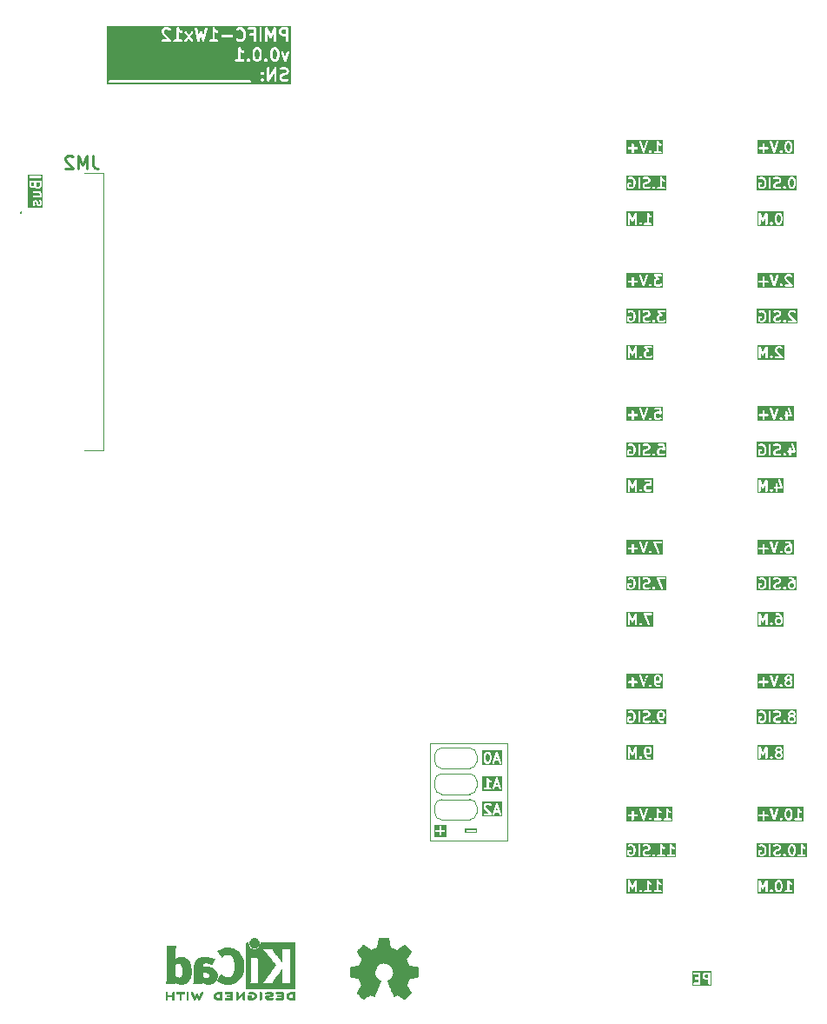
<source format=gbr>
%TF.GenerationSoftware,KiCad,Pcbnew,9.0.6*%
%TF.CreationDate,2025-11-30T12:45:29+03:00*%
%TF.ProjectId,PMIFC-1Wx12,504d4946-432d-4315-9778-31322e6b6963,rev?*%
%TF.SameCoordinates,PX3dfd240PY5f5e100*%
%TF.FileFunction,Legend,Bot*%
%TF.FilePolarity,Positive*%
%FSLAX46Y46*%
G04 Gerber Fmt 4.6, Leading zero omitted, Abs format (unit mm)*
G04 Created by KiCad (PCBNEW 9.0.6) date 2025-11-30 12:45:29*
%MOMM*%
%LPD*%
G01*
G04 APERTURE LIST*
%ADD10C,0.100000*%
%ADD11C,0.200000*%
%ADD12C,0.240000*%
%ADD13C,0.254000*%
%ADD14C,0.120000*%
%ADD15C,0.010000*%
G04 APERTURE END LIST*
D10*
X1500000Y-22000000D02*
X9000000Y-22000000D01*
X9000000Y-31500000D01*
X1500000Y-31500000D01*
X1500000Y-22000000D01*
D11*
G36*
X24221719Y-3662545D02*
G01*
X20660483Y-3662545D01*
X20660483Y-3051757D01*
X20771594Y-3051757D01*
X20771594Y-3090775D01*
X20786526Y-3126823D01*
X20814116Y-3154413D01*
X20850164Y-3169345D01*
X20869673Y-3171266D01*
X21150625Y-3171266D01*
X21150625Y-3452219D01*
X21152546Y-3471728D01*
X21167478Y-3507776D01*
X21195068Y-3535366D01*
X21231116Y-3550298D01*
X21270134Y-3550298D01*
X21306182Y-3535366D01*
X21333772Y-3507776D01*
X21348704Y-3471728D01*
X21350625Y-3452219D01*
X21350625Y-3171266D01*
X21631577Y-3171266D01*
X21651086Y-3169345D01*
X21687134Y-3154413D01*
X21714724Y-3126823D01*
X21729656Y-3090775D01*
X21729656Y-3051757D01*
X21714724Y-3015709D01*
X21687134Y-2988119D01*
X21651086Y-2973187D01*
X21631577Y-2971266D01*
X21350625Y-2971266D01*
X21350625Y-2690314D01*
X21348704Y-2670805D01*
X21333772Y-2634757D01*
X21306182Y-2607167D01*
X21270134Y-2592235D01*
X21231116Y-2592235D01*
X21195068Y-2607167D01*
X21167478Y-2634757D01*
X21152546Y-2670805D01*
X21150625Y-2690314D01*
X21150625Y-2971266D01*
X20869673Y-2971266D01*
X20850164Y-2973187D01*
X20814116Y-2988119D01*
X20786526Y-3015709D01*
X20771594Y-3051757D01*
X20660483Y-3051757D01*
X20660483Y-2464726D01*
X21865696Y-2464726D01*
X21870043Y-2483842D01*
X22203376Y-3483841D01*
X22211367Y-3501742D01*
X22216050Y-3507141D01*
X22219245Y-3513531D01*
X22228716Y-3521746D01*
X22236932Y-3531218D01*
X22243320Y-3534412D01*
X22248721Y-3539096D01*
X22260622Y-3543063D01*
X22271831Y-3548667D01*
X22278955Y-3549173D01*
X22285737Y-3551434D01*
X22298246Y-3550544D01*
X22310751Y-3551434D01*
X22317529Y-3549174D01*
X22324657Y-3548668D01*
X22335873Y-3543059D01*
X22347767Y-3539095D01*
X22353164Y-3534414D01*
X22359556Y-3531218D01*
X22367774Y-3521742D01*
X22377243Y-3513530D01*
X22380436Y-3507143D01*
X22385121Y-3501742D01*
X22393112Y-3483842D01*
X22426029Y-3385091D01*
X22819212Y-3385091D01*
X22819212Y-3424109D01*
X22822280Y-3431515D01*
X22834144Y-3460158D01*
X22834148Y-3460162D01*
X22846580Y-3475311D01*
X22894199Y-3522929D01*
X22909352Y-3535366D01*
X22918355Y-3539095D01*
X22945401Y-3550298D01*
X22984419Y-3550298D01*
X23020467Y-3535366D01*
X23035621Y-3522930D01*
X23083239Y-3475311D01*
X23095676Y-3460158D01*
X23098964Y-3452219D01*
X23110607Y-3424110D01*
X23110608Y-3385092D01*
X23095677Y-3349043D01*
X23083240Y-3333890D01*
X23035621Y-3286270D01*
X23020468Y-3273833D01*
X23005536Y-3267648D01*
X22984419Y-3258901D01*
X22945401Y-3258901D01*
X22934843Y-3263274D01*
X22909353Y-3273832D01*
X22909352Y-3273833D01*
X22894198Y-3286270D01*
X22846580Y-3333890D01*
X22834143Y-3349043D01*
X22830856Y-3356980D01*
X22819212Y-3385091D01*
X22426029Y-3385091D01*
X22726445Y-2483842D01*
X22730792Y-2464727D01*
X22728602Y-2433907D01*
X23247554Y-2433907D01*
X23247784Y-2452798D01*
X23247784Y-2471728D01*
X23248021Y-2472301D01*
X23248029Y-2472923D01*
X23253948Y-2491611D01*
X23682519Y-3491611D01*
X23691970Y-3508785D01*
X23719895Y-3536037D01*
X23756122Y-3550528D01*
X23795137Y-3550052D01*
X23831001Y-3534682D01*
X23858252Y-3506758D01*
X23872743Y-3470530D01*
X23872268Y-3431515D01*
X23866348Y-3412827D01*
X23497517Y-2552219D01*
X24012529Y-2552219D01*
X24032038Y-2550298D01*
X24068086Y-2535366D01*
X24095676Y-2507776D01*
X24110608Y-2471728D01*
X24110608Y-2432710D01*
X24095676Y-2396662D01*
X24068086Y-2369072D01*
X24032038Y-2354140D01*
X24012529Y-2352219D01*
X23345863Y-2352219D01*
X23326354Y-2354140D01*
X23325780Y-2354377D01*
X23325159Y-2354385D01*
X23307737Y-2361851D01*
X23290306Y-2369072D01*
X23289868Y-2369509D01*
X23289296Y-2369755D01*
X23276074Y-2383303D01*
X23262716Y-2396662D01*
X23262478Y-2397236D01*
X23262045Y-2397680D01*
X23255031Y-2415212D01*
X23247784Y-2432710D01*
X23247784Y-2433332D01*
X23247554Y-2433907D01*
X22728602Y-2433907D01*
X22728026Y-2425807D01*
X22710576Y-2390908D01*
X22681100Y-2365343D01*
X22644084Y-2353004D01*
X22605164Y-2355771D01*
X22570265Y-2373220D01*
X22544700Y-2402696D01*
X22536709Y-2420597D01*
X22298244Y-3135991D01*
X22059779Y-2420596D01*
X22051788Y-2402696D01*
X22026223Y-2373220D01*
X21991324Y-2355770D01*
X21952404Y-2353004D01*
X21915388Y-2365342D01*
X21885912Y-2390907D01*
X21868462Y-2425806D01*
X21865696Y-2464726D01*
X20660483Y-2464726D01*
X20660483Y-2241108D01*
X24221719Y-2241108D01*
X24221719Y-3662545D01*
G37*
G36*
X8111883Y-26066504D02*
G01*
X7913178Y-26066504D01*
X8012530Y-25768446D01*
X8111883Y-26066504D01*
G37*
G36*
X8556189Y-26663330D02*
G01*
X6612864Y-26663330D01*
X6612864Y-26432710D01*
X6723975Y-26432710D01*
X6723975Y-26471728D01*
X6738907Y-26507776D01*
X6766497Y-26535366D01*
X6802545Y-26550298D01*
X6822054Y-26552219D01*
X7393482Y-26552219D01*
X7412991Y-26550298D01*
X7449039Y-26535366D01*
X7476629Y-26507776D01*
X7491561Y-26471728D01*
X7491561Y-26439712D01*
X7579982Y-26439712D01*
X7582748Y-26478632D01*
X7600198Y-26513531D01*
X7629674Y-26539096D01*
X7666690Y-26551434D01*
X7705610Y-26548668D01*
X7740509Y-26531218D01*
X7766074Y-26501742D01*
X7774065Y-26483842D01*
X7846511Y-26266504D01*
X8178549Y-26266504D01*
X8250995Y-26483841D01*
X8258986Y-26501742D01*
X8284551Y-26531218D01*
X8319450Y-26548667D01*
X8358370Y-26551434D01*
X8395386Y-26539095D01*
X8424862Y-26513530D01*
X8442312Y-26478631D01*
X8445078Y-26439711D01*
X8440731Y-26420596D01*
X8107398Y-25420596D01*
X8099407Y-25402696D01*
X8094722Y-25397294D01*
X8091529Y-25390908D01*
X8082060Y-25382695D01*
X8073842Y-25373220D01*
X8067450Y-25370023D01*
X8062053Y-25365343D01*
X8050159Y-25361378D01*
X8038943Y-25355770D01*
X8031815Y-25355263D01*
X8025037Y-25353004D01*
X8012532Y-25353893D01*
X8000023Y-25353004D01*
X7993241Y-25355264D01*
X7986117Y-25355771D01*
X7974908Y-25361374D01*
X7963007Y-25365342D01*
X7957606Y-25370025D01*
X7951218Y-25373220D01*
X7943002Y-25382691D01*
X7933531Y-25390907D01*
X7930336Y-25397296D01*
X7925653Y-25402696D01*
X7917662Y-25420597D01*
X7584329Y-26420596D01*
X7579982Y-26439712D01*
X7491561Y-26439712D01*
X7491561Y-26432710D01*
X7476629Y-26396662D01*
X7449039Y-26369072D01*
X7412991Y-26354140D01*
X7393482Y-26352219D01*
X7207768Y-26352219D01*
X7207768Y-25741260D01*
X7227533Y-25761025D01*
X7235199Y-25767316D01*
X7236932Y-25769314D01*
X7239943Y-25771209D01*
X7242687Y-25773461D01*
X7245124Y-25774470D01*
X7253523Y-25779757D01*
X7348760Y-25827376D01*
X7367069Y-25834382D01*
X7405989Y-25837148D01*
X7443005Y-25824809D01*
X7472482Y-25799244D01*
X7489931Y-25764346D01*
X7492696Y-25725426D01*
X7480358Y-25688410D01*
X7454793Y-25658933D01*
X7438203Y-25648490D01*
X7357481Y-25608129D01*
X7280717Y-25531365D01*
X7190973Y-25396749D01*
X7190928Y-25396694D01*
X7190915Y-25396662D01*
X7190841Y-25396588D01*
X7178553Y-25381582D01*
X7170324Y-25376071D01*
X7163325Y-25369072D01*
X7154273Y-25365322D01*
X7146133Y-25359871D01*
X7136425Y-25357929D01*
X7127277Y-25354140D01*
X7117478Y-25354140D01*
X7107873Y-25352219D01*
X7098162Y-25354140D01*
X7088259Y-25354140D01*
X7079206Y-25357889D01*
X7069596Y-25359791D01*
X7061357Y-25365283D01*
X7052211Y-25369072D01*
X7045284Y-25375998D01*
X7037131Y-25381434D01*
X7031620Y-25389662D01*
X7024621Y-25396662D01*
X7020871Y-25405713D01*
X7015420Y-25413854D01*
X7013478Y-25423561D01*
X7009689Y-25432710D01*
X7007788Y-25452012D01*
X7007768Y-25452114D01*
X7007774Y-25452148D01*
X7007768Y-25452219D01*
X7007768Y-26352219D01*
X6822054Y-26352219D01*
X6802545Y-26354140D01*
X6766497Y-26369072D01*
X6738907Y-26396662D01*
X6723975Y-26432710D01*
X6612864Y-26432710D01*
X6612864Y-25241108D01*
X8556189Y-25241108D01*
X8556189Y-26663330D01*
G37*
G36*
X24175235Y35336670D02*
G01*
X20660483Y35336670D01*
X20660483Y35948243D01*
X20771594Y35948243D01*
X20771594Y35909225D01*
X20786526Y35873177D01*
X20814116Y35845587D01*
X20850164Y35830655D01*
X20869673Y35828734D01*
X21150625Y35828734D01*
X21150625Y35547781D01*
X21152546Y35528272D01*
X21167478Y35492224D01*
X21195068Y35464634D01*
X21231116Y35449702D01*
X21270134Y35449702D01*
X21306182Y35464634D01*
X21333772Y35492224D01*
X21348704Y35528272D01*
X21350625Y35547781D01*
X21350625Y35828734D01*
X21631577Y35828734D01*
X21651086Y35830655D01*
X21687134Y35845587D01*
X21714724Y35873177D01*
X21729656Y35909225D01*
X21729656Y35948243D01*
X21714724Y35984291D01*
X21687134Y36011881D01*
X21651086Y36026813D01*
X21631577Y36028734D01*
X21350625Y36028734D01*
X21350625Y36309686D01*
X21348704Y36329195D01*
X21333772Y36365243D01*
X21306182Y36392833D01*
X21270134Y36407765D01*
X21231116Y36407765D01*
X21195068Y36392833D01*
X21167478Y36365243D01*
X21152546Y36329195D01*
X21150625Y36309686D01*
X21150625Y36028734D01*
X20869673Y36028734D01*
X20850164Y36026813D01*
X20814116Y36011881D01*
X20786526Y35984291D01*
X20771594Y35948243D01*
X20660483Y35948243D01*
X20660483Y36535274D01*
X21865696Y36535274D01*
X21870043Y36516158D01*
X22203376Y35516159D01*
X22211367Y35498258D01*
X22216050Y35492859D01*
X22219245Y35486469D01*
X22228716Y35478254D01*
X22236932Y35468782D01*
X22243320Y35465588D01*
X22248721Y35460904D01*
X22260622Y35456937D01*
X22271831Y35451333D01*
X22278955Y35450827D01*
X22285737Y35448566D01*
X22298246Y35449456D01*
X22310751Y35448566D01*
X22317529Y35450826D01*
X22324657Y35451332D01*
X22335873Y35456941D01*
X22347767Y35460905D01*
X22353164Y35465586D01*
X22359556Y35468782D01*
X22367774Y35478258D01*
X22377243Y35486470D01*
X22380436Y35492857D01*
X22385121Y35498258D01*
X22393112Y35516158D01*
X22426029Y35614909D01*
X22819212Y35614909D01*
X22819212Y35575891D01*
X22822775Y35567290D01*
X22834144Y35539842D01*
X22834148Y35539838D01*
X22846580Y35524689D01*
X22894199Y35477071D01*
X22909352Y35464634D01*
X22918355Y35460905D01*
X22945401Y35449702D01*
X22984419Y35449702D01*
X23020467Y35464634D01*
X23035621Y35477070D01*
X23083239Y35524689D01*
X23095676Y35539842D01*
X23098964Y35547781D01*
X23107045Y35567290D01*
X23295403Y35567290D01*
X23295403Y35528272D01*
X23310335Y35492224D01*
X23337925Y35464634D01*
X23373973Y35449702D01*
X23393482Y35447781D01*
X23964910Y35447781D01*
X23984419Y35449702D01*
X24020467Y35464634D01*
X24048057Y35492224D01*
X24062989Y35528272D01*
X24062989Y35567290D01*
X24048057Y35603338D01*
X24020467Y35630928D01*
X23984419Y35645860D01*
X23964910Y35647781D01*
X23779196Y35647781D01*
X23779196Y36258740D01*
X23798961Y36238975D01*
X23806627Y36232684D01*
X23808360Y36230686D01*
X23811371Y36228791D01*
X23814115Y36226539D01*
X23816552Y36225530D01*
X23824951Y36220243D01*
X23920188Y36172624D01*
X23938497Y36165618D01*
X23977417Y36162852D01*
X24014433Y36175191D01*
X24043910Y36200756D01*
X24061359Y36235654D01*
X24064124Y36274574D01*
X24051786Y36311590D01*
X24026221Y36341067D01*
X24009631Y36351510D01*
X23928909Y36391871D01*
X23852145Y36468635D01*
X23762401Y36603251D01*
X23762356Y36603306D01*
X23762343Y36603338D01*
X23762269Y36603412D01*
X23749981Y36618418D01*
X23741752Y36623929D01*
X23734753Y36630928D01*
X23725701Y36634678D01*
X23717561Y36640129D01*
X23707853Y36642071D01*
X23698705Y36645860D01*
X23688906Y36645860D01*
X23679301Y36647781D01*
X23669590Y36645860D01*
X23659687Y36645860D01*
X23650634Y36642111D01*
X23641024Y36640209D01*
X23632785Y36634717D01*
X23623639Y36630928D01*
X23616712Y36624002D01*
X23608559Y36618566D01*
X23603048Y36610338D01*
X23596049Y36603338D01*
X23592299Y36594287D01*
X23586848Y36586146D01*
X23584906Y36576439D01*
X23581117Y36567290D01*
X23579216Y36547988D01*
X23579196Y36547886D01*
X23579202Y36547852D01*
X23579196Y36547781D01*
X23579196Y35647781D01*
X23393482Y35647781D01*
X23373973Y35645860D01*
X23337925Y35630928D01*
X23310335Y35603338D01*
X23295403Y35567290D01*
X23107045Y35567290D01*
X23110607Y35575890D01*
X23110608Y35614908D01*
X23095677Y35650957D01*
X23083240Y35666110D01*
X23035621Y35713730D01*
X23020468Y35726167D01*
X23005536Y35732352D01*
X22984419Y35741099D01*
X22945401Y35741099D01*
X22934843Y35736726D01*
X22909353Y35726168D01*
X22909352Y35726167D01*
X22894198Y35713730D01*
X22846580Y35666110D01*
X22834143Y35650957D01*
X22830856Y35643020D01*
X22819212Y35614909D01*
X22426029Y35614909D01*
X22726445Y36516158D01*
X22730792Y36535273D01*
X22728026Y36574193D01*
X22710576Y36609092D01*
X22681100Y36634657D01*
X22644084Y36646996D01*
X22605164Y36644229D01*
X22570265Y36626780D01*
X22544700Y36597304D01*
X22536709Y36579403D01*
X22298244Y35864009D01*
X22059779Y36579404D01*
X22051788Y36597304D01*
X22026223Y36626780D01*
X21991324Y36644230D01*
X21952404Y36646996D01*
X21915388Y36634658D01*
X21885912Y36609093D01*
X21868462Y36574194D01*
X21865696Y36535274D01*
X20660483Y36535274D01*
X20660483Y36758892D01*
X24175235Y36758892D01*
X24175235Y35336670D01*
G37*
G36*
X36846150Y32917976D02*
G01*
X36870819Y32893308D01*
X36906272Y32822401D01*
X36948243Y32654520D01*
X36948243Y32441044D01*
X36906272Y32273163D01*
X36870819Y32202257D01*
X36846150Y32177587D01*
X36786541Y32147781D01*
X36738517Y32147781D01*
X36678907Y32177586D01*
X36654240Y32202254D01*
X36618785Y32273163D01*
X36576815Y32441044D01*
X36576815Y32654519D01*
X36618785Y32822401D01*
X36654239Y32893308D01*
X36678907Y32917977D01*
X36738517Y32947781D01*
X36786541Y32947781D01*
X36846150Y32917976D01*
G37*
G36*
X37259354Y31836670D02*
G01*
X33360943Y31836670D01*
X33360943Y32476353D01*
X33472054Y32476353D01*
X33472054Y32143020D01*
X33473975Y32123511D01*
X33475459Y32119929D01*
X33488906Y32087463D01*
X33501343Y32072310D01*
X33548961Y32024690D01*
X33564115Y32012253D01*
X33567434Y32010878D01*
X33570150Y32008523D01*
X33588050Y32000532D01*
X33730907Y31952913D01*
X33740579Y31950714D01*
X33743021Y31949702D01*
X33746558Y31949354D01*
X33750022Y31948566D01*
X33752656Y31948754D01*
X33762530Y31947781D01*
X33857768Y31947781D01*
X33867641Y31948754D01*
X33870275Y31948566D01*
X33873738Y31949354D01*
X33877277Y31949702D01*
X33879719Y31950714D01*
X33889391Y31952913D01*
X34032247Y32000532D01*
X34050148Y32008523D01*
X34052863Y32010878D01*
X34056183Y32012253D01*
X34071336Y32024690D01*
X34166574Y32119929D01*
X34172866Y32127596D01*
X34174863Y32129327D01*
X34176756Y32132335D01*
X34179011Y32135082D01*
X34180022Y32137524D01*
X34185306Y32145918D01*
X34232925Y32241155D01*
X34233471Y32242584D01*
X34233901Y32243163D01*
X34236822Y32251340D01*
X34239931Y32259464D01*
X34239982Y32260185D01*
X34240496Y32261623D01*
X34288115Y32452099D01*
X34288615Y32455481D01*
X34289180Y32456844D01*
X34289903Y32464195D01*
X34290983Y32471492D01*
X34290765Y32472951D01*
X34291101Y32476353D01*
X34291101Y32619210D01*
X34290765Y32622613D01*
X34290983Y32624071D01*
X34289903Y32631369D01*
X34289180Y32638719D01*
X34288615Y32640083D01*
X34288115Y32643464D01*
X34240496Y32833940D01*
X34239982Y32835379D01*
X34239931Y32836099D01*
X34236822Y32844224D01*
X34233901Y32852400D01*
X34233471Y32852980D01*
X34232925Y32854408D01*
X34185306Y32949645D01*
X34180019Y32958044D01*
X34179010Y32960481D01*
X34176758Y32963225D01*
X34174863Y32966236D01*
X34172865Y32967969D01*
X34166574Y32975635D01*
X34094428Y33047781D01*
X34519672Y33047781D01*
X34519672Y32047781D01*
X34521593Y32028272D01*
X34536525Y31992224D01*
X34564115Y31964634D01*
X34600163Y31949702D01*
X34639181Y31949702D01*
X34675229Y31964634D01*
X34702819Y31992224D01*
X34717751Y32028272D01*
X34719672Y32047781D01*
X34719672Y32333496D01*
X34948244Y32333496D01*
X34948244Y32238258D01*
X34950165Y32218749D01*
X34951540Y32215429D01*
X34951795Y32211845D01*
X34958801Y32193537D01*
X35006420Y32098299D01*
X35011703Y32089907D01*
X35012715Y32087463D01*
X35014971Y32084714D01*
X35016863Y32081709D01*
X35018857Y32079980D01*
X35025152Y32072310D01*
X35072770Y32024690D01*
X35080438Y32018397D01*
X35082170Y32016400D01*
X35085178Y32014507D01*
X35087924Y32012253D01*
X35090364Y32011243D01*
X35098761Y32005957D01*
X35193998Y31958338D01*
X35212307Y31951332D01*
X35215890Y31951078D01*
X35219211Y31949702D01*
X35238720Y31947781D01*
X35476815Y31947781D01*
X35486688Y31948754D01*
X35489322Y31948566D01*
X35492785Y31949354D01*
X35496324Y31949702D01*
X35498766Y31950714D01*
X35508438Y31952913D01*
X35651294Y32000532D01*
X35669195Y32008523D01*
X35698671Y32034088D01*
X35716120Y32068987D01*
X35718887Y32107907D01*
X35716553Y32114909D01*
X35902545Y32114909D01*
X35902545Y32075891D01*
X35909008Y32060288D01*
X35917477Y32039842D01*
X35917481Y32039838D01*
X35929913Y32024689D01*
X35977532Y31977071D01*
X35992685Y31964634D01*
X36001688Y31960905D01*
X36028734Y31949702D01*
X36067752Y31949702D01*
X36103800Y31964634D01*
X36118954Y31977070D01*
X36166572Y32024689D01*
X36179009Y32039842D01*
X36187306Y32059873D01*
X36193940Y32075890D01*
X36193941Y32114908D01*
X36179010Y32150957D01*
X36166573Y32166110D01*
X36118954Y32213730D01*
X36103801Y32226167D01*
X36084212Y32234281D01*
X36077534Y32237047D01*
X36067752Y32241099D01*
X36028734Y32241099D01*
X36018952Y32237047D01*
X35992686Y32226168D01*
X35992685Y32226167D01*
X35977531Y32213730D01*
X35929913Y32166110D01*
X35917476Y32150957D01*
X35908517Y32129327D01*
X35902545Y32114909D01*
X35716553Y32114909D01*
X35706548Y32144923D01*
X35680983Y32174399D01*
X35646084Y32191849D01*
X35607164Y32194615D01*
X35588049Y32190268D01*
X35460588Y32147781D01*
X35262327Y32147781D01*
X35202717Y32177586D01*
X35178050Y32202254D01*
X35148244Y32261866D01*
X35148244Y32309889D01*
X35178049Y32369499D01*
X35202717Y32394168D01*
X35273624Y32429621D01*
X35453449Y32474577D01*
X35454886Y32475091D01*
X35455609Y32475142D01*
X35463733Y32478251D01*
X35471910Y32481172D01*
X35472490Y32481603D01*
X35473917Y32482148D01*
X35569155Y32529767D01*
X35577551Y32535053D01*
X35579991Y32536063D01*
X35582737Y32538317D01*
X35585745Y32540210D01*
X35587474Y32542205D01*
X35595145Y32548499D01*
X35642763Y32596118D01*
X35649055Y32603785D01*
X35651053Y32605517D01*
X35652946Y32608526D01*
X35655200Y32611271D01*
X35656210Y32613712D01*
X35661496Y32622108D01*
X35683857Y32666829D01*
X36376815Y32666829D01*
X36376815Y32428734D01*
X36377150Y32425332D01*
X36376933Y32423873D01*
X36378012Y32416576D01*
X36378736Y32409225D01*
X36379300Y32407862D01*
X36379801Y32404480D01*
X36427420Y32214005D01*
X36427933Y32212568D01*
X36427985Y32211845D01*
X36431093Y32203721D01*
X36434015Y32195544D01*
X36434445Y32194964D01*
X36434991Y32193537D01*
X36482610Y32098299D01*
X36487893Y32089907D01*
X36488905Y32087463D01*
X36491161Y32084714D01*
X36493053Y32081709D01*
X36495047Y32079980D01*
X36501342Y32072310D01*
X36548960Y32024690D01*
X36556628Y32018397D01*
X36558360Y32016400D01*
X36561368Y32014507D01*
X36564114Y32012253D01*
X36566554Y32011243D01*
X36574951Y32005957D01*
X36670188Y31958338D01*
X36688497Y31951332D01*
X36692080Y31951078D01*
X36695401Y31949702D01*
X36714910Y31947781D01*
X36810148Y31947781D01*
X36829657Y31949702D01*
X36832977Y31951078D01*
X36836561Y31951332D01*
X36854869Y31958338D01*
X36950107Y32005957D01*
X36958502Y32011242D01*
X36960944Y32012253D01*
X36963691Y32014509D01*
X36966697Y32016400D01*
X36968427Y32018395D01*
X36976097Y32024690D01*
X37023716Y32072310D01*
X37030008Y32079977D01*
X37032005Y32081708D01*
X37033898Y32084716D01*
X37036153Y32087463D01*
X37037164Y32089905D01*
X37042448Y32098299D01*
X37090067Y32193536D01*
X37090613Y32194965D01*
X37091043Y32195544D01*
X37093964Y32203721D01*
X37097073Y32211845D01*
X37097124Y32212566D01*
X37097638Y32214004D01*
X37145257Y32404480D01*
X37145757Y32407862D01*
X37146322Y32409225D01*
X37147045Y32416576D01*
X37148125Y32423873D01*
X37147907Y32425332D01*
X37148243Y32428734D01*
X37148243Y32666829D01*
X37147907Y32670232D01*
X37148125Y32671690D01*
X37147045Y32678988D01*
X37146322Y32686338D01*
X37145757Y32687702D01*
X37145257Y32691083D01*
X37097638Y32881559D01*
X37097124Y32882998D01*
X37097073Y32883718D01*
X37093964Y32891843D01*
X37091043Y32900019D01*
X37090613Y32900599D01*
X37090067Y32902027D01*
X37042448Y32997264D01*
X37037162Y33005661D01*
X37036152Y33008101D01*
X37033898Y33010847D01*
X37032005Y33013855D01*
X37030007Y33015588D01*
X37023715Y33023254D01*
X36976097Y33070873D01*
X36968426Y33077168D01*
X36966697Y33079162D01*
X36963689Y33081056D01*
X36960943Y33083309D01*
X36958503Y33084320D01*
X36950107Y33089605D01*
X36854869Y33137224D01*
X36836561Y33144230D01*
X36832977Y33144485D01*
X36829657Y33145860D01*
X36810148Y33147781D01*
X36714910Y33147781D01*
X36695401Y33145860D01*
X36692080Y33144485D01*
X36688497Y33144230D01*
X36670188Y33137224D01*
X36574951Y33089605D01*
X36566554Y33084320D01*
X36564114Y33083309D01*
X36561368Y33081056D01*
X36558360Y33079162D01*
X36556627Y33077165D01*
X36548961Y33070872D01*
X36501342Y33023254D01*
X36495047Y33015584D01*
X36493053Y33013854D01*
X36491159Y33010847D01*
X36488906Y33008100D01*
X36487895Y33005661D01*
X36482610Y32997264D01*
X36434991Y32902026D01*
X36434445Y32900600D01*
X36434015Y32900019D01*
X36431093Y32891843D01*
X36427985Y32883718D01*
X36427933Y32882996D01*
X36427420Y32881558D01*
X36379801Y32691083D01*
X36379300Y32687702D01*
X36378736Y32686338D01*
X36378012Y32678988D01*
X36376933Y32671690D01*
X36377150Y32670232D01*
X36376815Y32666829D01*
X35683857Y32666829D01*
X35709115Y32717345D01*
X35716121Y32735654D01*
X35716375Y32739238D01*
X35717751Y32742558D01*
X35719672Y32762067D01*
X35719672Y32857305D01*
X35717751Y32876814D01*
X35716375Y32880135D01*
X35716121Y32883718D01*
X35709115Y32902027D01*
X35661496Y32997264D01*
X35656210Y33005661D01*
X35655200Y33008101D01*
X35652946Y33010847D01*
X35651053Y33013855D01*
X35649055Y33015588D01*
X35642763Y33023254D01*
X35595145Y33070873D01*
X35587474Y33077168D01*
X35585745Y33079162D01*
X35582737Y33081056D01*
X35579991Y33083309D01*
X35577551Y33084320D01*
X35569155Y33089605D01*
X35473917Y33137224D01*
X35455609Y33144230D01*
X35452025Y33144485D01*
X35448705Y33145860D01*
X35429196Y33147781D01*
X35191101Y33147781D01*
X35181227Y33146809D01*
X35178593Y33146996D01*
X35175129Y33146209D01*
X35171592Y33145860D01*
X35169150Y33144849D01*
X35159478Y33142649D01*
X35016621Y33095030D01*
X34998721Y33087039D01*
X34969245Y33061474D01*
X34951795Y33026575D01*
X34949029Y32987655D01*
X34961367Y32950639D01*
X34986932Y32921163D01*
X35021831Y32903713D01*
X35060751Y32900947D01*
X35079867Y32905294D01*
X35207327Y32947781D01*
X35405589Y32947781D01*
X35465198Y32917976D01*
X35489867Y32893308D01*
X35519672Y32833698D01*
X35519672Y32785674D01*
X35489867Y32726065D01*
X35465198Y32701397D01*
X35394291Y32665943D01*
X35214466Y32620986D01*
X35213027Y32620473D01*
X35212307Y32620421D01*
X35204182Y32617313D01*
X35196006Y32614391D01*
X35195426Y32613962D01*
X35193998Y32613415D01*
X35098761Y32565796D01*
X35090364Y32560511D01*
X35087924Y32559500D01*
X35085178Y32557247D01*
X35082170Y32555353D01*
X35080437Y32553356D01*
X35072771Y32547063D01*
X35025152Y32499445D01*
X35018857Y32491775D01*
X35016863Y32490045D01*
X35014969Y32487038D01*
X35012716Y32484291D01*
X35011705Y32481852D01*
X35006420Y32473455D01*
X34958801Y32378217D01*
X34951795Y32359909D01*
X34951540Y32356326D01*
X34950165Y32353005D01*
X34948244Y32333496D01*
X34719672Y32333496D01*
X34719672Y33047781D01*
X34717751Y33067290D01*
X34702819Y33103338D01*
X34675229Y33130928D01*
X34639181Y33145860D01*
X34600163Y33145860D01*
X34564115Y33130928D01*
X34536525Y33103338D01*
X34521593Y33067290D01*
X34519672Y33047781D01*
X34094428Y33047781D01*
X34071336Y33070873D01*
X34056182Y33083309D01*
X34052863Y33084684D01*
X34050148Y33087039D01*
X34032247Y33095030D01*
X33889391Y33142649D01*
X33879719Y33144849D01*
X33877277Y33145860D01*
X33873738Y33146209D01*
X33870275Y33146996D01*
X33867641Y33146809D01*
X33857768Y33147781D01*
X33714911Y33147781D01*
X33695402Y33145860D01*
X33692081Y33144485D01*
X33688498Y33144230D01*
X33670189Y33137224D01*
X33574952Y33089605D01*
X33558361Y33079162D01*
X33532797Y33049685D01*
X33520458Y33012669D01*
X33523224Y32973749D01*
X33540673Y32938850D01*
X33570150Y32913286D01*
X33607166Y32900947D01*
X33646086Y32903713D01*
X33664394Y32910719D01*
X33738518Y32947781D01*
X33841541Y32947781D01*
X33946605Y32912760D01*
X34013678Y32845687D01*
X34049130Y32774782D01*
X34091101Y32606901D01*
X34091101Y32488663D01*
X34049130Y32320782D01*
X34013677Y32249876D01*
X33946606Y32182803D01*
X33841541Y32147781D01*
X33778756Y32147781D01*
X33673691Y32182803D01*
X33672054Y32184441D01*
X33672054Y32376353D01*
X33762530Y32376353D01*
X33782039Y32378274D01*
X33818087Y32393206D01*
X33845677Y32420796D01*
X33860609Y32456844D01*
X33860609Y32495862D01*
X33845677Y32531910D01*
X33818087Y32559500D01*
X33782039Y32574432D01*
X33762530Y32576353D01*
X33572054Y32576353D01*
X33552545Y32574432D01*
X33516497Y32559500D01*
X33488907Y32531910D01*
X33473975Y32495862D01*
X33472054Y32476353D01*
X33360943Y32476353D01*
X33360943Y33258892D01*
X37259354Y33258892D01*
X37259354Y31836670D01*
G37*
G36*
X36512817Y-28582024D02*
G01*
X36537486Y-28606692D01*
X36572939Y-28677599D01*
X36614910Y-28845480D01*
X36614910Y-29058956D01*
X36572939Y-29226837D01*
X36537486Y-29297743D01*
X36512817Y-29322413D01*
X36453208Y-29352219D01*
X36405184Y-29352219D01*
X36345574Y-29322414D01*
X36320907Y-29297746D01*
X36285452Y-29226837D01*
X36243482Y-29058956D01*
X36243482Y-28845481D01*
X36285452Y-28677599D01*
X36320906Y-28606692D01*
X36345574Y-28582023D01*
X36405184Y-28552219D01*
X36453208Y-28552219D01*
X36512817Y-28582024D01*
G37*
G36*
X37877616Y-29663330D02*
G01*
X33410483Y-29663330D01*
X33410483Y-29051757D01*
X33521594Y-29051757D01*
X33521594Y-29090775D01*
X33536526Y-29126823D01*
X33564116Y-29154413D01*
X33600164Y-29169345D01*
X33619673Y-29171266D01*
X33900625Y-29171266D01*
X33900625Y-29452219D01*
X33902546Y-29471728D01*
X33917478Y-29507776D01*
X33945068Y-29535366D01*
X33981116Y-29550298D01*
X34020134Y-29550298D01*
X34056182Y-29535366D01*
X34083772Y-29507776D01*
X34098704Y-29471728D01*
X34100625Y-29452219D01*
X34100625Y-29171266D01*
X34381577Y-29171266D01*
X34401086Y-29169345D01*
X34437134Y-29154413D01*
X34464724Y-29126823D01*
X34479656Y-29090775D01*
X34479656Y-29051757D01*
X34464724Y-29015709D01*
X34437134Y-28988119D01*
X34401086Y-28973187D01*
X34381577Y-28971266D01*
X34100625Y-28971266D01*
X34100625Y-28690314D01*
X34098704Y-28670805D01*
X34083772Y-28634757D01*
X34056182Y-28607167D01*
X34020134Y-28592235D01*
X33981116Y-28592235D01*
X33945068Y-28607167D01*
X33917478Y-28634757D01*
X33902546Y-28670805D01*
X33900625Y-28690314D01*
X33900625Y-28971266D01*
X33619673Y-28971266D01*
X33600164Y-28973187D01*
X33564116Y-28988119D01*
X33536526Y-29015709D01*
X33521594Y-29051757D01*
X33410483Y-29051757D01*
X33410483Y-28464726D01*
X34615696Y-28464726D01*
X34620043Y-28483842D01*
X34953376Y-29483841D01*
X34961367Y-29501742D01*
X34966050Y-29507141D01*
X34969245Y-29513531D01*
X34978716Y-29521746D01*
X34986932Y-29531218D01*
X34993320Y-29534412D01*
X34998721Y-29539096D01*
X35010622Y-29543063D01*
X35021831Y-29548667D01*
X35028955Y-29549173D01*
X35035737Y-29551434D01*
X35048246Y-29550544D01*
X35060751Y-29551434D01*
X35067529Y-29549174D01*
X35074657Y-29548668D01*
X35085873Y-29543059D01*
X35097767Y-29539095D01*
X35103164Y-29534414D01*
X35109556Y-29531218D01*
X35117774Y-29521742D01*
X35127243Y-29513530D01*
X35130436Y-29507143D01*
X35135121Y-29501742D01*
X35143112Y-29483842D01*
X35176029Y-29385091D01*
X35569212Y-29385091D01*
X35569212Y-29424109D01*
X35575675Y-29439711D01*
X35584144Y-29460158D01*
X35584148Y-29460162D01*
X35596580Y-29475311D01*
X35644199Y-29522929D01*
X35659352Y-29535366D01*
X35668355Y-29539095D01*
X35695401Y-29550298D01*
X35734419Y-29550298D01*
X35770467Y-29535366D01*
X35785621Y-29522930D01*
X35833239Y-29475311D01*
X35845676Y-29460158D01*
X35852428Y-29443856D01*
X35860607Y-29424110D01*
X35860608Y-29385092D01*
X35845677Y-29349043D01*
X35833240Y-29333890D01*
X35785621Y-29286270D01*
X35770468Y-29273833D01*
X35755536Y-29267648D01*
X35734419Y-29258901D01*
X35695401Y-29258901D01*
X35684843Y-29263274D01*
X35659353Y-29273832D01*
X35659352Y-29273833D01*
X35644198Y-29286270D01*
X35596580Y-29333890D01*
X35584143Y-29349043D01*
X35574130Y-29373219D01*
X35569212Y-29385091D01*
X35176029Y-29385091D01*
X35360002Y-28833171D01*
X36043482Y-28833171D01*
X36043482Y-29071266D01*
X36043817Y-29074668D01*
X36043600Y-29076127D01*
X36044679Y-29083424D01*
X36045403Y-29090775D01*
X36045967Y-29092138D01*
X36046468Y-29095520D01*
X36094087Y-29285995D01*
X36094600Y-29287432D01*
X36094652Y-29288155D01*
X36097760Y-29296279D01*
X36100682Y-29304456D01*
X36101112Y-29305036D01*
X36101658Y-29306463D01*
X36149277Y-29401701D01*
X36154560Y-29410093D01*
X36155572Y-29412537D01*
X36157828Y-29415286D01*
X36159720Y-29418291D01*
X36161714Y-29420020D01*
X36168009Y-29427690D01*
X36215627Y-29475310D01*
X36223295Y-29481603D01*
X36225027Y-29483600D01*
X36228035Y-29485493D01*
X36230781Y-29487747D01*
X36233221Y-29488757D01*
X36241618Y-29494043D01*
X36336855Y-29541662D01*
X36355164Y-29548668D01*
X36358747Y-29548922D01*
X36362068Y-29550298D01*
X36381577Y-29552219D01*
X36476815Y-29552219D01*
X36496324Y-29550298D01*
X36499644Y-29548922D01*
X36503228Y-29548668D01*
X36521536Y-29541662D01*
X36616774Y-29494043D01*
X36625169Y-29488758D01*
X36627611Y-29487747D01*
X36630358Y-29485491D01*
X36633364Y-29483600D01*
X36635094Y-29481605D01*
X36642764Y-29475310D01*
X36685363Y-29432710D01*
X36997784Y-29432710D01*
X36997784Y-29471728D01*
X37012716Y-29507776D01*
X37040306Y-29535366D01*
X37076354Y-29550298D01*
X37095863Y-29552219D01*
X37667291Y-29552219D01*
X37686800Y-29550298D01*
X37722848Y-29535366D01*
X37750438Y-29507776D01*
X37765370Y-29471728D01*
X37765370Y-29432710D01*
X37750438Y-29396662D01*
X37722848Y-29369072D01*
X37686800Y-29354140D01*
X37667291Y-29352219D01*
X37481577Y-29352219D01*
X37481577Y-28741260D01*
X37501342Y-28761025D01*
X37509008Y-28767316D01*
X37510741Y-28769314D01*
X37513752Y-28771209D01*
X37516496Y-28773461D01*
X37518933Y-28774470D01*
X37527332Y-28779757D01*
X37622569Y-28827376D01*
X37640878Y-28834382D01*
X37679798Y-28837148D01*
X37716814Y-28824809D01*
X37746291Y-28799244D01*
X37763740Y-28764346D01*
X37766505Y-28725426D01*
X37754167Y-28688410D01*
X37728602Y-28658933D01*
X37712012Y-28648490D01*
X37631290Y-28608129D01*
X37554526Y-28531365D01*
X37464782Y-28396749D01*
X37464737Y-28396694D01*
X37464724Y-28396662D01*
X37464650Y-28396588D01*
X37452362Y-28381582D01*
X37444133Y-28376071D01*
X37437134Y-28369072D01*
X37428082Y-28365322D01*
X37419942Y-28359871D01*
X37410234Y-28357929D01*
X37401086Y-28354140D01*
X37391287Y-28354140D01*
X37381682Y-28352219D01*
X37371971Y-28354140D01*
X37362068Y-28354140D01*
X37353015Y-28357889D01*
X37343405Y-28359791D01*
X37335166Y-28365283D01*
X37326020Y-28369072D01*
X37319093Y-28375998D01*
X37310940Y-28381434D01*
X37305429Y-28389662D01*
X37298430Y-28396662D01*
X37294680Y-28405713D01*
X37289229Y-28413854D01*
X37287287Y-28423561D01*
X37283498Y-28432710D01*
X37281597Y-28452012D01*
X37281577Y-28452114D01*
X37281583Y-28452148D01*
X37281577Y-28452219D01*
X37281577Y-29352219D01*
X37095863Y-29352219D01*
X37076354Y-29354140D01*
X37040306Y-29369072D01*
X37012716Y-29396662D01*
X36997784Y-29432710D01*
X36685363Y-29432710D01*
X36690383Y-29427690D01*
X36696675Y-29420023D01*
X36698672Y-29418292D01*
X36700565Y-29415284D01*
X36702820Y-29412537D01*
X36703831Y-29410095D01*
X36709115Y-29401701D01*
X36756734Y-29306464D01*
X36757280Y-29305035D01*
X36757710Y-29304456D01*
X36760631Y-29296279D01*
X36763740Y-29288155D01*
X36763791Y-29287434D01*
X36764305Y-29285996D01*
X36811924Y-29095520D01*
X36812424Y-29092138D01*
X36812989Y-29090775D01*
X36813712Y-29083424D01*
X36814792Y-29076127D01*
X36814574Y-29074668D01*
X36814910Y-29071266D01*
X36814910Y-28833171D01*
X36814574Y-28829768D01*
X36814792Y-28828310D01*
X36813712Y-28821012D01*
X36812989Y-28813662D01*
X36812424Y-28812298D01*
X36811924Y-28808917D01*
X36764305Y-28618441D01*
X36763791Y-28617002D01*
X36763740Y-28616282D01*
X36760631Y-28608157D01*
X36757710Y-28599981D01*
X36757280Y-28599401D01*
X36756734Y-28597973D01*
X36709115Y-28502736D01*
X36703829Y-28494339D01*
X36702819Y-28491899D01*
X36700565Y-28489153D01*
X36698672Y-28486145D01*
X36696674Y-28484412D01*
X36690382Y-28476746D01*
X36642764Y-28429127D01*
X36635093Y-28422832D01*
X36633364Y-28420838D01*
X36630356Y-28418944D01*
X36627610Y-28416691D01*
X36625170Y-28415680D01*
X36616774Y-28410395D01*
X36521536Y-28362776D01*
X36503228Y-28355770D01*
X36499644Y-28355515D01*
X36496324Y-28354140D01*
X36476815Y-28352219D01*
X36381577Y-28352219D01*
X36362068Y-28354140D01*
X36358747Y-28355515D01*
X36355164Y-28355770D01*
X36336855Y-28362776D01*
X36241618Y-28410395D01*
X36233221Y-28415680D01*
X36230781Y-28416691D01*
X36228035Y-28418944D01*
X36225027Y-28420838D01*
X36223294Y-28422835D01*
X36215628Y-28429128D01*
X36168009Y-28476746D01*
X36161714Y-28484416D01*
X36159720Y-28486146D01*
X36157826Y-28489153D01*
X36155573Y-28491900D01*
X36154562Y-28494339D01*
X36149277Y-28502736D01*
X36101658Y-28597974D01*
X36101112Y-28599400D01*
X36100682Y-28599981D01*
X36097760Y-28608157D01*
X36094652Y-28616282D01*
X36094600Y-28617004D01*
X36094087Y-28618442D01*
X36046468Y-28808917D01*
X36045967Y-28812298D01*
X36045403Y-28813662D01*
X36044679Y-28821012D01*
X36043600Y-28828310D01*
X36043817Y-28829768D01*
X36043482Y-28833171D01*
X35360002Y-28833171D01*
X35476445Y-28483842D01*
X35480792Y-28464727D01*
X35478026Y-28425807D01*
X35460576Y-28390908D01*
X35431100Y-28365343D01*
X35394084Y-28353004D01*
X35355164Y-28355771D01*
X35320265Y-28373220D01*
X35294700Y-28402696D01*
X35286709Y-28420597D01*
X35048244Y-29135991D01*
X34809779Y-28420596D01*
X34801788Y-28402696D01*
X34776223Y-28373220D01*
X34741324Y-28355770D01*
X34702404Y-28353004D01*
X34665388Y-28365342D01*
X34635912Y-28390907D01*
X34618462Y-28425806D01*
X34615696Y-28464726D01*
X33410483Y-28464726D01*
X33410483Y-28241108D01*
X37877616Y-28241108D01*
X37877616Y-29663330D01*
G37*
G36*
X-36562781Y32296792D02*
G01*
X-36592586Y32237183D01*
X-36617254Y32212516D01*
X-36676865Y32182709D01*
X-36772508Y32182709D01*
X-36832118Y32212514D01*
X-36851570Y32231966D01*
X-36886591Y32337031D01*
X-36886591Y32554137D01*
X-36562781Y32554137D01*
X-36562781Y32296792D01*
G37*
G36*
X-37086591Y32344411D02*
G01*
X-37116396Y32284802D01*
X-37141065Y32260134D01*
X-37200674Y32230328D01*
X-37248698Y32230328D01*
X-37308308Y32260133D01*
X-37332976Y32284802D01*
X-37362781Y32344412D01*
X-37362781Y32554137D01*
X-37086591Y32554137D01*
X-37086591Y32344411D01*
G37*
G36*
X-36251670Y30157312D02*
G01*
X-37673892Y30157312D01*
X-37673892Y30654137D01*
X-37229448Y30654137D01*
X-37229448Y30511280D01*
X-37227527Y30491771D01*
X-37226152Y30488451D01*
X-37225897Y30484867D01*
X-37218891Y30466559D01*
X-37171272Y30371321D01*
X-37160829Y30354731D01*
X-37131352Y30329166D01*
X-37094336Y30316828D01*
X-37055416Y30319593D01*
X-37020518Y30337042D01*
X-36994953Y30366519D01*
X-36982614Y30403535D01*
X-36985380Y30442455D01*
X-36992386Y30460764D01*
X-37029448Y30534888D01*
X-37029448Y30630530D01*
X-37007293Y30674840D01*
X-36962984Y30696994D01*
X-36962579Y30696994D01*
X-36918270Y30674839D01*
X-36896115Y30630530D01*
X-36896115Y30511280D01*
X-36894194Y30491771D01*
X-36892819Y30488451D01*
X-36892564Y30484867D01*
X-36885558Y30466559D01*
X-36837939Y30371321D01*
X-36835886Y30368058D01*
X-36835372Y30366519D01*
X-36833710Y30364603D01*
X-36827496Y30354731D01*
X-36818026Y30346518D01*
X-36809808Y30337042D01*
X-36799935Y30330828D01*
X-36798019Y30329166D01*
X-36796481Y30328654D01*
X-36793217Y30326599D01*
X-36697980Y30278980D01*
X-36679671Y30271974D01*
X-36676088Y30271720D01*
X-36672767Y30270344D01*
X-36653258Y30268423D01*
X-36605639Y30268423D01*
X-36586130Y30270344D01*
X-36582810Y30271720D01*
X-36579227Y30271974D01*
X-36560918Y30278980D01*
X-36465679Y30326599D01*
X-36462416Y30328653D01*
X-36460877Y30329166D01*
X-36458961Y30330829D01*
X-36449089Y30337042D01*
X-36440875Y30346514D01*
X-36431400Y30354730D01*
X-36425188Y30364601D01*
X-36423524Y30366518D01*
X-36423011Y30368059D01*
X-36420957Y30371321D01*
X-36373338Y30466558D01*
X-36366332Y30484867D01*
X-36366078Y30488451D01*
X-36364702Y30491771D01*
X-36362781Y30511280D01*
X-36362781Y30701756D01*
X-36364702Y30721265D01*
X-36366078Y30724586D01*
X-36366332Y30728169D01*
X-36373338Y30746478D01*
X-36420957Y30841715D01*
X-36431400Y30858306D01*
X-36460877Y30883870D01*
X-36497893Y30896209D01*
X-36536813Y30893443D01*
X-36571712Y30875994D01*
X-36597276Y30846517D01*
X-36609615Y30809501D01*
X-36606849Y30770581D01*
X-36599843Y30752273D01*
X-36562781Y30678149D01*
X-36562781Y30534887D01*
X-36584936Y30490578D01*
X-36629246Y30468423D01*
X-36629651Y30468423D01*
X-36673960Y30490578D01*
X-36696115Y30534888D01*
X-36696115Y30654137D01*
X-36698036Y30673646D01*
X-36699412Y30676967D01*
X-36699666Y30680550D01*
X-36706672Y30698859D01*
X-36754291Y30794096D01*
X-36756346Y30797360D01*
X-36756858Y30798898D01*
X-36758520Y30800814D01*
X-36764734Y30810687D01*
X-36774210Y30818905D01*
X-36782423Y30828375D01*
X-36792295Y30834589D01*
X-36794211Y30836251D01*
X-36795750Y30836765D01*
X-36799013Y30838818D01*
X-36894251Y30886437D01*
X-36912559Y30893443D01*
X-36916143Y30893698D01*
X-36919463Y30895073D01*
X-36938972Y30896994D01*
X-36986591Y30896994D01*
X-37006100Y30895073D01*
X-37009421Y30893698D01*
X-37013004Y30893443D01*
X-37031313Y30886437D01*
X-37126550Y30838818D01*
X-37129814Y30836764D01*
X-37131352Y30836251D01*
X-37133268Y30834590D01*
X-37143141Y30828375D01*
X-37151359Y30818900D01*
X-37160829Y30810686D01*
X-37167043Y30800815D01*
X-37168705Y30798898D01*
X-37169219Y30797360D01*
X-37171272Y30794096D01*
X-37218891Y30698858D01*
X-37225897Y30680550D01*
X-37226152Y30676967D01*
X-37227527Y30673646D01*
X-37229448Y30654137D01*
X-37673892Y30654137D01*
X-37673892Y31673646D01*
X-37227527Y31673646D01*
X-37227527Y31634628D01*
X-37212595Y31598580D01*
X-37185005Y31570990D01*
X-37148957Y31556058D01*
X-37129448Y31554137D01*
X-36629246Y31554137D01*
X-36584936Y31531983D01*
X-36562781Y31487673D01*
X-36562781Y31392030D01*
X-36592586Y31332421D01*
X-36599440Y31325566D01*
X-37129448Y31325566D01*
X-37148957Y31323645D01*
X-37185005Y31308713D01*
X-37212595Y31281123D01*
X-37227527Y31245075D01*
X-37227527Y31206057D01*
X-37212595Y31170009D01*
X-37185005Y31142419D01*
X-37148957Y31127487D01*
X-37129448Y31125566D01*
X-36462781Y31125566D01*
X-36443272Y31127487D01*
X-36407224Y31142419D01*
X-36379634Y31170009D01*
X-36364702Y31206057D01*
X-36364702Y31245075D01*
X-36379634Y31281123D01*
X-36389630Y31291119D01*
X-36373338Y31323701D01*
X-36366332Y31342010D01*
X-36366078Y31345594D01*
X-36364702Y31348914D01*
X-36362781Y31368423D01*
X-36362781Y31511280D01*
X-36364702Y31530789D01*
X-36366078Y31534110D01*
X-36366332Y31537693D01*
X-36373338Y31556002D01*
X-36420957Y31651239D01*
X-36423011Y31654502D01*
X-36423524Y31656042D01*
X-36425188Y31657960D01*
X-36431400Y31667830D01*
X-36440875Y31676047D01*
X-36449089Y31685518D01*
X-36458961Y31691732D01*
X-36460877Y31693394D01*
X-36462416Y31693908D01*
X-36465679Y31695961D01*
X-36560918Y31743580D01*
X-36579227Y31750586D01*
X-36582810Y31750841D01*
X-36586130Y31752216D01*
X-36605639Y31754137D01*
X-37129448Y31754137D01*
X-37148957Y31752216D01*
X-37185005Y31737284D01*
X-37212595Y31709694D01*
X-37227527Y31673646D01*
X-37673892Y31673646D01*
X-37673892Y32654137D01*
X-37562781Y32654137D01*
X-37562781Y32320804D01*
X-37560860Y32301295D01*
X-37559485Y32297975D01*
X-37559230Y32294391D01*
X-37552224Y32276083D01*
X-37504605Y32180845D01*
X-37499320Y32172449D01*
X-37498309Y32170009D01*
X-37496056Y32167263D01*
X-37494162Y32164255D01*
X-37492168Y32162526D01*
X-37485873Y32154855D01*
X-37438254Y32107237D01*
X-37430588Y32100945D01*
X-37428855Y32098947D01*
X-37425847Y32097054D01*
X-37423101Y32094800D01*
X-37420661Y32093790D01*
X-37412264Y32088504D01*
X-37317027Y32040885D01*
X-37298718Y32033879D01*
X-37295135Y32033625D01*
X-37291814Y32032249D01*
X-37272305Y32030328D01*
X-37177067Y32030328D01*
X-37157558Y32032249D01*
X-37154238Y32033625D01*
X-37150654Y32033879D01*
X-37132346Y32040885D01*
X-37037108Y32088504D01*
X-37028712Y32093790D01*
X-37026272Y32094800D01*
X-37023526Y32097054D01*
X-37020518Y32098947D01*
X-37018789Y32100942D01*
X-37011118Y32107236D01*
X-37010330Y32108025D01*
X-37009683Y32107236D01*
X-36962064Y32059618D01*
X-36954398Y32053326D01*
X-36952665Y32051328D01*
X-36949657Y32049435D01*
X-36946911Y32047181D01*
X-36944471Y32046171D01*
X-36936074Y32040885D01*
X-36840837Y31993266D01*
X-36822528Y31986260D01*
X-36818945Y31986006D01*
X-36815624Y31984630D01*
X-36796115Y31982709D01*
X-36653258Y31982709D01*
X-36633749Y31984630D01*
X-36630429Y31986006D01*
X-36626845Y31986260D01*
X-36608537Y31993266D01*
X-36513299Y32040885D01*
X-36504907Y32046169D01*
X-36502463Y32047180D01*
X-36499714Y32049437D01*
X-36496709Y32051328D01*
X-36494980Y32053323D01*
X-36487310Y32059617D01*
X-36439690Y32107235D01*
X-36433397Y32114904D01*
X-36431400Y32116635D01*
X-36429507Y32119644D01*
X-36427253Y32122389D01*
X-36426243Y32124830D01*
X-36420957Y32133226D01*
X-36373338Y32228463D01*
X-36366332Y32246772D01*
X-36366078Y32250356D01*
X-36364702Y32253676D01*
X-36362781Y32273185D01*
X-36362781Y32654137D01*
X-36364702Y32673646D01*
X-36379634Y32709694D01*
X-36407224Y32737284D01*
X-36443272Y32752216D01*
X-36462781Y32754137D01*
X-37462781Y32754137D01*
X-37482290Y32752216D01*
X-37518338Y32737284D01*
X-37545928Y32709694D01*
X-37560860Y32673646D01*
X-37562781Y32654137D01*
X-37673892Y32654137D01*
X-37673892Y33149836D01*
X-37560860Y33149836D01*
X-37560860Y33110818D01*
X-37545928Y33074770D01*
X-37518338Y33047180D01*
X-37482290Y33032248D01*
X-37462781Y33030327D01*
X-36462781Y33030327D01*
X-36443272Y33032248D01*
X-36407224Y33047180D01*
X-36379634Y33074770D01*
X-36364702Y33110818D01*
X-36364702Y33149836D01*
X-36379634Y33185884D01*
X-36407224Y33213474D01*
X-36443272Y33228406D01*
X-36462781Y33230327D01*
X-37462781Y33230327D01*
X-37482290Y33228406D01*
X-37518338Y33213474D01*
X-37545928Y33185884D01*
X-37560860Y33149836D01*
X-37673892Y33149836D01*
X-37673892Y33341438D01*
X-36251670Y33341438D01*
X-36251670Y30157312D01*
G37*
G36*
X36560436Y-2962976D02*
G01*
X36585105Y-2987644D01*
X36614910Y-3047254D01*
X36614910Y-3238135D01*
X36585105Y-3297743D01*
X36560436Y-3322413D01*
X36500827Y-3352219D01*
X36357565Y-3352219D01*
X36297955Y-3322414D01*
X36273288Y-3297746D01*
X36243482Y-3238134D01*
X36243482Y-3047254D01*
X36273287Y-2987644D01*
X36297955Y-2962975D01*
X36357565Y-2933171D01*
X36500827Y-2933171D01*
X36560436Y-2962976D01*
G37*
G36*
X36926021Y-3663330D02*
G01*
X33410483Y-3663330D01*
X33410483Y-3051757D01*
X33521594Y-3051757D01*
X33521594Y-3090775D01*
X33536526Y-3126823D01*
X33564116Y-3154413D01*
X33600164Y-3169345D01*
X33619673Y-3171266D01*
X33900625Y-3171266D01*
X33900625Y-3452219D01*
X33902546Y-3471728D01*
X33917478Y-3507776D01*
X33945068Y-3535366D01*
X33981116Y-3550298D01*
X34020134Y-3550298D01*
X34056182Y-3535366D01*
X34083772Y-3507776D01*
X34098704Y-3471728D01*
X34100625Y-3452219D01*
X34100625Y-3171266D01*
X34381577Y-3171266D01*
X34401086Y-3169345D01*
X34437134Y-3154413D01*
X34464724Y-3126823D01*
X34479656Y-3090775D01*
X34479656Y-3051757D01*
X34464724Y-3015709D01*
X34437134Y-2988119D01*
X34401086Y-2973187D01*
X34381577Y-2971266D01*
X34100625Y-2971266D01*
X34100625Y-2690314D01*
X34098704Y-2670805D01*
X34083772Y-2634757D01*
X34056182Y-2607167D01*
X34020134Y-2592235D01*
X33981116Y-2592235D01*
X33945068Y-2607167D01*
X33917478Y-2634757D01*
X33902546Y-2670805D01*
X33900625Y-2690314D01*
X33900625Y-2971266D01*
X33619673Y-2971266D01*
X33600164Y-2973187D01*
X33564116Y-2988119D01*
X33536526Y-3015709D01*
X33521594Y-3051757D01*
X33410483Y-3051757D01*
X33410483Y-2464726D01*
X34615696Y-2464726D01*
X34620043Y-2483842D01*
X34953376Y-3483841D01*
X34961367Y-3501742D01*
X34966050Y-3507141D01*
X34969245Y-3513531D01*
X34978716Y-3521746D01*
X34986932Y-3531218D01*
X34993320Y-3534412D01*
X34998721Y-3539096D01*
X35010622Y-3543063D01*
X35021831Y-3548667D01*
X35028955Y-3549173D01*
X35035737Y-3551434D01*
X35048246Y-3550544D01*
X35060751Y-3551434D01*
X35067529Y-3549174D01*
X35074657Y-3548668D01*
X35085873Y-3543059D01*
X35097767Y-3539095D01*
X35103164Y-3534414D01*
X35109556Y-3531218D01*
X35117774Y-3521742D01*
X35127243Y-3513530D01*
X35130436Y-3507143D01*
X35135121Y-3501742D01*
X35143112Y-3483842D01*
X35176029Y-3385091D01*
X35569212Y-3385091D01*
X35569212Y-3424109D01*
X35575675Y-3439711D01*
X35584144Y-3460158D01*
X35584148Y-3460162D01*
X35596580Y-3475311D01*
X35644199Y-3522929D01*
X35659352Y-3535366D01*
X35668355Y-3539095D01*
X35695401Y-3550298D01*
X35734419Y-3550298D01*
X35770467Y-3535366D01*
X35785621Y-3522930D01*
X35833239Y-3475311D01*
X35845676Y-3460158D01*
X35852428Y-3443856D01*
X35860607Y-3424110D01*
X35860608Y-3385092D01*
X35845677Y-3349043D01*
X35833240Y-3333890D01*
X35785621Y-3286270D01*
X35770468Y-3273833D01*
X35755536Y-3267648D01*
X35734419Y-3258901D01*
X35695401Y-3258901D01*
X35684843Y-3263274D01*
X35659353Y-3273832D01*
X35659352Y-3273833D01*
X35644198Y-3286270D01*
X35596580Y-3333890D01*
X35584143Y-3349043D01*
X35574130Y-3373219D01*
X35569212Y-3385091D01*
X35176029Y-3385091D01*
X35296510Y-3023647D01*
X36043482Y-3023647D01*
X36043482Y-3261742D01*
X36045403Y-3281251D01*
X36046778Y-3284571D01*
X36047033Y-3288155D01*
X36054039Y-3306463D01*
X36101658Y-3401701D01*
X36106941Y-3410093D01*
X36107953Y-3412537D01*
X36110209Y-3415286D01*
X36112101Y-3418291D01*
X36114095Y-3420020D01*
X36120390Y-3427690D01*
X36168008Y-3475310D01*
X36175676Y-3481603D01*
X36177408Y-3483600D01*
X36180416Y-3485493D01*
X36183162Y-3487747D01*
X36185602Y-3488757D01*
X36193999Y-3494043D01*
X36289236Y-3541662D01*
X36307545Y-3548668D01*
X36311128Y-3548922D01*
X36314449Y-3550298D01*
X36333958Y-3552219D01*
X36524434Y-3552219D01*
X36543943Y-3550298D01*
X36547263Y-3548922D01*
X36550847Y-3548668D01*
X36569155Y-3541662D01*
X36664393Y-3494043D01*
X36672788Y-3488758D01*
X36675230Y-3487747D01*
X36677977Y-3485491D01*
X36680983Y-3483600D01*
X36682713Y-3481605D01*
X36690383Y-3475310D01*
X36738002Y-3427690D01*
X36744294Y-3420023D01*
X36746291Y-3418292D01*
X36748184Y-3415284D01*
X36750439Y-3412537D01*
X36751450Y-3410095D01*
X36756734Y-3401701D01*
X36804353Y-3306464D01*
X36811359Y-3288155D01*
X36811613Y-3284571D01*
X36812989Y-3281251D01*
X36814910Y-3261742D01*
X36814910Y-2880790D01*
X36814574Y-2877387D01*
X36814792Y-2875929D01*
X36813712Y-2868631D01*
X36812989Y-2861281D01*
X36812424Y-2859917D01*
X36811924Y-2856536D01*
X36764305Y-2666060D01*
X36760198Y-2654565D01*
X36759719Y-2652142D01*
X36758548Y-2649945D01*
X36757710Y-2647600D01*
X36756238Y-2645613D01*
X36750496Y-2634844D01*
X36655258Y-2491987D01*
X36655214Y-2491933D01*
X36655200Y-2491899D01*
X36649055Y-2484413D01*
X36642838Y-2476820D01*
X36642806Y-2476798D01*
X36642763Y-2476746D01*
X36595145Y-2429127D01*
X36587474Y-2422832D01*
X36585745Y-2420838D01*
X36582737Y-2418944D01*
X36579991Y-2416691D01*
X36577551Y-2415680D01*
X36569155Y-2410395D01*
X36473917Y-2362776D01*
X36455609Y-2355770D01*
X36452025Y-2355515D01*
X36448705Y-2354140D01*
X36429196Y-2352219D01*
X36238720Y-2352219D01*
X36219211Y-2354140D01*
X36183163Y-2369072D01*
X36155573Y-2396662D01*
X36140641Y-2432710D01*
X36140641Y-2471728D01*
X36155573Y-2507776D01*
X36183163Y-2535366D01*
X36219211Y-2550298D01*
X36238720Y-2552219D01*
X36405589Y-2552219D01*
X36465198Y-2582024D01*
X36494340Y-2611165D01*
X36574478Y-2731372D01*
X36578768Y-2748534D01*
X36569155Y-2743728D01*
X36550847Y-2736722D01*
X36547263Y-2736467D01*
X36543943Y-2735092D01*
X36524434Y-2733171D01*
X36333958Y-2733171D01*
X36314449Y-2735092D01*
X36311128Y-2736467D01*
X36307545Y-2736722D01*
X36289236Y-2743728D01*
X36193999Y-2791347D01*
X36185602Y-2796632D01*
X36183162Y-2797643D01*
X36180416Y-2799896D01*
X36177408Y-2801790D01*
X36175675Y-2803787D01*
X36168009Y-2810080D01*
X36120390Y-2857698D01*
X36114095Y-2865368D01*
X36112101Y-2867098D01*
X36110207Y-2870105D01*
X36107954Y-2872852D01*
X36106943Y-2875291D01*
X36101658Y-2883688D01*
X36054039Y-2978926D01*
X36047033Y-2997234D01*
X36046778Y-3000817D01*
X36045403Y-3004138D01*
X36043482Y-3023647D01*
X35296510Y-3023647D01*
X35476445Y-2483842D01*
X35480792Y-2464727D01*
X35478026Y-2425807D01*
X35460576Y-2390908D01*
X35431100Y-2365343D01*
X35394084Y-2353004D01*
X35355164Y-2355771D01*
X35320265Y-2373220D01*
X35294700Y-2402696D01*
X35286709Y-2420597D01*
X35048244Y-3135991D01*
X34809779Y-2420596D01*
X34801788Y-2402696D01*
X34776223Y-2373220D01*
X34741324Y-2355770D01*
X34702404Y-2353004D01*
X34665388Y-2365342D01*
X34635912Y-2390907D01*
X34618462Y-2425806D01*
X34615696Y-2464726D01*
X33410483Y-2464726D01*
X33410483Y-2241108D01*
X36926021Y-2241108D01*
X36926021Y-3663330D01*
G37*
G36*
X25460949Y-33163330D02*
G01*
X20610943Y-33163330D01*
X20610943Y-32523647D01*
X20722054Y-32523647D01*
X20722054Y-32856980D01*
X20723975Y-32876489D01*
X20725459Y-32880071D01*
X20738906Y-32912537D01*
X20751343Y-32927690D01*
X20798961Y-32975310D01*
X20814115Y-32987747D01*
X20817434Y-32989122D01*
X20820150Y-32991477D01*
X20838050Y-32999468D01*
X20980907Y-33047087D01*
X20990579Y-33049286D01*
X20993021Y-33050298D01*
X20996558Y-33050646D01*
X21000022Y-33051434D01*
X21002656Y-33051246D01*
X21012530Y-33052219D01*
X21107768Y-33052219D01*
X21117641Y-33051246D01*
X21120275Y-33051434D01*
X21123738Y-33050646D01*
X21127277Y-33050298D01*
X21129719Y-33049286D01*
X21139391Y-33047087D01*
X21282247Y-32999468D01*
X21300148Y-32991477D01*
X21302863Y-32989122D01*
X21306183Y-32987747D01*
X21321336Y-32975310D01*
X21416574Y-32880071D01*
X21422866Y-32872404D01*
X21424863Y-32870673D01*
X21426756Y-32867665D01*
X21429011Y-32864918D01*
X21430022Y-32862476D01*
X21435306Y-32854082D01*
X21482925Y-32758845D01*
X21483471Y-32757416D01*
X21483901Y-32756837D01*
X21486822Y-32748660D01*
X21489931Y-32740536D01*
X21489982Y-32739815D01*
X21490496Y-32738377D01*
X21538115Y-32547901D01*
X21538615Y-32544519D01*
X21539180Y-32543156D01*
X21539903Y-32535805D01*
X21540983Y-32528508D01*
X21540765Y-32527049D01*
X21541101Y-32523647D01*
X21541101Y-32380790D01*
X21540765Y-32377387D01*
X21540983Y-32375929D01*
X21539903Y-32368631D01*
X21539180Y-32361281D01*
X21538615Y-32359917D01*
X21538115Y-32356536D01*
X21490496Y-32166060D01*
X21489982Y-32164621D01*
X21489931Y-32163901D01*
X21486822Y-32155776D01*
X21483901Y-32147600D01*
X21483471Y-32147020D01*
X21482925Y-32145592D01*
X21435306Y-32050355D01*
X21430019Y-32041956D01*
X21429010Y-32039519D01*
X21426758Y-32036775D01*
X21424863Y-32033764D01*
X21422865Y-32032031D01*
X21416574Y-32024365D01*
X21344428Y-31952219D01*
X21769672Y-31952219D01*
X21769672Y-32952219D01*
X21771593Y-32971728D01*
X21786525Y-33007776D01*
X21814115Y-33035366D01*
X21850163Y-33050298D01*
X21889181Y-33050298D01*
X21925229Y-33035366D01*
X21952819Y-33007776D01*
X21967751Y-32971728D01*
X21969672Y-32952219D01*
X21969672Y-32666504D01*
X22198244Y-32666504D01*
X22198244Y-32761742D01*
X22200165Y-32781251D01*
X22201540Y-32784571D01*
X22201795Y-32788155D01*
X22208801Y-32806463D01*
X22256420Y-32901701D01*
X22261703Y-32910093D01*
X22262715Y-32912537D01*
X22264971Y-32915286D01*
X22266863Y-32918291D01*
X22268857Y-32920020D01*
X22275152Y-32927690D01*
X22322770Y-32975310D01*
X22330438Y-32981603D01*
X22332170Y-32983600D01*
X22335178Y-32985493D01*
X22337924Y-32987747D01*
X22340364Y-32988757D01*
X22348761Y-32994043D01*
X22443998Y-33041662D01*
X22462307Y-33048668D01*
X22465890Y-33048922D01*
X22469211Y-33050298D01*
X22488720Y-33052219D01*
X22726815Y-33052219D01*
X22736688Y-33051246D01*
X22739322Y-33051434D01*
X22742785Y-33050646D01*
X22746324Y-33050298D01*
X22748766Y-33049286D01*
X22758438Y-33047087D01*
X22901294Y-32999468D01*
X22919195Y-32991477D01*
X22948671Y-32965912D01*
X22966120Y-32931013D01*
X22968887Y-32892093D01*
X22966553Y-32885091D01*
X23152545Y-32885091D01*
X23152545Y-32924109D01*
X23159008Y-32939712D01*
X23167477Y-32960158D01*
X23167481Y-32960162D01*
X23179913Y-32975311D01*
X23227532Y-33022929D01*
X23242685Y-33035366D01*
X23251688Y-33039095D01*
X23278734Y-33050298D01*
X23317752Y-33050298D01*
X23353800Y-33035366D01*
X23368954Y-33022930D01*
X23416572Y-32975311D01*
X23429009Y-32960158D01*
X23437306Y-32940127D01*
X23440378Y-32932710D01*
X23628736Y-32932710D01*
X23628736Y-32971728D01*
X23643668Y-33007776D01*
X23671258Y-33035366D01*
X23707306Y-33050298D01*
X23726815Y-33052219D01*
X24298243Y-33052219D01*
X24317752Y-33050298D01*
X24353800Y-33035366D01*
X24381390Y-33007776D01*
X24396322Y-32971728D01*
X24396322Y-32932710D01*
X24581117Y-32932710D01*
X24581117Y-32971728D01*
X24596049Y-33007776D01*
X24623639Y-33035366D01*
X24659687Y-33050298D01*
X24679196Y-33052219D01*
X25250624Y-33052219D01*
X25270133Y-33050298D01*
X25306181Y-33035366D01*
X25333771Y-33007776D01*
X25348703Y-32971728D01*
X25348703Y-32932710D01*
X25333771Y-32896662D01*
X25306181Y-32869072D01*
X25270133Y-32854140D01*
X25250624Y-32852219D01*
X25064910Y-32852219D01*
X25064910Y-32241260D01*
X25084675Y-32261025D01*
X25092341Y-32267316D01*
X25094074Y-32269314D01*
X25097085Y-32271209D01*
X25099829Y-32273461D01*
X25102266Y-32274470D01*
X25110665Y-32279757D01*
X25205902Y-32327376D01*
X25224211Y-32334382D01*
X25263131Y-32337148D01*
X25300147Y-32324809D01*
X25329624Y-32299244D01*
X25347073Y-32264346D01*
X25349838Y-32225426D01*
X25337500Y-32188410D01*
X25311935Y-32158933D01*
X25295345Y-32148490D01*
X25214623Y-32108129D01*
X25137859Y-32031365D01*
X25048115Y-31896749D01*
X25048070Y-31896694D01*
X25048057Y-31896662D01*
X25047983Y-31896588D01*
X25035695Y-31881582D01*
X25027466Y-31876071D01*
X25020467Y-31869072D01*
X25011415Y-31865322D01*
X25003275Y-31859871D01*
X24993567Y-31857929D01*
X24984419Y-31854140D01*
X24974620Y-31854140D01*
X24965015Y-31852219D01*
X24955304Y-31854140D01*
X24945401Y-31854140D01*
X24936348Y-31857889D01*
X24926738Y-31859791D01*
X24918499Y-31865283D01*
X24909353Y-31869072D01*
X24902426Y-31875998D01*
X24894273Y-31881434D01*
X24888762Y-31889662D01*
X24881763Y-31896662D01*
X24878013Y-31905713D01*
X24872562Y-31913854D01*
X24870620Y-31923561D01*
X24866831Y-31932710D01*
X24864930Y-31952012D01*
X24864910Y-31952114D01*
X24864916Y-31952148D01*
X24864910Y-31952219D01*
X24864910Y-32852219D01*
X24679196Y-32852219D01*
X24659687Y-32854140D01*
X24623639Y-32869072D01*
X24596049Y-32896662D01*
X24581117Y-32932710D01*
X24396322Y-32932710D01*
X24381390Y-32896662D01*
X24353800Y-32869072D01*
X24317752Y-32854140D01*
X24298243Y-32852219D01*
X24112529Y-32852219D01*
X24112529Y-32241260D01*
X24132294Y-32261025D01*
X24139960Y-32267316D01*
X24141693Y-32269314D01*
X24144704Y-32271209D01*
X24147448Y-32273461D01*
X24149885Y-32274470D01*
X24158284Y-32279757D01*
X24253521Y-32327376D01*
X24271830Y-32334382D01*
X24310750Y-32337148D01*
X24347766Y-32324809D01*
X24377243Y-32299244D01*
X24394692Y-32264346D01*
X24397457Y-32225426D01*
X24385119Y-32188410D01*
X24359554Y-32158933D01*
X24342964Y-32148490D01*
X24262242Y-32108129D01*
X24185478Y-32031365D01*
X24095734Y-31896749D01*
X24095689Y-31896694D01*
X24095676Y-31896662D01*
X24095602Y-31896588D01*
X24083314Y-31881582D01*
X24075085Y-31876071D01*
X24068086Y-31869072D01*
X24059034Y-31865322D01*
X24050894Y-31859871D01*
X24041186Y-31857929D01*
X24032038Y-31854140D01*
X24022239Y-31854140D01*
X24012634Y-31852219D01*
X24002923Y-31854140D01*
X23993020Y-31854140D01*
X23983967Y-31857889D01*
X23974357Y-31859791D01*
X23966118Y-31865283D01*
X23956972Y-31869072D01*
X23950045Y-31875998D01*
X23941892Y-31881434D01*
X23936381Y-31889662D01*
X23929382Y-31896662D01*
X23925632Y-31905713D01*
X23920181Y-31913854D01*
X23918239Y-31923561D01*
X23914450Y-31932710D01*
X23912549Y-31952012D01*
X23912529Y-31952114D01*
X23912535Y-31952148D01*
X23912529Y-31952219D01*
X23912529Y-32852219D01*
X23726815Y-32852219D01*
X23707306Y-32854140D01*
X23671258Y-32869072D01*
X23643668Y-32896662D01*
X23628736Y-32932710D01*
X23440378Y-32932710D01*
X23443940Y-32924110D01*
X23443941Y-32885092D01*
X23429010Y-32849043D01*
X23416573Y-32833890D01*
X23368954Y-32786270D01*
X23353801Y-32773833D01*
X23334212Y-32765719D01*
X23327534Y-32762953D01*
X23317752Y-32758901D01*
X23278734Y-32758901D01*
X23268952Y-32762953D01*
X23242686Y-32773832D01*
X23242685Y-32773833D01*
X23227531Y-32786270D01*
X23179913Y-32833890D01*
X23167476Y-32849043D01*
X23158517Y-32870673D01*
X23152545Y-32885091D01*
X22966553Y-32885091D01*
X22956548Y-32855077D01*
X22930983Y-32825601D01*
X22896084Y-32808151D01*
X22857164Y-32805385D01*
X22838049Y-32809732D01*
X22710588Y-32852219D01*
X22512327Y-32852219D01*
X22452717Y-32822414D01*
X22428050Y-32797746D01*
X22398244Y-32738134D01*
X22398244Y-32690111D01*
X22428049Y-32630501D01*
X22452717Y-32605832D01*
X22523624Y-32570379D01*
X22703449Y-32525423D01*
X22704886Y-32524909D01*
X22705609Y-32524858D01*
X22713733Y-32521749D01*
X22721910Y-32518828D01*
X22722490Y-32518397D01*
X22723917Y-32517852D01*
X22819155Y-32470233D01*
X22827551Y-32464947D01*
X22829991Y-32463937D01*
X22832737Y-32461683D01*
X22835745Y-32459790D01*
X22837474Y-32457795D01*
X22845145Y-32451501D01*
X22892763Y-32403882D01*
X22899055Y-32396215D01*
X22901053Y-32394483D01*
X22902946Y-32391474D01*
X22905200Y-32388729D01*
X22906210Y-32386288D01*
X22911496Y-32377892D01*
X22959115Y-32282655D01*
X22966121Y-32264346D01*
X22966375Y-32260762D01*
X22967751Y-32257442D01*
X22969672Y-32237933D01*
X22969672Y-32142695D01*
X22967751Y-32123186D01*
X22966375Y-32119865D01*
X22966121Y-32116282D01*
X22959115Y-32097973D01*
X22911496Y-32002736D01*
X22906210Y-31994339D01*
X22905200Y-31991899D01*
X22902946Y-31989153D01*
X22901053Y-31986145D01*
X22899055Y-31984412D01*
X22892763Y-31976746D01*
X22845145Y-31929127D01*
X22837474Y-31922832D01*
X22835745Y-31920838D01*
X22832737Y-31918944D01*
X22829991Y-31916691D01*
X22827551Y-31915680D01*
X22819155Y-31910395D01*
X22723917Y-31862776D01*
X22705609Y-31855770D01*
X22702025Y-31855515D01*
X22698705Y-31854140D01*
X22679196Y-31852219D01*
X22441101Y-31852219D01*
X22431227Y-31853191D01*
X22428593Y-31853004D01*
X22425129Y-31853791D01*
X22421592Y-31854140D01*
X22419150Y-31855151D01*
X22409478Y-31857351D01*
X22266621Y-31904970D01*
X22248721Y-31912961D01*
X22219245Y-31938526D01*
X22201795Y-31973425D01*
X22199029Y-32012345D01*
X22211367Y-32049361D01*
X22236932Y-32078837D01*
X22271831Y-32096287D01*
X22310751Y-32099053D01*
X22329867Y-32094706D01*
X22457327Y-32052219D01*
X22655589Y-32052219D01*
X22715198Y-32082024D01*
X22739867Y-32106692D01*
X22769672Y-32166302D01*
X22769672Y-32214326D01*
X22739867Y-32273935D01*
X22715198Y-32298603D01*
X22644291Y-32334057D01*
X22464466Y-32379014D01*
X22463027Y-32379527D01*
X22462307Y-32379579D01*
X22454182Y-32382687D01*
X22446006Y-32385609D01*
X22445426Y-32386038D01*
X22443998Y-32386585D01*
X22348761Y-32434204D01*
X22340364Y-32439489D01*
X22337924Y-32440500D01*
X22335178Y-32442753D01*
X22332170Y-32444647D01*
X22330437Y-32446644D01*
X22322771Y-32452937D01*
X22275152Y-32500555D01*
X22268857Y-32508225D01*
X22266863Y-32509955D01*
X22264969Y-32512962D01*
X22262716Y-32515709D01*
X22261705Y-32518148D01*
X22256420Y-32526545D01*
X22208801Y-32621783D01*
X22201795Y-32640091D01*
X22201540Y-32643674D01*
X22200165Y-32646995D01*
X22198244Y-32666504D01*
X21969672Y-32666504D01*
X21969672Y-31952219D01*
X21967751Y-31932710D01*
X21952819Y-31896662D01*
X21925229Y-31869072D01*
X21889181Y-31854140D01*
X21850163Y-31854140D01*
X21814115Y-31869072D01*
X21786525Y-31896662D01*
X21771593Y-31932710D01*
X21769672Y-31952219D01*
X21344428Y-31952219D01*
X21321336Y-31929127D01*
X21306182Y-31916691D01*
X21302863Y-31915316D01*
X21300148Y-31912961D01*
X21282247Y-31904970D01*
X21139391Y-31857351D01*
X21129719Y-31855151D01*
X21127277Y-31854140D01*
X21123738Y-31853791D01*
X21120275Y-31853004D01*
X21117641Y-31853191D01*
X21107768Y-31852219D01*
X20964911Y-31852219D01*
X20945402Y-31854140D01*
X20942081Y-31855515D01*
X20938498Y-31855770D01*
X20920189Y-31862776D01*
X20824952Y-31910395D01*
X20808361Y-31920838D01*
X20782797Y-31950315D01*
X20770458Y-31987331D01*
X20773224Y-32026251D01*
X20790673Y-32061150D01*
X20820150Y-32086714D01*
X20857166Y-32099053D01*
X20896086Y-32096287D01*
X20914394Y-32089281D01*
X20988518Y-32052219D01*
X21091541Y-32052219D01*
X21196605Y-32087240D01*
X21263678Y-32154313D01*
X21299130Y-32225218D01*
X21341101Y-32393099D01*
X21341101Y-32511337D01*
X21299130Y-32679218D01*
X21263677Y-32750124D01*
X21196606Y-32817197D01*
X21091541Y-32852219D01*
X21028756Y-32852219D01*
X20923691Y-32817197D01*
X20922054Y-32815559D01*
X20922054Y-32623647D01*
X21012530Y-32623647D01*
X21032039Y-32621726D01*
X21068087Y-32606794D01*
X21095677Y-32579204D01*
X21110609Y-32543156D01*
X21110609Y-32504138D01*
X21095677Y-32468090D01*
X21068087Y-32440500D01*
X21032039Y-32425568D01*
X21012530Y-32423647D01*
X20822054Y-32423647D01*
X20802545Y-32425568D01*
X20766497Y-32440500D01*
X20738907Y-32468090D01*
X20723975Y-32504138D01*
X20722054Y-32523647D01*
X20610943Y-32523647D01*
X20610943Y-31741108D01*
X25460949Y-31741108D01*
X25460949Y-33163330D01*
G37*
G36*
X23222854Y28336670D02*
G01*
X20658562Y28336670D01*
X20658562Y29547781D01*
X20769673Y29547781D01*
X20769673Y28547781D01*
X20771594Y28528272D01*
X20786526Y28492224D01*
X20814116Y28464634D01*
X20850164Y28449702D01*
X20889182Y28449702D01*
X20925230Y28464634D01*
X20952820Y28492224D01*
X20967752Y28528272D01*
X20969673Y28547781D01*
X20969673Y29097025D01*
X21112388Y28791207D01*
X21116620Y28784062D01*
X21117500Y28781644D01*
X21119065Y28779935D01*
X21122379Y28774341D01*
X21133589Y28764075D01*
X21143851Y28752869D01*
X21147876Y28750991D01*
X21151154Y28747989D01*
X21165436Y28742796D01*
X21179209Y28736368D01*
X21183648Y28736173D01*
X21187823Y28734655D01*
X21203006Y28735323D01*
X21218189Y28734655D01*
X21222362Y28736173D01*
X21226804Y28736368D01*
X21240588Y28742801D01*
X21254858Y28747990D01*
X21258131Y28750988D01*
X21262161Y28752868D01*
X21272430Y28764083D01*
X21283633Y28774341D01*
X21286944Y28779932D01*
X21288513Y28781644D01*
X21289393Y28784066D01*
X21293624Y28791207D01*
X21436339Y29097026D01*
X21436339Y28547781D01*
X21438260Y28528272D01*
X21453192Y28492224D01*
X21480782Y28464634D01*
X21516830Y28449702D01*
X21555848Y28449702D01*
X21591896Y28464634D01*
X21619486Y28492224D01*
X21634418Y28528272D01*
X21636339Y28547781D01*
X21636339Y28614909D01*
X21866831Y28614909D01*
X21866831Y28575891D01*
X21870394Y28567290D01*
X21881763Y28539842D01*
X21881767Y28539838D01*
X21894199Y28524689D01*
X21941818Y28477071D01*
X21956971Y28464634D01*
X21967529Y28460261D01*
X21993020Y28449702D01*
X22032038Y28449702D01*
X22068086Y28464634D01*
X22083240Y28477070D01*
X22130858Y28524689D01*
X22143295Y28539842D01*
X22154664Y28567290D01*
X22343022Y28567290D01*
X22343022Y28528272D01*
X22357954Y28492224D01*
X22385544Y28464634D01*
X22421592Y28449702D01*
X22441101Y28447781D01*
X23012529Y28447781D01*
X23032038Y28449702D01*
X23068086Y28464634D01*
X23095676Y28492224D01*
X23110608Y28528272D01*
X23110608Y28567290D01*
X23095676Y28603338D01*
X23068086Y28630928D01*
X23032038Y28645860D01*
X23012529Y28647781D01*
X22826815Y28647781D01*
X22826815Y29258740D01*
X22846580Y29238975D01*
X22854246Y29232684D01*
X22855979Y29230686D01*
X22858990Y29228791D01*
X22861734Y29226539D01*
X22864171Y29225530D01*
X22872570Y29220243D01*
X22967807Y29172624D01*
X22986116Y29165618D01*
X23025036Y29162852D01*
X23062052Y29175191D01*
X23091529Y29200756D01*
X23108978Y29235654D01*
X23111743Y29274574D01*
X23099405Y29311590D01*
X23073840Y29341067D01*
X23057250Y29351510D01*
X22976528Y29391871D01*
X22899764Y29468635D01*
X22810020Y29603251D01*
X22809975Y29603306D01*
X22809962Y29603338D01*
X22809888Y29603412D01*
X22797600Y29618418D01*
X22789371Y29623929D01*
X22782372Y29630928D01*
X22773320Y29634678D01*
X22765180Y29640129D01*
X22755472Y29642071D01*
X22746324Y29645860D01*
X22736525Y29645860D01*
X22726920Y29647781D01*
X22717209Y29645860D01*
X22707306Y29645860D01*
X22698253Y29642111D01*
X22688643Y29640209D01*
X22680404Y29634717D01*
X22671258Y29630928D01*
X22664331Y29624002D01*
X22656178Y29618566D01*
X22650667Y29610338D01*
X22643668Y29603338D01*
X22639918Y29594287D01*
X22634467Y29586146D01*
X22632525Y29576439D01*
X22628736Y29567290D01*
X22626835Y29547988D01*
X22626815Y29547886D01*
X22626821Y29547852D01*
X22626815Y29547781D01*
X22626815Y28647781D01*
X22441101Y28647781D01*
X22421592Y28645860D01*
X22385544Y28630928D01*
X22357954Y28603338D01*
X22343022Y28567290D01*
X22154664Y28567290D01*
X22158226Y28575891D01*
X22158226Y28587463D01*
X22158227Y28614908D01*
X22143296Y28650957D01*
X22130859Y28666110D01*
X22083240Y28713730D01*
X22068087Y28726167D01*
X22047595Y28734655D01*
X22043459Y28736368D01*
X22032038Y28741099D01*
X21993020Y28741099D01*
X21982462Y28736726D01*
X21956972Y28726168D01*
X21956971Y28726167D01*
X21941817Y28713730D01*
X21894199Y28666110D01*
X21881762Y28650957D01*
X21878475Y28643020D01*
X21866831Y28614909D01*
X21636339Y28614909D01*
X21636339Y29547781D01*
X21635076Y29560605D01*
X21635180Y29562964D01*
X21634719Y29564232D01*
X21634418Y29567290D01*
X21627777Y29583321D01*
X21621846Y29599633D01*
X21620339Y29601279D01*
X21619486Y29603338D01*
X21607224Y29615600D01*
X21595494Y29628409D01*
X21593470Y29629354D01*
X21591896Y29630928D01*
X21575880Y29637563D01*
X21560137Y29644909D01*
X21557907Y29645007D01*
X21555848Y29645860D01*
X21538496Y29645860D01*
X21521156Y29646622D01*
X21519060Y29645860D01*
X21516830Y29645860D01*
X21500799Y29639220D01*
X21484487Y29633288D01*
X21482841Y29631782D01*
X21480782Y29630928D01*
X21468514Y29618661D01*
X21455712Y29606936D01*
X21454145Y29604292D01*
X21453192Y29603338D01*
X21452288Y29601157D01*
X21445721Y29590070D01*
X21203005Y29069967D01*
X20960291Y29590070D01*
X20953723Y29601157D01*
X20952820Y29603338D01*
X20951866Y29604292D01*
X20950300Y29606936D01*
X20937503Y29618655D01*
X20925230Y29630928D01*
X20923168Y29631782D01*
X20921525Y29633287D01*
X20905223Y29639216D01*
X20889182Y29645860D01*
X20886951Y29645860D01*
X20884856Y29646622D01*
X20867516Y29645860D01*
X20850164Y29645860D01*
X20848104Y29645007D01*
X20845876Y29644909D01*
X20830145Y29637568D01*
X20814116Y29630928D01*
X20812539Y29629352D01*
X20810518Y29628408D01*
X20798799Y29615612D01*
X20786526Y29603338D01*
X20785672Y29601277D01*
X20784167Y29599633D01*
X20778238Y29583332D01*
X20771594Y29567290D01*
X20771292Y29564232D01*
X20770832Y29562964D01*
X20770935Y29560605D01*
X20769673Y29547781D01*
X20658562Y29547781D01*
X20658562Y29758892D01*
X23222854Y29758892D01*
X23222854Y28336670D01*
G37*
G36*
X37305052Y18836670D02*
G01*
X33360943Y18836670D01*
X33360943Y19476353D01*
X33472054Y19476353D01*
X33472054Y19143020D01*
X33473975Y19123511D01*
X33475459Y19119929D01*
X33488906Y19087463D01*
X33501343Y19072310D01*
X33548961Y19024690D01*
X33564115Y19012253D01*
X33567434Y19010878D01*
X33570150Y19008523D01*
X33588050Y19000532D01*
X33730907Y18952913D01*
X33740579Y18950714D01*
X33743021Y18949702D01*
X33746558Y18949354D01*
X33750022Y18948566D01*
X33752656Y18948754D01*
X33762530Y18947781D01*
X33857768Y18947781D01*
X33867641Y18948754D01*
X33870275Y18948566D01*
X33873738Y18949354D01*
X33877277Y18949702D01*
X33879719Y18950714D01*
X33889391Y18952913D01*
X34032247Y19000532D01*
X34050148Y19008523D01*
X34052863Y19010878D01*
X34056183Y19012253D01*
X34071336Y19024690D01*
X34166574Y19119929D01*
X34172866Y19127596D01*
X34174863Y19129327D01*
X34176756Y19132335D01*
X34179011Y19135082D01*
X34180022Y19137524D01*
X34185306Y19145918D01*
X34232925Y19241155D01*
X34233471Y19242584D01*
X34233901Y19243163D01*
X34236822Y19251340D01*
X34239931Y19259464D01*
X34239982Y19260185D01*
X34240496Y19261623D01*
X34288115Y19452099D01*
X34288615Y19455481D01*
X34289180Y19456844D01*
X34289903Y19464195D01*
X34290983Y19471492D01*
X34290765Y19472951D01*
X34291101Y19476353D01*
X34291101Y19619210D01*
X34290765Y19622613D01*
X34290983Y19624071D01*
X34289903Y19631369D01*
X34289180Y19638719D01*
X34288615Y19640083D01*
X34288115Y19643464D01*
X34240496Y19833940D01*
X34239982Y19835379D01*
X34239931Y19836099D01*
X34236822Y19844224D01*
X34233901Y19852400D01*
X34233471Y19852980D01*
X34232925Y19854408D01*
X34185306Y19949645D01*
X34180019Y19958044D01*
X34179010Y19960481D01*
X34176758Y19963225D01*
X34174863Y19966236D01*
X34172865Y19967969D01*
X34166574Y19975635D01*
X34094428Y20047781D01*
X34519672Y20047781D01*
X34519672Y19047781D01*
X34521593Y19028272D01*
X34536525Y18992224D01*
X34564115Y18964634D01*
X34600163Y18949702D01*
X34639181Y18949702D01*
X34675229Y18964634D01*
X34702819Y18992224D01*
X34717751Y19028272D01*
X34719672Y19047781D01*
X34719672Y19333496D01*
X34948244Y19333496D01*
X34948244Y19238258D01*
X34950165Y19218749D01*
X34951540Y19215429D01*
X34951795Y19211845D01*
X34958801Y19193537D01*
X35006420Y19098299D01*
X35011703Y19089907D01*
X35012715Y19087463D01*
X35014971Y19084714D01*
X35016863Y19081709D01*
X35018857Y19079980D01*
X35025152Y19072310D01*
X35072770Y19024690D01*
X35080438Y19018397D01*
X35082170Y19016400D01*
X35085178Y19014507D01*
X35087924Y19012253D01*
X35090364Y19011243D01*
X35098761Y19005957D01*
X35193998Y18958338D01*
X35212307Y18951332D01*
X35215890Y18951078D01*
X35219211Y18949702D01*
X35238720Y18947781D01*
X35476815Y18947781D01*
X35486688Y18948754D01*
X35489322Y18948566D01*
X35492785Y18949354D01*
X35496324Y18949702D01*
X35498766Y18950714D01*
X35508438Y18952913D01*
X35651294Y19000532D01*
X35669195Y19008523D01*
X35698671Y19034088D01*
X35716120Y19068987D01*
X35718887Y19107907D01*
X35716553Y19114909D01*
X35902545Y19114909D01*
X35902545Y19075891D01*
X35909008Y19060288D01*
X35917477Y19039842D01*
X35917481Y19039838D01*
X35929913Y19024689D01*
X35977532Y18977071D01*
X35992685Y18964634D01*
X36001688Y18960905D01*
X36028734Y18949702D01*
X36067752Y18949702D01*
X36103800Y18964634D01*
X36118954Y18977070D01*
X36166572Y19024689D01*
X36179009Y19039842D01*
X36187306Y19059873D01*
X36193940Y19075890D01*
X36193941Y19114908D01*
X36179010Y19150957D01*
X36166573Y19166110D01*
X36118954Y19213730D01*
X36103801Y19226167D01*
X36084212Y19234281D01*
X36077534Y19237047D01*
X36067752Y19241099D01*
X36028734Y19241099D01*
X36018952Y19237047D01*
X35992686Y19226168D01*
X35992685Y19226167D01*
X35977531Y19213730D01*
X35929913Y19166110D01*
X35917476Y19150957D01*
X35908517Y19129327D01*
X35902545Y19114909D01*
X35716553Y19114909D01*
X35706548Y19144923D01*
X35680983Y19174399D01*
X35646084Y19191849D01*
X35607164Y19194615D01*
X35588049Y19190268D01*
X35460588Y19147781D01*
X35262327Y19147781D01*
X35202717Y19177586D01*
X35178050Y19202254D01*
X35148244Y19261866D01*
X35148244Y19309889D01*
X35178049Y19369499D01*
X35202717Y19394168D01*
X35273624Y19429621D01*
X35453449Y19474577D01*
X35454886Y19475091D01*
X35455609Y19475142D01*
X35463733Y19478251D01*
X35471910Y19481172D01*
X35472490Y19481603D01*
X35473917Y19482148D01*
X35569155Y19529767D01*
X35577551Y19535053D01*
X35579991Y19536063D01*
X35582737Y19538317D01*
X35585745Y19540210D01*
X35587474Y19542205D01*
X35595145Y19548499D01*
X35642763Y19596118D01*
X35649055Y19603785D01*
X35651053Y19605517D01*
X35652946Y19608526D01*
X35655200Y19611271D01*
X35656210Y19613712D01*
X35661496Y19622108D01*
X35709115Y19717345D01*
X35716121Y19735654D01*
X35716375Y19739238D01*
X35717751Y19742558D01*
X35719672Y19762067D01*
X35719672Y19857305D01*
X36376815Y19857305D01*
X36376815Y19762067D01*
X36377787Y19752194D01*
X36377600Y19749560D01*
X36378387Y19746097D01*
X36378736Y19742558D01*
X36379747Y19740116D01*
X36381947Y19730444D01*
X36429566Y19587588D01*
X36437557Y19569687D01*
X36439912Y19566972D01*
X36441287Y19563653D01*
X36453723Y19548499D01*
X36854440Y19147781D01*
X36476815Y19147781D01*
X36457306Y19145860D01*
X36421258Y19130928D01*
X36393668Y19103338D01*
X36378736Y19067290D01*
X36378736Y19028272D01*
X36393668Y18992224D01*
X36421258Y18964634D01*
X36457306Y18949702D01*
X36476815Y18947781D01*
X37095862Y18947781D01*
X37115371Y18949702D01*
X37151419Y18964634D01*
X37179009Y18992224D01*
X37193941Y19028272D01*
X37193941Y19067290D01*
X37179009Y19103338D01*
X37179008Y19103339D01*
X37166573Y19118492D01*
X36611836Y19673230D01*
X36576815Y19778294D01*
X36576815Y19833698D01*
X36606620Y19893308D01*
X36631288Y19917977D01*
X36690898Y19947781D01*
X36881779Y19947781D01*
X36941388Y19917976D01*
X36977532Y19881833D01*
X36992685Y19869396D01*
X37028734Y19854465D01*
X37067752Y19854465D01*
X37103800Y19869396D01*
X37131390Y19896986D01*
X37146321Y19933034D01*
X37146321Y19972052D01*
X37131390Y20008101D01*
X37118953Y20023254D01*
X37071335Y20070873D01*
X37063664Y20077168D01*
X37061935Y20079162D01*
X37058927Y20081056D01*
X37056181Y20083309D01*
X37053741Y20084320D01*
X37045345Y20089605D01*
X36950107Y20137224D01*
X36931799Y20144230D01*
X36928215Y20144485D01*
X36924895Y20145860D01*
X36905386Y20147781D01*
X36667291Y20147781D01*
X36647782Y20145860D01*
X36644461Y20144485D01*
X36640878Y20144230D01*
X36622569Y20137224D01*
X36527332Y20089605D01*
X36518935Y20084320D01*
X36516495Y20083309D01*
X36513749Y20081056D01*
X36510741Y20079162D01*
X36509008Y20077165D01*
X36501342Y20070872D01*
X36453723Y20023254D01*
X36447428Y20015584D01*
X36445434Y20013854D01*
X36443540Y20010847D01*
X36441287Y20008100D01*
X36440276Y20005661D01*
X36434991Y19997264D01*
X36387372Y19902026D01*
X36380366Y19883718D01*
X36380111Y19880135D01*
X36378736Y19876814D01*
X36376815Y19857305D01*
X35719672Y19857305D01*
X35717751Y19876814D01*
X35716375Y19880135D01*
X35716121Y19883718D01*
X35709115Y19902027D01*
X35661496Y19997264D01*
X35656210Y20005661D01*
X35655200Y20008101D01*
X35652946Y20010847D01*
X35651053Y20013855D01*
X35649055Y20015588D01*
X35642763Y20023254D01*
X35595145Y20070873D01*
X35587474Y20077168D01*
X35585745Y20079162D01*
X35582737Y20081056D01*
X35579991Y20083309D01*
X35577551Y20084320D01*
X35569155Y20089605D01*
X35473917Y20137224D01*
X35455609Y20144230D01*
X35452025Y20144485D01*
X35448705Y20145860D01*
X35429196Y20147781D01*
X35191101Y20147781D01*
X35181227Y20146809D01*
X35178593Y20146996D01*
X35175129Y20146209D01*
X35171592Y20145860D01*
X35169150Y20144849D01*
X35159478Y20142649D01*
X35016621Y20095030D01*
X34998721Y20087039D01*
X34969245Y20061474D01*
X34951795Y20026575D01*
X34949029Y19987655D01*
X34961367Y19950639D01*
X34986932Y19921163D01*
X35021831Y19903713D01*
X35060751Y19900947D01*
X35079867Y19905294D01*
X35207327Y19947781D01*
X35405589Y19947781D01*
X35465198Y19917976D01*
X35489867Y19893308D01*
X35519672Y19833698D01*
X35519672Y19785674D01*
X35489867Y19726065D01*
X35465198Y19701397D01*
X35394291Y19665943D01*
X35214466Y19620986D01*
X35213027Y19620473D01*
X35212307Y19620421D01*
X35204182Y19617313D01*
X35196006Y19614391D01*
X35195426Y19613962D01*
X35193998Y19613415D01*
X35098761Y19565796D01*
X35090364Y19560511D01*
X35087924Y19559500D01*
X35085178Y19557247D01*
X35082170Y19555353D01*
X35080437Y19553356D01*
X35072771Y19547063D01*
X35025152Y19499445D01*
X35018857Y19491775D01*
X35016863Y19490045D01*
X35014969Y19487038D01*
X35012716Y19484291D01*
X35011705Y19481852D01*
X35006420Y19473455D01*
X34958801Y19378217D01*
X34951795Y19359909D01*
X34951540Y19356326D01*
X34950165Y19353005D01*
X34948244Y19333496D01*
X34719672Y19333496D01*
X34719672Y20047781D01*
X34717751Y20067290D01*
X34702819Y20103338D01*
X34675229Y20130928D01*
X34639181Y20145860D01*
X34600163Y20145860D01*
X34564115Y20130928D01*
X34536525Y20103338D01*
X34521593Y20067290D01*
X34519672Y20047781D01*
X34094428Y20047781D01*
X34071336Y20070873D01*
X34056182Y20083309D01*
X34052863Y20084684D01*
X34050148Y20087039D01*
X34032247Y20095030D01*
X33889391Y20142649D01*
X33879719Y20144849D01*
X33877277Y20145860D01*
X33873738Y20146209D01*
X33870275Y20146996D01*
X33867641Y20146809D01*
X33857768Y20147781D01*
X33714911Y20147781D01*
X33695402Y20145860D01*
X33692081Y20144485D01*
X33688498Y20144230D01*
X33670189Y20137224D01*
X33574952Y20089605D01*
X33558361Y20079162D01*
X33532797Y20049685D01*
X33520458Y20012669D01*
X33523224Y19973749D01*
X33540673Y19938850D01*
X33570150Y19913286D01*
X33607166Y19900947D01*
X33646086Y19903713D01*
X33664394Y19910719D01*
X33738518Y19947781D01*
X33841541Y19947781D01*
X33946605Y19912760D01*
X34013678Y19845687D01*
X34049130Y19774782D01*
X34091101Y19606901D01*
X34091101Y19488663D01*
X34049130Y19320782D01*
X34013677Y19249876D01*
X33946606Y19182803D01*
X33841541Y19147781D01*
X33778756Y19147781D01*
X33673691Y19182803D01*
X33672054Y19184441D01*
X33672054Y19376353D01*
X33762530Y19376353D01*
X33782039Y19378274D01*
X33818087Y19393206D01*
X33845677Y19420796D01*
X33860609Y19456844D01*
X33860609Y19495862D01*
X33845677Y19531910D01*
X33818087Y19559500D01*
X33782039Y19574432D01*
X33762530Y19576353D01*
X33572054Y19576353D01*
X33552545Y19574432D01*
X33516497Y19559500D01*
X33488907Y19531910D01*
X33473975Y19495862D01*
X33472054Y19476353D01*
X33360943Y19476353D01*
X33360943Y20258892D01*
X37305052Y20258892D01*
X37305052Y18836670D01*
G37*
G36*
X23269338Y-10661639D02*
G01*
X20658562Y-10661639D01*
X20658562Y-9452219D01*
X20769673Y-9452219D01*
X20769673Y-10452219D01*
X20771594Y-10471728D01*
X20786526Y-10507776D01*
X20814116Y-10535366D01*
X20850164Y-10550298D01*
X20889182Y-10550298D01*
X20925230Y-10535366D01*
X20952820Y-10507776D01*
X20967752Y-10471728D01*
X20969673Y-10452219D01*
X20969673Y-9902975D01*
X21112388Y-10208793D01*
X21116620Y-10215938D01*
X21117500Y-10218356D01*
X21119065Y-10220065D01*
X21122379Y-10225659D01*
X21133589Y-10235925D01*
X21143851Y-10247131D01*
X21147876Y-10249009D01*
X21151154Y-10252011D01*
X21165436Y-10257204D01*
X21179209Y-10263632D01*
X21183648Y-10263827D01*
X21187823Y-10265345D01*
X21203006Y-10264677D01*
X21218189Y-10265345D01*
X21222362Y-10263827D01*
X21226804Y-10263632D01*
X21240588Y-10257199D01*
X21254858Y-10252010D01*
X21258131Y-10249012D01*
X21262161Y-10247132D01*
X21272430Y-10235917D01*
X21283633Y-10225659D01*
X21286944Y-10220068D01*
X21288513Y-10218356D01*
X21289393Y-10215934D01*
X21293624Y-10208793D01*
X21436339Y-9902974D01*
X21436339Y-10452219D01*
X21438260Y-10471728D01*
X21453192Y-10507776D01*
X21480782Y-10535366D01*
X21516830Y-10550298D01*
X21555848Y-10550298D01*
X21591896Y-10535366D01*
X21619486Y-10507776D01*
X21634418Y-10471728D01*
X21636339Y-10452219D01*
X21636339Y-10385091D01*
X21866831Y-10385091D01*
X21866831Y-10424109D01*
X21869899Y-10431515D01*
X21881763Y-10460158D01*
X21881767Y-10460162D01*
X21894199Y-10475311D01*
X21941818Y-10522929D01*
X21956971Y-10535366D01*
X21967529Y-10539739D01*
X21993020Y-10550298D01*
X22032038Y-10550298D01*
X22068086Y-10535366D01*
X22083240Y-10522930D01*
X22130858Y-10475311D01*
X22143295Y-10460158D01*
X22158226Y-10424109D01*
X22158226Y-10412537D01*
X22158227Y-10385092D01*
X22143296Y-10349043D01*
X22130859Y-10333890D01*
X22083240Y-10286270D01*
X22068087Y-10273833D01*
X22047595Y-10265345D01*
X22043459Y-10263632D01*
X22032038Y-10258901D01*
X21993020Y-10258901D01*
X21982462Y-10263274D01*
X21956972Y-10273832D01*
X21956971Y-10273833D01*
X21941817Y-10286270D01*
X21894199Y-10333890D01*
X21881762Y-10349043D01*
X21878475Y-10356980D01*
X21866831Y-10385091D01*
X21636339Y-10385091D01*
X21636339Y-9452219D01*
X21635076Y-9439395D01*
X21635180Y-9437036D01*
X21634719Y-9435768D01*
X21634536Y-9433907D01*
X22295173Y-9433907D01*
X22295403Y-9452798D01*
X22295403Y-9471728D01*
X22295640Y-9472301D01*
X22295648Y-9472923D01*
X22301567Y-9491611D01*
X22730138Y-10491611D01*
X22739589Y-10508785D01*
X22767514Y-10536037D01*
X22803741Y-10550528D01*
X22842756Y-10550052D01*
X22878620Y-10534682D01*
X22905871Y-10506758D01*
X22920362Y-10470530D01*
X22919887Y-10431515D01*
X22913967Y-10412827D01*
X22545136Y-9552219D01*
X23060148Y-9552219D01*
X23079657Y-9550298D01*
X23115705Y-9535366D01*
X23143295Y-9507776D01*
X23158227Y-9471728D01*
X23158227Y-9432710D01*
X23143295Y-9396662D01*
X23115705Y-9369072D01*
X23079657Y-9354140D01*
X23060148Y-9352219D01*
X22393482Y-9352219D01*
X22373973Y-9354140D01*
X22373399Y-9354377D01*
X22372778Y-9354385D01*
X22355356Y-9361851D01*
X22337925Y-9369072D01*
X22337487Y-9369509D01*
X22336915Y-9369755D01*
X22323693Y-9383303D01*
X22310335Y-9396662D01*
X22310097Y-9397236D01*
X22309664Y-9397680D01*
X22302650Y-9415212D01*
X22295403Y-9432710D01*
X22295403Y-9433332D01*
X22295173Y-9433907D01*
X21634536Y-9433907D01*
X21634418Y-9432710D01*
X21627777Y-9416679D01*
X21621846Y-9400367D01*
X21620339Y-9398721D01*
X21619486Y-9396662D01*
X21607224Y-9384400D01*
X21595494Y-9371591D01*
X21593470Y-9370646D01*
X21591896Y-9369072D01*
X21575880Y-9362437D01*
X21560137Y-9355091D01*
X21557907Y-9354993D01*
X21555848Y-9354140D01*
X21538496Y-9354140D01*
X21521156Y-9353378D01*
X21519060Y-9354140D01*
X21516830Y-9354140D01*
X21500799Y-9360780D01*
X21484487Y-9366712D01*
X21482841Y-9368218D01*
X21480782Y-9369072D01*
X21468514Y-9381339D01*
X21455712Y-9393064D01*
X21454145Y-9395708D01*
X21453192Y-9396662D01*
X21452288Y-9398843D01*
X21445721Y-9409930D01*
X21203005Y-9930033D01*
X20960291Y-9409930D01*
X20953723Y-9398843D01*
X20952820Y-9396662D01*
X20951866Y-9395708D01*
X20950300Y-9393064D01*
X20937503Y-9381345D01*
X20925230Y-9369072D01*
X20923168Y-9368218D01*
X20921525Y-9366713D01*
X20905223Y-9360784D01*
X20889182Y-9354140D01*
X20886951Y-9354140D01*
X20884856Y-9353378D01*
X20867516Y-9354140D01*
X20850164Y-9354140D01*
X20848104Y-9354993D01*
X20845876Y-9355091D01*
X20830145Y-9362432D01*
X20814116Y-9369072D01*
X20812539Y-9370648D01*
X20810518Y-9371592D01*
X20798799Y-9384388D01*
X20786526Y-9396662D01*
X20785672Y-9398723D01*
X20784167Y-9400367D01*
X20778238Y-9416668D01*
X20771594Y-9432710D01*
X20771292Y-9435768D01*
X20770832Y-9437036D01*
X20770935Y-9439395D01*
X20769673Y-9452219D01*
X20658562Y-9452219D01*
X20658562Y-9241108D01*
X23269338Y-9241108D01*
X23269338Y-10661639D01*
G37*
G36*
X35560436Y-35582024D02*
G01*
X35585105Y-35606692D01*
X35620558Y-35677599D01*
X35662529Y-35845480D01*
X35662529Y-36058956D01*
X35620558Y-36226837D01*
X35585105Y-36297743D01*
X35560436Y-36322413D01*
X35500827Y-36352219D01*
X35452803Y-36352219D01*
X35393193Y-36322414D01*
X35368526Y-36297746D01*
X35333071Y-36226837D01*
X35291101Y-36058956D01*
X35291101Y-35845481D01*
X35333071Y-35677599D01*
X35368525Y-35606692D01*
X35393193Y-35582023D01*
X35452803Y-35552219D01*
X35500827Y-35552219D01*
X35560436Y-35582024D01*
G37*
G36*
X36925235Y-36663330D02*
G01*
X33408562Y-36663330D01*
X33408562Y-35452219D01*
X33519673Y-35452219D01*
X33519673Y-36452219D01*
X33521594Y-36471728D01*
X33536526Y-36507776D01*
X33564116Y-36535366D01*
X33600164Y-36550298D01*
X33639182Y-36550298D01*
X33675230Y-36535366D01*
X33702820Y-36507776D01*
X33717752Y-36471728D01*
X33719673Y-36452219D01*
X33719673Y-35902975D01*
X33862388Y-36208793D01*
X33866620Y-36215938D01*
X33867500Y-36218356D01*
X33869065Y-36220065D01*
X33872379Y-36225659D01*
X33883589Y-36235925D01*
X33893851Y-36247131D01*
X33897876Y-36249009D01*
X33901154Y-36252011D01*
X33915436Y-36257204D01*
X33929209Y-36263632D01*
X33933648Y-36263827D01*
X33937823Y-36265345D01*
X33953006Y-36264677D01*
X33968189Y-36265345D01*
X33972362Y-36263827D01*
X33976804Y-36263632D01*
X33990588Y-36257199D01*
X34004858Y-36252010D01*
X34008131Y-36249012D01*
X34012161Y-36247132D01*
X34022430Y-36235917D01*
X34033633Y-36225659D01*
X34036944Y-36220068D01*
X34038513Y-36218356D01*
X34039393Y-36215934D01*
X34043624Y-36208793D01*
X34186339Y-35902974D01*
X34186339Y-36452219D01*
X34188260Y-36471728D01*
X34203192Y-36507776D01*
X34230782Y-36535366D01*
X34266830Y-36550298D01*
X34305848Y-36550298D01*
X34341896Y-36535366D01*
X34369486Y-36507776D01*
X34384418Y-36471728D01*
X34386339Y-36452219D01*
X34386339Y-36385091D01*
X34616831Y-36385091D01*
X34616831Y-36424109D01*
X34623294Y-36439712D01*
X34631763Y-36460158D01*
X34631767Y-36460162D01*
X34644199Y-36475311D01*
X34691818Y-36522929D01*
X34706971Y-36535366D01*
X34715974Y-36539095D01*
X34743020Y-36550298D01*
X34782038Y-36550298D01*
X34818086Y-36535366D01*
X34833240Y-36522930D01*
X34880858Y-36475311D01*
X34893295Y-36460158D01*
X34900047Y-36443856D01*
X34908226Y-36424110D01*
X34908227Y-36385092D01*
X34893296Y-36349043D01*
X34880859Y-36333890D01*
X34833240Y-36286270D01*
X34818087Y-36273833D01*
X34797595Y-36265345D01*
X34793459Y-36263632D01*
X34782038Y-36258901D01*
X34743020Y-36258901D01*
X34732462Y-36263274D01*
X34706972Y-36273832D01*
X34706971Y-36273833D01*
X34691817Y-36286270D01*
X34644199Y-36333890D01*
X34631762Y-36349043D01*
X34621749Y-36373219D01*
X34616831Y-36385091D01*
X34386339Y-36385091D01*
X34386339Y-35833171D01*
X35091101Y-35833171D01*
X35091101Y-36071266D01*
X35091436Y-36074668D01*
X35091219Y-36076127D01*
X35092298Y-36083424D01*
X35093022Y-36090775D01*
X35093586Y-36092138D01*
X35094087Y-36095520D01*
X35141706Y-36285995D01*
X35142219Y-36287432D01*
X35142271Y-36288155D01*
X35145379Y-36296279D01*
X35148301Y-36304456D01*
X35148731Y-36305036D01*
X35149277Y-36306463D01*
X35196896Y-36401701D01*
X35202179Y-36410093D01*
X35203191Y-36412537D01*
X35205447Y-36415286D01*
X35207339Y-36418291D01*
X35209333Y-36420020D01*
X35215628Y-36427690D01*
X35263246Y-36475310D01*
X35270914Y-36481603D01*
X35272646Y-36483600D01*
X35275654Y-36485493D01*
X35278400Y-36487747D01*
X35280840Y-36488757D01*
X35289237Y-36494043D01*
X35384474Y-36541662D01*
X35402783Y-36548668D01*
X35406366Y-36548922D01*
X35409687Y-36550298D01*
X35429196Y-36552219D01*
X35524434Y-36552219D01*
X35543943Y-36550298D01*
X35547263Y-36548922D01*
X35550847Y-36548668D01*
X35569155Y-36541662D01*
X35664393Y-36494043D01*
X35672788Y-36488758D01*
X35675230Y-36487747D01*
X35677977Y-36485491D01*
X35680983Y-36483600D01*
X35682713Y-36481605D01*
X35690383Y-36475310D01*
X35732982Y-36432710D01*
X36045403Y-36432710D01*
X36045403Y-36471728D01*
X36060335Y-36507776D01*
X36087925Y-36535366D01*
X36123973Y-36550298D01*
X36143482Y-36552219D01*
X36714910Y-36552219D01*
X36734419Y-36550298D01*
X36770467Y-36535366D01*
X36798057Y-36507776D01*
X36812989Y-36471728D01*
X36812989Y-36432710D01*
X36798057Y-36396662D01*
X36770467Y-36369072D01*
X36734419Y-36354140D01*
X36714910Y-36352219D01*
X36529196Y-36352219D01*
X36529196Y-35741260D01*
X36548961Y-35761025D01*
X36556627Y-35767316D01*
X36558360Y-35769314D01*
X36561371Y-35771209D01*
X36564115Y-35773461D01*
X36566552Y-35774470D01*
X36574951Y-35779757D01*
X36670188Y-35827376D01*
X36688497Y-35834382D01*
X36727417Y-35837148D01*
X36764433Y-35824809D01*
X36793910Y-35799244D01*
X36811359Y-35764346D01*
X36814124Y-35725426D01*
X36801786Y-35688410D01*
X36776221Y-35658933D01*
X36759631Y-35648490D01*
X36678909Y-35608129D01*
X36602145Y-35531365D01*
X36512401Y-35396749D01*
X36512356Y-35396694D01*
X36512343Y-35396662D01*
X36512269Y-35396588D01*
X36499981Y-35381582D01*
X36491752Y-35376071D01*
X36484753Y-35369072D01*
X36475701Y-35365322D01*
X36467561Y-35359871D01*
X36457853Y-35357929D01*
X36448705Y-35354140D01*
X36438906Y-35354140D01*
X36429301Y-35352219D01*
X36419590Y-35354140D01*
X36409687Y-35354140D01*
X36400634Y-35357889D01*
X36391024Y-35359791D01*
X36382785Y-35365283D01*
X36373639Y-35369072D01*
X36366712Y-35375998D01*
X36358559Y-35381434D01*
X36353048Y-35389662D01*
X36346049Y-35396662D01*
X36342299Y-35405713D01*
X36336848Y-35413854D01*
X36334906Y-35423561D01*
X36331117Y-35432710D01*
X36329216Y-35452012D01*
X36329196Y-35452114D01*
X36329202Y-35452148D01*
X36329196Y-35452219D01*
X36329196Y-36352219D01*
X36143482Y-36352219D01*
X36123973Y-36354140D01*
X36087925Y-36369072D01*
X36060335Y-36396662D01*
X36045403Y-36432710D01*
X35732982Y-36432710D01*
X35738002Y-36427690D01*
X35744294Y-36420023D01*
X35746291Y-36418292D01*
X35748184Y-36415284D01*
X35750439Y-36412537D01*
X35751450Y-36410095D01*
X35756734Y-36401701D01*
X35804353Y-36306464D01*
X35804899Y-36305035D01*
X35805329Y-36304456D01*
X35808250Y-36296279D01*
X35811359Y-36288155D01*
X35811410Y-36287434D01*
X35811924Y-36285996D01*
X35859543Y-36095520D01*
X35860043Y-36092138D01*
X35860608Y-36090775D01*
X35861331Y-36083424D01*
X35862411Y-36076127D01*
X35862193Y-36074668D01*
X35862529Y-36071266D01*
X35862529Y-35833171D01*
X35862193Y-35829768D01*
X35862411Y-35828310D01*
X35861331Y-35821012D01*
X35860608Y-35813662D01*
X35860043Y-35812298D01*
X35859543Y-35808917D01*
X35811924Y-35618441D01*
X35811410Y-35617002D01*
X35811359Y-35616282D01*
X35808250Y-35608157D01*
X35805329Y-35599981D01*
X35804899Y-35599401D01*
X35804353Y-35597973D01*
X35756734Y-35502736D01*
X35751448Y-35494339D01*
X35750438Y-35491899D01*
X35748184Y-35489153D01*
X35746291Y-35486145D01*
X35744293Y-35484412D01*
X35738001Y-35476746D01*
X35690383Y-35429127D01*
X35682712Y-35422832D01*
X35680983Y-35420838D01*
X35677975Y-35418944D01*
X35675229Y-35416691D01*
X35672789Y-35415680D01*
X35664393Y-35410395D01*
X35569155Y-35362776D01*
X35550847Y-35355770D01*
X35547263Y-35355515D01*
X35543943Y-35354140D01*
X35524434Y-35352219D01*
X35429196Y-35352219D01*
X35409687Y-35354140D01*
X35406366Y-35355515D01*
X35402783Y-35355770D01*
X35384474Y-35362776D01*
X35289237Y-35410395D01*
X35280840Y-35415680D01*
X35278400Y-35416691D01*
X35275654Y-35418944D01*
X35272646Y-35420838D01*
X35270913Y-35422835D01*
X35263247Y-35429128D01*
X35215628Y-35476746D01*
X35209333Y-35484416D01*
X35207339Y-35486146D01*
X35205445Y-35489153D01*
X35203192Y-35491900D01*
X35202181Y-35494339D01*
X35196896Y-35502736D01*
X35149277Y-35597974D01*
X35148731Y-35599400D01*
X35148301Y-35599981D01*
X35145379Y-35608157D01*
X35142271Y-35616282D01*
X35142219Y-35617004D01*
X35141706Y-35618442D01*
X35094087Y-35808917D01*
X35093586Y-35812298D01*
X35093022Y-35813662D01*
X35092298Y-35821012D01*
X35091219Y-35828310D01*
X35091436Y-35829768D01*
X35091101Y-35833171D01*
X34386339Y-35833171D01*
X34386339Y-35452219D01*
X34385076Y-35439395D01*
X34385180Y-35437036D01*
X34384719Y-35435768D01*
X34384418Y-35432710D01*
X34377777Y-35416679D01*
X34371846Y-35400367D01*
X34370339Y-35398721D01*
X34369486Y-35396662D01*
X34357224Y-35384400D01*
X34345494Y-35371591D01*
X34343470Y-35370646D01*
X34341896Y-35369072D01*
X34325880Y-35362437D01*
X34310137Y-35355091D01*
X34307907Y-35354993D01*
X34305848Y-35354140D01*
X34288496Y-35354140D01*
X34271156Y-35353378D01*
X34269060Y-35354140D01*
X34266830Y-35354140D01*
X34250799Y-35360780D01*
X34234487Y-35366712D01*
X34232841Y-35368218D01*
X34230782Y-35369072D01*
X34218514Y-35381339D01*
X34205712Y-35393064D01*
X34204145Y-35395708D01*
X34203192Y-35396662D01*
X34202288Y-35398843D01*
X34195721Y-35409930D01*
X33953005Y-35930033D01*
X33710291Y-35409930D01*
X33703723Y-35398843D01*
X33702820Y-35396662D01*
X33701866Y-35395708D01*
X33700300Y-35393064D01*
X33687503Y-35381345D01*
X33675230Y-35369072D01*
X33673168Y-35368218D01*
X33671525Y-35366713D01*
X33655223Y-35360784D01*
X33639182Y-35354140D01*
X33636951Y-35354140D01*
X33634856Y-35353378D01*
X33617516Y-35354140D01*
X33600164Y-35354140D01*
X33598104Y-35354993D01*
X33595876Y-35355091D01*
X33580145Y-35362432D01*
X33564116Y-35369072D01*
X33562539Y-35370648D01*
X33560518Y-35371592D01*
X33548799Y-35384388D01*
X33536526Y-35396662D01*
X33535672Y-35398723D01*
X33534167Y-35400367D01*
X33528238Y-35416668D01*
X33521594Y-35432710D01*
X33521292Y-35435768D01*
X33520832Y-35437036D01*
X33520935Y-35439395D01*
X33519673Y-35452219D01*
X33408562Y-35452219D01*
X33408562Y-35241108D01*
X36925235Y-35241108D01*
X36925235Y-36663330D01*
G37*
G36*
X24175554Y9336670D02*
G01*
X20660483Y9336670D01*
X20660483Y9948243D01*
X20771594Y9948243D01*
X20771594Y9909225D01*
X20786526Y9873177D01*
X20814116Y9845587D01*
X20850164Y9830655D01*
X20869673Y9828734D01*
X21150625Y9828734D01*
X21150625Y9547781D01*
X21152546Y9528272D01*
X21167478Y9492224D01*
X21195068Y9464634D01*
X21231116Y9449702D01*
X21270134Y9449702D01*
X21306182Y9464634D01*
X21333772Y9492224D01*
X21348704Y9528272D01*
X21350625Y9547781D01*
X21350625Y9828734D01*
X21631577Y9828734D01*
X21651086Y9830655D01*
X21687134Y9845587D01*
X21714724Y9873177D01*
X21729656Y9909225D01*
X21729656Y9948243D01*
X21714724Y9984291D01*
X21687134Y10011881D01*
X21651086Y10026813D01*
X21631577Y10028734D01*
X21350625Y10028734D01*
X21350625Y10309686D01*
X21348704Y10329195D01*
X21333772Y10365243D01*
X21306182Y10392833D01*
X21270134Y10407765D01*
X21231116Y10407765D01*
X21195068Y10392833D01*
X21167478Y10365243D01*
X21152546Y10329195D01*
X21150625Y10309686D01*
X21150625Y10028734D01*
X20869673Y10028734D01*
X20850164Y10026813D01*
X20814116Y10011881D01*
X20786526Y9984291D01*
X20771594Y9948243D01*
X20660483Y9948243D01*
X20660483Y10535274D01*
X21865696Y10535274D01*
X21870043Y10516158D01*
X22203376Y9516159D01*
X22211367Y9498258D01*
X22216050Y9492859D01*
X22219245Y9486469D01*
X22228716Y9478254D01*
X22236932Y9468782D01*
X22243320Y9465588D01*
X22248721Y9460904D01*
X22260622Y9456937D01*
X22271831Y9451333D01*
X22278955Y9450827D01*
X22285737Y9448566D01*
X22298246Y9449456D01*
X22310751Y9448566D01*
X22317529Y9450826D01*
X22324657Y9451332D01*
X22335873Y9456941D01*
X22347767Y9460905D01*
X22353164Y9465586D01*
X22359556Y9468782D01*
X22367774Y9478258D01*
X22377243Y9486470D01*
X22380436Y9492857D01*
X22385121Y9498258D01*
X22393112Y9516158D01*
X22426029Y9614909D01*
X22819212Y9614909D01*
X22819212Y9575891D01*
X22825675Y9560289D01*
X22834144Y9539842D01*
X22834148Y9539838D01*
X22846580Y9524689D01*
X22894199Y9477071D01*
X22909352Y9464634D01*
X22918355Y9460905D01*
X22945401Y9449702D01*
X22984419Y9449702D01*
X23020467Y9464634D01*
X23035621Y9477070D01*
X23083239Y9524689D01*
X23095676Y9539842D01*
X23102428Y9556144D01*
X23110607Y9575890D01*
X23110608Y9614908D01*
X23095677Y9650957D01*
X23083240Y9666110D01*
X23035621Y9713730D01*
X23020468Y9726167D01*
X23005536Y9732352D01*
X22984419Y9741099D01*
X22945401Y9741099D01*
X22934843Y9736726D01*
X22909353Y9726168D01*
X22909352Y9726167D01*
X22894198Y9713730D01*
X22846580Y9666110D01*
X22834143Y9650957D01*
X22824130Y9626781D01*
X22819212Y9614909D01*
X22426029Y9614909D01*
X22546510Y9976353D01*
X23293482Y9976353D01*
X23293482Y9738258D01*
X23295403Y9718749D01*
X23296778Y9715429D01*
X23297033Y9711845D01*
X23304039Y9693537D01*
X23351658Y9598299D01*
X23356941Y9589907D01*
X23357953Y9587463D01*
X23360209Y9584714D01*
X23362101Y9581709D01*
X23364095Y9579980D01*
X23370390Y9572310D01*
X23418008Y9524690D01*
X23425676Y9518397D01*
X23427408Y9516400D01*
X23430416Y9514507D01*
X23433162Y9512253D01*
X23435602Y9511243D01*
X23443999Y9505957D01*
X23539236Y9458338D01*
X23557545Y9451332D01*
X23561128Y9451078D01*
X23564449Y9449702D01*
X23583958Y9447781D01*
X23822053Y9447781D01*
X23841562Y9449702D01*
X23844882Y9451078D01*
X23848466Y9451332D01*
X23866774Y9458338D01*
X23962012Y9505957D01*
X23970407Y9511242D01*
X23972849Y9512253D01*
X23975596Y9514509D01*
X23978602Y9516400D01*
X23980332Y9518395D01*
X23988002Y9524690D01*
X24035621Y9572310D01*
X24048058Y9587463D01*
X24062989Y9623512D01*
X24062988Y9662530D01*
X24048057Y9698578D01*
X24020466Y9726168D01*
X23984418Y9741099D01*
X23945400Y9741098D01*
X23909352Y9726167D01*
X23894198Y9713730D01*
X23858055Y9677587D01*
X23798446Y9647781D01*
X23607565Y9647781D01*
X23547955Y9677586D01*
X23523288Y9702254D01*
X23493482Y9761866D01*
X23493482Y9952746D01*
X23523287Y10012356D01*
X23547955Y10037025D01*
X23607565Y10066829D01*
X23798446Y10066829D01*
X23858055Y10037024D01*
X23894199Y10000881D01*
X23909352Y9988444D01*
X23914006Y9986517D01*
X23917902Y9983329D01*
X23931895Y9979107D01*
X23945401Y9973513D01*
X23950435Y9973513D01*
X23955257Y9972058D01*
X23969808Y9973513D01*
X23984419Y9973513D01*
X23989068Y9975439D01*
X23994081Y9975940D01*
X24006964Y9982852D01*
X24020467Y9988444D01*
X24024027Y9992005D01*
X24028465Y9994385D01*
X24037720Y10005698D01*
X24048057Y10016034D01*
X24049984Y10020687D01*
X24053172Y10024583D01*
X24057394Y10038578D01*
X24062988Y10052082D01*
X24062988Y10057116D01*
X24064443Y10061938D01*
X24064414Y10081541D01*
X24016795Y10557731D01*
X24015370Y10564840D01*
X24015370Y10567290D01*
X24014418Y10569588D01*
X24012942Y10576952D01*
X24006032Y10589833D01*
X24000438Y10603338D01*
X23996877Y10606899D01*
X23994497Y10611336D01*
X23983184Y10620592D01*
X23972848Y10630928D01*
X23968195Y10632856D01*
X23964299Y10636043D01*
X23950309Y10640264D01*
X23936800Y10645860D01*
X23929322Y10646597D01*
X23926944Y10647314D01*
X23924507Y10647071D01*
X23917291Y10647781D01*
X23441101Y10647781D01*
X23421592Y10645860D01*
X23385544Y10630928D01*
X23357954Y10603338D01*
X23343022Y10567290D01*
X23343022Y10528272D01*
X23357954Y10492224D01*
X23385544Y10464634D01*
X23421592Y10449702D01*
X23441101Y10447781D01*
X23826792Y10447781D01*
X23845219Y10263509D01*
X23844882Y10263533D01*
X23841562Y10264908D01*
X23822053Y10266829D01*
X23583958Y10266829D01*
X23564449Y10264908D01*
X23561128Y10263533D01*
X23557545Y10263278D01*
X23539236Y10256272D01*
X23443999Y10208653D01*
X23435602Y10203368D01*
X23433162Y10202357D01*
X23430416Y10200104D01*
X23427408Y10198210D01*
X23425675Y10196213D01*
X23418009Y10189920D01*
X23370390Y10142302D01*
X23364095Y10134632D01*
X23362101Y10132902D01*
X23360207Y10129895D01*
X23357954Y10127148D01*
X23356943Y10124709D01*
X23351658Y10116312D01*
X23304039Y10021074D01*
X23297033Y10002766D01*
X23296778Y9999183D01*
X23295403Y9995862D01*
X23293482Y9976353D01*
X22546510Y9976353D01*
X22726445Y10516158D01*
X22730792Y10535273D01*
X22728026Y10574193D01*
X22710576Y10609092D01*
X22681100Y10634657D01*
X22644084Y10646996D01*
X22605164Y10644229D01*
X22570265Y10626780D01*
X22544700Y10597304D01*
X22536709Y10579403D01*
X22298244Y9864009D01*
X22059779Y10579404D01*
X22051788Y10597304D01*
X22026223Y10626780D01*
X21991324Y10644230D01*
X21952404Y10646996D01*
X21915388Y10634658D01*
X21885912Y10609093D01*
X21868462Y10574194D01*
X21865696Y10535274D01*
X20660483Y10535274D01*
X20660483Y10758892D01*
X24175554Y10758892D01*
X24175554Y9336670D01*
G37*
G36*
X35608055Y-23010595D02*
G01*
X35632724Y-23035263D01*
X35662529Y-23094873D01*
X35662529Y-23238135D01*
X35632724Y-23297743D01*
X35608055Y-23322413D01*
X35548446Y-23352219D01*
X35405184Y-23352219D01*
X35345574Y-23322414D01*
X35320907Y-23297746D01*
X35291101Y-23238134D01*
X35291101Y-23094873D01*
X35320906Y-23035263D01*
X35345574Y-23010594D01*
X35405184Y-22980790D01*
X35548446Y-22980790D01*
X35608055Y-23010595D01*
G37*
G36*
X35608055Y-22582024D02*
G01*
X35632724Y-22606692D01*
X35662529Y-22666302D01*
X35662529Y-22666707D01*
X35632724Y-22726316D01*
X35608055Y-22750984D01*
X35548446Y-22780790D01*
X35405184Y-22780790D01*
X35345574Y-22750985D01*
X35320906Y-22726316D01*
X35291101Y-22666706D01*
X35291101Y-22666302D01*
X35320906Y-22606692D01*
X35345574Y-22582023D01*
X35405184Y-22552219D01*
X35548446Y-22552219D01*
X35608055Y-22582024D01*
G37*
G36*
X35973640Y-23663330D02*
G01*
X33408562Y-23663330D01*
X33408562Y-22452219D01*
X33519673Y-22452219D01*
X33519673Y-23452219D01*
X33521594Y-23471728D01*
X33536526Y-23507776D01*
X33564116Y-23535366D01*
X33600164Y-23550298D01*
X33639182Y-23550298D01*
X33675230Y-23535366D01*
X33702820Y-23507776D01*
X33717752Y-23471728D01*
X33719673Y-23452219D01*
X33719673Y-22902975D01*
X33862388Y-23208793D01*
X33866620Y-23215938D01*
X33867500Y-23218356D01*
X33869065Y-23220065D01*
X33872379Y-23225659D01*
X33883589Y-23235925D01*
X33893851Y-23247131D01*
X33897876Y-23249009D01*
X33901154Y-23252011D01*
X33915436Y-23257204D01*
X33929209Y-23263632D01*
X33933648Y-23263827D01*
X33937823Y-23265345D01*
X33953006Y-23264677D01*
X33968189Y-23265345D01*
X33972362Y-23263827D01*
X33976804Y-23263632D01*
X33990588Y-23257199D01*
X34004858Y-23252010D01*
X34008131Y-23249012D01*
X34012161Y-23247132D01*
X34022430Y-23235917D01*
X34033633Y-23225659D01*
X34036944Y-23220068D01*
X34038513Y-23218356D01*
X34039393Y-23215934D01*
X34043624Y-23208793D01*
X34186339Y-22902974D01*
X34186339Y-23452219D01*
X34188260Y-23471728D01*
X34203192Y-23507776D01*
X34230782Y-23535366D01*
X34266830Y-23550298D01*
X34305848Y-23550298D01*
X34341896Y-23535366D01*
X34369486Y-23507776D01*
X34384418Y-23471728D01*
X34386339Y-23452219D01*
X34386339Y-23385091D01*
X34616831Y-23385091D01*
X34616831Y-23424109D01*
X34623294Y-23439712D01*
X34631763Y-23460158D01*
X34631767Y-23460162D01*
X34644199Y-23475311D01*
X34691818Y-23522929D01*
X34706971Y-23535366D01*
X34715974Y-23539095D01*
X34743020Y-23550298D01*
X34782038Y-23550298D01*
X34818086Y-23535366D01*
X34833240Y-23522930D01*
X34880858Y-23475311D01*
X34893295Y-23460158D01*
X34900047Y-23443856D01*
X34908226Y-23424110D01*
X34908227Y-23385092D01*
X34893296Y-23349043D01*
X34880859Y-23333890D01*
X34833240Y-23286270D01*
X34818087Y-23273833D01*
X34797595Y-23265345D01*
X34793459Y-23263632D01*
X34782038Y-23258901D01*
X34743020Y-23258901D01*
X34732462Y-23263274D01*
X34706972Y-23273832D01*
X34706971Y-23273833D01*
X34691817Y-23286270D01*
X34644199Y-23333890D01*
X34631762Y-23349043D01*
X34621749Y-23373219D01*
X34616831Y-23385091D01*
X34386339Y-23385091D01*
X34386339Y-22642695D01*
X35091101Y-22642695D01*
X35091101Y-22690314D01*
X35093022Y-22709823D01*
X35094397Y-22713143D01*
X35094652Y-22716727D01*
X35101658Y-22735035D01*
X35149277Y-22830273D01*
X35154562Y-22838669D01*
X35155573Y-22841109D01*
X35157826Y-22843855D01*
X35159720Y-22846863D01*
X35161714Y-22848592D01*
X35168009Y-22856263D01*
X35192536Y-22880790D01*
X35168009Y-22905317D01*
X35161714Y-22912987D01*
X35159720Y-22914717D01*
X35157826Y-22917724D01*
X35155573Y-22920471D01*
X35154562Y-22922910D01*
X35149277Y-22931307D01*
X35101658Y-23026545D01*
X35094652Y-23044853D01*
X35094397Y-23048436D01*
X35093022Y-23051757D01*
X35091101Y-23071266D01*
X35091101Y-23261742D01*
X35093022Y-23281251D01*
X35094397Y-23284571D01*
X35094652Y-23288155D01*
X35101658Y-23306463D01*
X35149277Y-23401701D01*
X35154560Y-23410093D01*
X35155572Y-23412537D01*
X35157828Y-23415286D01*
X35159720Y-23418291D01*
X35161714Y-23420020D01*
X35168009Y-23427690D01*
X35215627Y-23475310D01*
X35223295Y-23481603D01*
X35225027Y-23483600D01*
X35228035Y-23485493D01*
X35230781Y-23487747D01*
X35233221Y-23488757D01*
X35241618Y-23494043D01*
X35336855Y-23541662D01*
X35355164Y-23548668D01*
X35358747Y-23548922D01*
X35362068Y-23550298D01*
X35381577Y-23552219D01*
X35572053Y-23552219D01*
X35591562Y-23550298D01*
X35594882Y-23548922D01*
X35598466Y-23548668D01*
X35616774Y-23541662D01*
X35712012Y-23494043D01*
X35720407Y-23488758D01*
X35722849Y-23487747D01*
X35725596Y-23485491D01*
X35728602Y-23483600D01*
X35730332Y-23481605D01*
X35738002Y-23475310D01*
X35785621Y-23427690D01*
X35791913Y-23420023D01*
X35793910Y-23418292D01*
X35795803Y-23415284D01*
X35798058Y-23412537D01*
X35799069Y-23410095D01*
X35804353Y-23401701D01*
X35851972Y-23306464D01*
X35858978Y-23288155D01*
X35859232Y-23284571D01*
X35860608Y-23281251D01*
X35862529Y-23261742D01*
X35862529Y-23071266D01*
X35860608Y-23051757D01*
X35859232Y-23048436D01*
X35858978Y-23044853D01*
X35851972Y-23026544D01*
X35804353Y-22931307D01*
X35799067Y-22922910D01*
X35798057Y-22920470D01*
X35795803Y-22917724D01*
X35793910Y-22914716D01*
X35791912Y-22912983D01*
X35785620Y-22905317D01*
X35761093Y-22880790D01*
X35785620Y-22856263D01*
X35791912Y-22848596D01*
X35793910Y-22846864D01*
X35795803Y-22843855D01*
X35798057Y-22841110D01*
X35799067Y-22838669D01*
X35804353Y-22830273D01*
X35851972Y-22735036D01*
X35858978Y-22716727D01*
X35859232Y-22713143D01*
X35860608Y-22709823D01*
X35862529Y-22690314D01*
X35862529Y-22642695D01*
X35860608Y-22623186D01*
X35859232Y-22619865D01*
X35858978Y-22616282D01*
X35851972Y-22597973D01*
X35804353Y-22502736D01*
X35799067Y-22494339D01*
X35798057Y-22491899D01*
X35795803Y-22489153D01*
X35793910Y-22486145D01*
X35791912Y-22484412D01*
X35785620Y-22476746D01*
X35738002Y-22429127D01*
X35730331Y-22422832D01*
X35728602Y-22420838D01*
X35725594Y-22418944D01*
X35722848Y-22416691D01*
X35720408Y-22415680D01*
X35712012Y-22410395D01*
X35616774Y-22362776D01*
X35598466Y-22355770D01*
X35594882Y-22355515D01*
X35591562Y-22354140D01*
X35572053Y-22352219D01*
X35381577Y-22352219D01*
X35362068Y-22354140D01*
X35358747Y-22355515D01*
X35355164Y-22355770D01*
X35336855Y-22362776D01*
X35241618Y-22410395D01*
X35233221Y-22415680D01*
X35230781Y-22416691D01*
X35228035Y-22418944D01*
X35225027Y-22420838D01*
X35223294Y-22422835D01*
X35215628Y-22429128D01*
X35168009Y-22476746D01*
X35161714Y-22484416D01*
X35159720Y-22486146D01*
X35157826Y-22489153D01*
X35155573Y-22491900D01*
X35154562Y-22494339D01*
X35149277Y-22502736D01*
X35101658Y-22597974D01*
X35094652Y-22616282D01*
X35094397Y-22619865D01*
X35093022Y-22623186D01*
X35091101Y-22642695D01*
X34386339Y-22642695D01*
X34386339Y-22452219D01*
X34385076Y-22439395D01*
X34385180Y-22437036D01*
X34384719Y-22435768D01*
X34384418Y-22432710D01*
X34377777Y-22416679D01*
X34371846Y-22400367D01*
X34370339Y-22398721D01*
X34369486Y-22396662D01*
X34357224Y-22384400D01*
X34345494Y-22371591D01*
X34343470Y-22370646D01*
X34341896Y-22369072D01*
X34325880Y-22362437D01*
X34310137Y-22355091D01*
X34307907Y-22354993D01*
X34305848Y-22354140D01*
X34288496Y-22354140D01*
X34271156Y-22353378D01*
X34269060Y-22354140D01*
X34266830Y-22354140D01*
X34250799Y-22360780D01*
X34234487Y-22366712D01*
X34232841Y-22368218D01*
X34230782Y-22369072D01*
X34218514Y-22381339D01*
X34205712Y-22393064D01*
X34204145Y-22395708D01*
X34203192Y-22396662D01*
X34202288Y-22398843D01*
X34195721Y-22409930D01*
X33953005Y-22930033D01*
X33710291Y-22409930D01*
X33703723Y-22398843D01*
X33702820Y-22396662D01*
X33701866Y-22395708D01*
X33700300Y-22393064D01*
X33687503Y-22381345D01*
X33675230Y-22369072D01*
X33673168Y-22368218D01*
X33671525Y-22366713D01*
X33655223Y-22360784D01*
X33639182Y-22354140D01*
X33636951Y-22354140D01*
X33634856Y-22353378D01*
X33617516Y-22354140D01*
X33600164Y-22354140D01*
X33598104Y-22354993D01*
X33595876Y-22355091D01*
X33580145Y-22362432D01*
X33564116Y-22369072D01*
X33562539Y-22370648D01*
X33560518Y-22371592D01*
X33548799Y-22384388D01*
X33536526Y-22396662D01*
X33535672Y-22398723D01*
X33534167Y-22400367D01*
X33528238Y-22416668D01*
X33521594Y-22432710D01*
X33521292Y-22435768D01*
X33520832Y-22437036D01*
X33520935Y-22439395D01*
X33519673Y-22452219D01*
X33408562Y-22452219D01*
X33408562Y-22241108D01*
X35973640Y-22241108D01*
X35973640Y-23663330D01*
G37*
G36*
X3090141Y-31161409D02*
G01*
X1909857Y-31161409D01*
X1909857Y-30551757D01*
X2020968Y-30551757D01*
X2020968Y-30590775D01*
X2035900Y-30626823D01*
X2063490Y-30654413D01*
X2099538Y-30669345D01*
X2119047Y-30671266D01*
X2399999Y-30671266D01*
X2399999Y-30952219D01*
X2401920Y-30971728D01*
X2416852Y-31007776D01*
X2444442Y-31035366D01*
X2480490Y-31050298D01*
X2519508Y-31050298D01*
X2555556Y-31035366D01*
X2583146Y-31007776D01*
X2598078Y-30971728D01*
X2599999Y-30952219D01*
X2599999Y-30671266D01*
X2880951Y-30671266D01*
X2900460Y-30669345D01*
X2936508Y-30654413D01*
X2964098Y-30626823D01*
X2979030Y-30590775D01*
X2979030Y-30551757D01*
X2964098Y-30515709D01*
X2936508Y-30488119D01*
X2900460Y-30473187D01*
X2880951Y-30471266D01*
X2599999Y-30471266D01*
X2599999Y-30190314D01*
X2598078Y-30170805D01*
X2583146Y-30134757D01*
X2555556Y-30107167D01*
X2519508Y-30092235D01*
X2480490Y-30092235D01*
X2444442Y-30107167D01*
X2416852Y-30134757D01*
X2401920Y-30170805D01*
X2399999Y-30190314D01*
X2399999Y-30471266D01*
X2119047Y-30471266D01*
X2099538Y-30473187D01*
X2063490Y-30488119D01*
X2035900Y-30515709D01*
X2020968Y-30551757D01*
X1909857Y-30551757D01*
X1909857Y-29981124D01*
X3090141Y-29981124D01*
X3090141Y-31161409D01*
G37*
G36*
X36971719Y22336670D02*
G01*
X33410483Y22336670D01*
X33410483Y22948243D01*
X33521594Y22948243D01*
X33521594Y22909225D01*
X33536526Y22873177D01*
X33564116Y22845587D01*
X33600164Y22830655D01*
X33619673Y22828734D01*
X33900625Y22828734D01*
X33900625Y22547781D01*
X33902546Y22528272D01*
X33917478Y22492224D01*
X33945068Y22464634D01*
X33981116Y22449702D01*
X34020134Y22449702D01*
X34056182Y22464634D01*
X34083772Y22492224D01*
X34098704Y22528272D01*
X34100625Y22547781D01*
X34100625Y22828734D01*
X34381577Y22828734D01*
X34401086Y22830655D01*
X34437134Y22845587D01*
X34464724Y22873177D01*
X34479656Y22909225D01*
X34479656Y22948243D01*
X34464724Y22984291D01*
X34437134Y23011881D01*
X34401086Y23026813D01*
X34381577Y23028734D01*
X34100625Y23028734D01*
X34100625Y23309686D01*
X34098704Y23329195D01*
X34083772Y23365243D01*
X34056182Y23392833D01*
X34020134Y23407765D01*
X33981116Y23407765D01*
X33945068Y23392833D01*
X33917478Y23365243D01*
X33902546Y23329195D01*
X33900625Y23309686D01*
X33900625Y23028734D01*
X33619673Y23028734D01*
X33600164Y23026813D01*
X33564116Y23011881D01*
X33536526Y22984291D01*
X33521594Y22948243D01*
X33410483Y22948243D01*
X33410483Y23535274D01*
X34615696Y23535274D01*
X34620043Y23516158D01*
X34953376Y22516159D01*
X34961367Y22498258D01*
X34966050Y22492859D01*
X34969245Y22486469D01*
X34978716Y22478254D01*
X34986932Y22468782D01*
X34993320Y22465588D01*
X34998721Y22460904D01*
X35010622Y22456937D01*
X35021831Y22451333D01*
X35028955Y22450827D01*
X35035737Y22448566D01*
X35048246Y22449456D01*
X35060751Y22448566D01*
X35067529Y22450826D01*
X35074657Y22451332D01*
X35085873Y22456941D01*
X35097767Y22460905D01*
X35103164Y22465586D01*
X35109556Y22468782D01*
X35117774Y22478258D01*
X35127243Y22486470D01*
X35130436Y22492857D01*
X35135121Y22498258D01*
X35143112Y22516158D01*
X35176029Y22614909D01*
X35569212Y22614909D01*
X35569212Y22575891D01*
X35572775Y22567290D01*
X35584144Y22539842D01*
X35584148Y22539838D01*
X35596580Y22524689D01*
X35644199Y22477071D01*
X35659352Y22464634D01*
X35668355Y22460905D01*
X35695401Y22449702D01*
X35734419Y22449702D01*
X35770467Y22464634D01*
X35785621Y22477070D01*
X35833239Y22524689D01*
X35845676Y22539842D01*
X35848964Y22547781D01*
X35860607Y22575890D01*
X35860608Y22614908D01*
X35845677Y22650957D01*
X35833240Y22666110D01*
X35785621Y22713730D01*
X35770468Y22726167D01*
X35755536Y22732352D01*
X35734419Y22741099D01*
X35695401Y22741099D01*
X35684843Y22736726D01*
X35659353Y22726168D01*
X35659352Y22726167D01*
X35644198Y22713730D01*
X35596580Y22666110D01*
X35584143Y22650957D01*
X35580856Y22643020D01*
X35569212Y22614909D01*
X35176029Y22614909D01*
X35423494Y23357305D01*
X36043482Y23357305D01*
X36043482Y23262067D01*
X36044454Y23252194D01*
X36044267Y23249560D01*
X36045054Y23246097D01*
X36045403Y23242558D01*
X36046414Y23240116D01*
X36048614Y23230444D01*
X36096233Y23087588D01*
X36104224Y23069687D01*
X36106579Y23066972D01*
X36107954Y23063653D01*
X36120390Y23048499D01*
X36521107Y22647781D01*
X36143482Y22647781D01*
X36123973Y22645860D01*
X36087925Y22630928D01*
X36060335Y22603338D01*
X36045403Y22567290D01*
X36045403Y22528272D01*
X36060335Y22492224D01*
X36087925Y22464634D01*
X36123973Y22449702D01*
X36143482Y22447781D01*
X36762529Y22447781D01*
X36782038Y22449702D01*
X36818086Y22464634D01*
X36845676Y22492224D01*
X36860608Y22528272D01*
X36860608Y22567290D01*
X36845676Y22603338D01*
X36845675Y22603339D01*
X36833240Y22618492D01*
X36278503Y23173230D01*
X36243482Y23278294D01*
X36243482Y23333698D01*
X36273287Y23393308D01*
X36297955Y23417977D01*
X36357565Y23447781D01*
X36548446Y23447781D01*
X36608055Y23417976D01*
X36644199Y23381833D01*
X36659352Y23369396D01*
X36695401Y23354465D01*
X36734419Y23354465D01*
X36770467Y23369396D01*
X36798057Y23396986D01*
X36812988Y23433034D01*
X36812988Y23472052D01*
X36798057Y23508101D01*
X36785620Y23523254D01*
X36738002Y23570873D01*
X36730331Y23577168D01*
X36728602Y23579162D01*
X36725594Y23581056D01*
X36722848Y23583309D01*
X36720408Y23584320D01*
X36712012Y23589605D01*
X36616774Y23637224D01*
X36598466Y23644230D01*
X36594882Y23644485D01*
X36591562Y23645860D01*
X36572053Y23647781D01*
X36333958Y23647781D01*
X36314449Y23645860D01*
X36311128Y23644485D01*
X36307545Y23644230D01*
X36289236Y23637224D01*
X36193999Y23589605D01*
X36185602Y23584320D01*
X36183162Y23583309D01*
X36180416Y23581056D01*
X36177408Y23579162D01*
X36175675Y23577165D01*
X36168009Y23570872D01*
X36120390Y23523254D01*
X36114095Y23515584D01*
X36112101Y23513854D01*
X36110207Y23510847D01*
X36107954Y23508100D01*
X36106943Y23505661D01*
X36101658Y23497264D01*
X36054039Y23402026D01*
X36047033Y23383718D01*
X36046778Y23380135D01*
X36045403Y23376814D01*
X36043482Y23357305D01*
X35423494Y23357305D01*
X35476445Y23516158D01*
X35480792Y23535273D01*
X35478026Y23574193D01*
X35460576Y23609092D01*
X35431100Y23634657D01*
X35394084Y23646996D01*
X35355164Y23644229D01*
X35320265Y23626780D01*
X35294700Y23597304D01*
X35286709Y23579403D01*
X35048244Y22864009D01*
X34809779Y23579404D01*
X34801788Y23597304D01*
X34776223Y23626780D01*
X34741324Y23644230D01*
X34702404Y23646996D01*
X34665388Y23634658D01*
X34635912Y23609093D01*
X34618462Y23574194D01*
X34615696Y23535274D01*
X33410483Y23535274D01*
X33410483Y23758892D01*
X36971719Y23758892D01*
X36971719Y22336670D01*
G37*
G36*
X7191389Y-23082024D02*
G01*
X7216058Y-23106692D01*
X7251511Y-23177599D01*
X7293482Y-23345480D01*
X7293482Y-23558956D01*
X7251511Y-23726837D01*
X7216058Y-23797743D01*
X7191389Y-23822413D01*
X7131780Y-23852219D01*
X7083756Y-23852219D01*
X7024146Y-23822414D01*
X6999479Y-23797746D01*
X6964024Y-23726837D01*
X6922054Y-23558956D01*
X6922054Y-23345481D01*
X6964024Y-23177599D01*
X6999478Y-23106692D01*
X7024146Y-23082023D01*
X7083756Y-23052219D01*
X7131780Y-23052219D01*
X7191389Y-23082024D01*
G37*
G36*
X8111883Y-23566504D02*
G01*
X7913178Y-23566504D01*
X8012530Y-23268446D01*
X8111883Y-23566504D01*
G37*
G36*
X8556189Y-24163330D02*
G01*
X6610943Y-24163330D01*
X6610943Y-23333171D01*
X6722054Y-23333171D01*
X6722054Y-23571266D01*
X6722389Y-23574668D01*
X6722172Y-23576127D01*
X6723251Y-23583424D01*
X6723975Y-23590775D01*
X6724539Y-23592138D01*
X6725040Y-23595520D01*
X6772659Y-23785995D01*
X6773172Y-23787432D01*
X6773224Y-23788155D01*
X6776332Y-23796279D01*
X6779254Y-23804456D01*
X6779684Y-23805036D01*
X6780230Y-23806463D01*
X6827849Y-23901701D01*
X6833132Y-23910093D01*
X6834144Y-23912537D01*
X6836400Y-23915286D01*
X6838292Y-23918291D01*
X6840286Y-23920020D01*
X6846581Y-23927690D01*
X6894199Y-23975310D01*
X6901867Y-23981603D01*
X6903599Y-23983600D01*
X6906607Y-23985493D01*
X6909353Y-23987747D01*
X6911793Y-23988757D01*
X6920190Y-23994043D01*
X7015427Y-24041662D01*
X7033736Y-24048668D01*
X7037319Y-24048922D01*
X7040640Y-24050298D01*
X7060149Y-24052219D01*
X7155387Y-24052219D01*
X7174896Y-24050298D01*
X7178216Y-24048922D01*
X7181800Y-24048668D01*
X7200108Y-24041662D01*
X7295346Y-23994043D01*
X7303741Y-23988758D01*
X7306183Y-23987747D01*
X7308930Y-23985491D01*
X7311936Y-23983600D01*
X7313666Y-23981605D01*
X7321336Y-23975310D01*
X7356933Y-23939712D01*
X7579982Y-23939712D01*
X7582748Y-23978632D01*
X7600198Y-24013531D01*
X7629674Y-24039096D01*
X7666690Y-24051434D01*
X7705610Y-24048668D01*
X7740509Y-24031218D01*
X7766074Y-24001742D01*
X7774065Y-23983842D01*
X7846511Y-23766504D01*
X8178549Y-23766504D01*
X8250995Y-23983841D01*
X8258986Y-24001742D01*
X8284551Y-24031218D01*
X8319450Y-24048667D01*
X8358370Y-24051434D01*
X8395386Y-24039095D01*
X8424862Y-24013530D01*
X8442312Y-23978631D01*
X8445078Y-23939711D01*
X8440731Y-23920596D01*
X8107398Y-22920596D01*
X8099407Y-22902696D01*
X8094722Y-22897294D01*
X8091529Y-22890908D01*
X8082060Y-22882695D01*
X8073842Y-22873220D01*
X8067450Y-22870023D01*
X8062053Y-22865343D01*
X8050159Y-22861378D01*
X8038943Y-22855770D01*
X8031815Y-22855263D01*
X8025037Y-22853004D01*
X8012532Y-22853893D01*
X8000023Y-22853004D01*
X7993241Y-22855264D01*
X7986117Y-22855771D01*
X7974908Y-22861374D01*
X7963007Y-22865342D01*
X7957606Y-22870025D01*
X7951218Y-22873220D01*
X7943002Y-22882691D01*
X7933531Y-22890907D01*
X7930336Y-22897296D01*
X7925653Y-22902696D01*
X7917662Y-22920597D01*
X7584329Y-23920596D01*
X7579982Y-23939712D01*
X7356933Y-23939712D01*
X7368955Y-23927690D01*
X7375247Y-23920023D01*
X7377244Y-23918292D01*
X7379137Y-23915284D01*
X7381392Y-23912537D01*
X7382403Y-23910095D01*
X7387687Y-23901701D01*
X7435306Y-23806464D01*
X7435852Y-23805035D01*
X7436282Y-23804456D01*
X7439203Y-23796279D01*
X7442312Y-23788155D01*
X7442363Y-23787434D01*
X7442877Y-23785996D01*
X7490496Y-23595520D01*
X7490996Y-23592138D01*
X7491561Y-23590775D01*
X7492284Y-23583424D01*
X7493364Y-23576127D01*
X7493146Y-23574668D01*
X7493482Y-23571266D01*
X7493482Y-23333171D01*
X7493146Y-23329768D01*
X7493364Y-23328310D01*
X7492284Y-23321012D01*
X7491561Y-23313662D01*
X7490996Y-23312298D01*
X7490496Y-23308917D01*
X7442877Y-23118441D01*
X7442363Y-23117002D01*
X7442312Y-23116282D01*
X7439203Y-23108157D01*
X7436282Y-23099981D01*
X7435852Y-23099401D01*
X7435306Y-23097973D01*
X7387687Y-23002736D01*
X7382401Y-22994339D01*
X7381391Y-22991899D01*
X7379137Y-22989153D01*
X7377244Y-22986145D01*
X7375246Y-22984412D01*
X7368954Y-22976746D01*
X7321336Y-22929127D01*
X7313665Y-22922832D01*
X7311936Y-22920838D01*
X7308928Y-22918944D01*
X7306182Y-22916691D01*
X7303742Y-22915680D01*
X7295346Y-22910395D01*
X7200108Y-22862776D01*
X7181800Y-22855770D01*
X7178216Y-22855515D01*
X7174896Y-22854140D01*
X7155387Y-22852219D01*
X7060149Y-22852219D01*
X7040640Y-22854140D01*
X7037319Y-22855515D01*
X7033736Y-22855770D01*
X7015427Y-22862776D01*
X6920190Y-22910395D01*
X6911793Y-22915680D01*
X6909353Y-22916691D01*
X6906607Y-22918944D01*
X6903599Y-22920838D01*
X6901866Y-22922835D01*
X6894200Y-22929128D01*
X6846581Y-22976746D01*
X6840286Y-22984416D01*
X6838292Y-22986146D01*
X6836398Y-22989153D01*
X6834145Y-22991900D01*
X6833134Y-22994339D01*
X6827849Y-23002736D01*
X6780230Y-23097974D01*
X6779684Y-23099400D01*
X6779254Y-23099981D01*
X6776332Y-23108157D01*
X6773224Y-23116282D01*
X6773172Y-23117004D01*
X6772659Y-23118442D01*
X6725040Y-23308917D01*
X6724539Y-23312298D01*
X6723975Y-23313662D01*
X6723251Y-23321012D01*
X6722172Y-23328310D01*
X6722389Y-23329768D01*
X6722054Y-23333171D01*
X6610943Y-23333171D01*
X6610943Y-22741108D01*
X8556189Y-22741108D01*
X8556189Y-24163330D01*
G37*
G36*
X24555052Y-7163330D02*
G01*
X20610943Y-7163330D01*
X20610943Y-6523647D01*
X20722054Y-6523647D01*
X20722054Y-6856980D01*
X20723975Y-6876489D01*
X20725459Y-6880071D01*
X20738906Y-6912537D01*
X20751343Y-6927690D01*
X20798961Y-6975310D01*
X20814115Y-6987747D01*
X20817434Y-6989122D01*
X20820150Y-6991477D01*
X20838050Y-6999468D01*
X20980907Y-7047087D01*
X20990579Y-7049286D01*
X20993021Y-7050298D01*
X20996558Y-7050646D01*
X21000022Y-7051434D01*
X21002656Y-7051246D01*
X21012530Y-7052219D01*
X21107768Y-7052219D01*
X21117641Y-7051246D01*
X21120275Y-7051434D01*
X21123738Y-7050646D01*
X21127277Y-7050298D01*
X21129719Y-7049286D01*
X21139391Y-7047087D01*
X21282247Y-6999468D01*
X21300148Y-6991477D01*
X21302863Y-6989122D01*
X21306183Y-6987747D01*
X21321336Y-6975310D01*
X21416574Y-6880071D01*
X21422866Y-6872404D01*
X21424863Y-6870673D01*
X21426756Y-6867665D01*
X21429011Y-6864918D01*
X21430022Y-6862476D01*
X21435306Y-6854082D01*
X21482925Y-6758845D01*
X21483471Y-6757416D01*
X21483901Y-6756837D01*
X21486822Y-6748660D01*
X21489931Y-6740536D01*
X21489982Y-6739815D01*
X21490496Y-6738377D01*
X21538115Y-6547901D01*
X21538615Y-6544519D01*
X21539180Y-6543156D01*
X21539903Y-6535805D01*
X21540983Y-6528508D01*
X21540765Y-6527049D01*
X21541101Y-6523647D01*
X21541101Y-6380790D01*
X21540765Y-6377387D01*
X21540983Y-6375929D01*
X21539903Y-6368631D01*
X21539180Y-6361281D01*
X21538615Y-6359917D01*
X21538115Y-6356536D01*
X21490496Y-6166060D01*
X21489982Y-6164621D01*
X21489931Y-6163901D01*
X21486822Y-6155776D01*
X21483901Y-6147600D01*
X21483471Y-6147020D01*
X21482925Y-6145592D01*
X21435306Y-6050355D01*
X21430019Y-6041956D01*
X21429010Y-6039519D01*
X21426758Y-6036775D01*
X21424863Y-6033764D01*
X21422865Y-6032031D01*
X21416574Y-6024365D01*
X21344428Y-5952219D01*
X21769672Y-5952219D01*
X21769672Y-6952219D01*
X21771593Y-6971728D01*
X21786525Y-7007776D01*
X21814115Y-7035366D01*
X21850163Y-7050298D01*
X21889181Y-7050298D01*
X21925229Y-7035366D01*
X21952819Y-7007776D01*
X21967751Y-6971728D01*
X21969672Y-6952219D01*
X21969672Y-6666504D01*
X22198244Y-6666504D01*
X22198244Y-6761742D01*
X22200165Y-6781251D01*
X22201540Y-6784571D01*
X22201795Y-6788155D01*
X22208801Y-6806463D01*
X22256420Y-6901701D01*
X22261703Y-6910093D01*
X22262715Y-6912537D01*
X22264971Y-6915286D01*
X22266863Y-6918291D01*
X22268857Y-6920020D01*
X22275152Y-6927690D01*
X22322770Y-6975310D01*
X22330438Y-6981603D01*
X22332170Y-6983600D01*
X22335178Y-6985493D01*
X22337924Y-6987747D01*
X22340364Y-6988757D01*
X22348761Y-6994043D01*
X22443998Y-7041662D01*
X22462307Y-7048668D01*
X22465890Y-7048922D01*
X22469211Y-7050298D01*
X22488720Y-7052219D01*
X22726815Y-7052219D01*
X22736688Y-7051246D01*
X22739322Y-7051434D01*
X22742785Y-7050646D01*
X22746324Y-7050298D01*
X22748766Y-7049286D01*
X22758438Y-7047087D01*
X22901294Y-6999468D01*
X22919195Y-6991477D01*
X22948671Y-6965912D01*
X22966120Y-6931013D01*
X22968887Y-6892093D01*
X22966553Y-6885091D01*
X23152545Y-6885091D01*
X23152545Y-6924109D01*
X23159008Y-6939712D01*
X23167477Y-6960158D01*
X23167481Y-6960162D01*
X23179913Y-6975311D01*
X23227532Y-7022929D01*
X23242685Y-7035366D01*
X23251688Y-7039095D01*
X23278734Y-7050298D01*
X23317752Y-7050298D01*
X23353800Y-7035366D01*
X23368954Y-7022930D01*
X23416572Y-6975311D01*
X23429009Y-6960158D01*
X23437306Y-6940127D01*
X23443940Y-6924110D01*
X23443941Y-6885092D01*
X23429010Y-6849043D01*
X23416573Y-6833890D01*
X23368954Y-6786270D01*
X23353801Y-6773833D01*
X23334212Y-6765719D01*
X23327534Y-6762953D01*
X23317752Y-6758901D01*
X23278734Y-6758901D01*
X23268952Y-6762953D01*
X23242686Y-6773832D01*
X23242685Y-6773833D01*
X23227531Y-6786270D01*
X23179913Y-6833890D01*
X23167476Y-6849043D01*
X23158517Y-6870673D01*
X23152545Y-6885091D01*
X22966553Y-6885091D01*
X22956548Y-6855077D01*
X22930983Y-6825601D01*
X22896084Y-6808151D01*
X22857164Y-6805385D01*
X22838049Y-6809732D01*
X22710588Y-6852219D01*
X22512327Y-6852219D01*
X22452717Y-6822414D01*
X22428050Y-6797746D01*
X22398244Y-6738134D01*
X22398244Y-6690111D01*
X22428049Y-6630501D01*
X22452717Y-6605832D01*
X22523624Y-6570379D01*
X22703449Y-6525423D01*
X22704886Y-6524909D01*
X22705609Y-6524858D01*
X22713733Y-6521749D01*
X22721910Y-6518828D01*
X22722490Y-6518397D01*
X22723917Y-6517852D01*
X22819155Y-6470233D01*
X22827551Y-6464947D01*
X22829991Y-6463937D01*
X22832737Y-6461683D01*
X22835745Y-6459790D01*
X22837474Y-6457795D01*
X22845145Y-6451501D01*
X22892763Y-6403882D01*
X22899055Y-6396215D01*
X22901053Y-6394483D01*
X22902946Y-6391474D01*
X22905200Y-6388729D01*
X22906210Y-6386288D01*
X22911496Y-6377892D01*
X22959115Y-6282655D01*
X22966121Y-6264346D01*
X22966375Y-6260762D01*
X22967751Y-6257442D01*
X22969672Y-6237933D01*
X22969672Y-6142695D01*
X22967751Y-6123186D01*
X22966375Y-6119865D01*
X22966121Y-6116282D01*
X22959115Y-6097973D01*
X22911496Y-6002736D01*
X22906210Y-5994339D01*
X22905200Y-5991899D01*
X22902946Y-5989153D01*
X22901053Y-5986145D01*
X22899055Y-5984412D01*
X22892763Y-5976746D01*
X22849925Y-5933907D01*
X23580887Y-5933907D01*
X23581117Y-5952798D01*
X23581117Y-5971728D01*
X23581354Y-5972301D01*
X23581362Y-5972923D01*
X23587281Y-5991611D01*
X24015852Y-6991611D01*
X24025303Y-7008785D01*
X24053228Y-7036037D01*
X24089455Y-7050528D01*
X24128470Y-7050052D01*
X24164334Y-7034682D01*
X24191585Y-7006758D01*
X24206076Y-6970530D01*
X24205601Y-6931515D01*
X24199681Y-6912827D01*
X23830850Y-6052219D01*
X24345862Y-6052219D01*
X24365371Y-6050298D01*
X24401419Y-6035366D01*
X24429009Y-6007776D01*
X24443941Y-5971728D01*
X24443941Y-5932710D01*
X24429009Y-5896662D01*
X24401419Y-5869072D01*
X24365371Y-5854140D01*
X24345862Y-5852219D01*
X23679196Y-5852219D01*
X23659687Y-5854140D01*
X23659113Y-5854377D01*
X23658492Y-5854385D01*
X23641070Y-5861851D01*
X23623639Y-5869072D01*
X23623201Y-5869509D01*
X23622629Y-5869755D01*
X23609407Y-5883303D01*
X23596049Y-5896662D01*
X23595811Y-5897236D01*
X23595378Y-5897680D01*
X23588364Y-5915212D01*
X23581117Y-5932710D01*
X23581117Y-5933332D01*
X23580887Y-5933907D01*
X22849925Y-5933907D01*
X22845145Y-5929127D01*
X22837474Y-5922832D01*
X22835745Y-5920838D01*
X22832737Y-5918944D01*
X22829991Y-5916691D01*
X22827551Y-5915680D01*
X22819155Y-5910395D01*
X22723917Y-5862776D01*
X22705609Y-5855770D01*
X22702025Y-5855515D01*
X22698705Y-5854140D01*
X22679196Y-5852219D01*
X22441101Y-5852219D01*
X22431227Y-5853191D01*
X22428593Y-5853004D01*
X22425129Y-5853791D01*
X22421592Y-5854140D01*
X22419150Y-5855151D01*
X22409478Y-5857351D01*
X22266621Y-5904970D01*
X22248721Y-5912961D01*
X22219245Y-5938526D01*
X22201795Y-5973425D01*
X22199029Y-6012345D01*
X22211367Y-6049361D01*
X22236932Y-6078837D01*
X22271831Y-6096287D01*
X22310751Y-6099053D01*
X22329867Y-6094706D01*
X22457327Y-6052219D01*
X22655589Y-6052219D01*
X22715198Y-6082024D01*
X22739867Y-6106692D01*
X22769672Y-6166302D01*
X22769672Y-6214326D01*
X22739867Y-6273935D01*
X22715198Y-6298603D01*
X22644291Y-6334057D01*
X22464466Y-6379014D01*
X22463027Y-6379527D01*
X22462307Y-6379579D01*
X22454182Y-6382687D01*
X22446006Y-6385609D01*
X22445426Y-6386038D01*
X22443998Y-6386585D01*
X22348761Y-6434204D01*
X22340364Y-6439489D01*
X22337924Y-6440500D01*
X22335178Y-6442753D01*
X22332170Y-6444647D01*
X22330437Y-6446644D01*
X22322771Y-6452937D01*
X22275152Y-6500555D01*
X22268857Y-6508225D01*
X22266863Y-6509955D01*
X22264969Y-6512962D01*
X22262716Y-6515709D01*
X22261705Y-6518148D01*
X22256420Y-6526545D01*
X22208801Y-6621783D01*
X22201795Y-6640091D01*
X22201540Y-6643674D01*
X22200165Y-6646995D01*
X22198244Y-6666504D01*
X21969672Y-6666504D01*
X21969672Y-5952219D01*
X21967751Y-5932710D01*
X21952819Y-5896662D01*
X21925229Y-5869072D01*
X21889181Y-5854140D01*
X21850163Y-5854140D01*
X21814115Y-5869072D01*
X21786525Y-5896662D01*
X21771593Y-5932710D01*
X21769672Y-5952219D01*
X21344428Y-5952219D01*
X21321336Y-5929127D01*
X21306182Y-5916691D01*
X21302863Y-5915316D01*
X21300148Y-5912961D01*
X21282247Y-5904970D01*
X21139391Y-5857351D01*
X21129719Y-5855151D01*
X21127277Y-5854140D01*
X21123738Y-5853791D01*
X21120275Y-5853004D01*
X21117641Y-5853191D01*
X21107768Y-5852219D01*
X20964911Y-5852219D01*
X20945402Y-5854140D01*
X20942081Y-5855515D01*
X20938498Y-5855770D01*
X20920189Y-5862776D01*
X20824952Y-5910395D01*
X20808361Y-5920838D01*
X20782797Y-5950315D01*
X20770458Y-5987331D01*
X20773224Y-6026251D01*
X20790673Y-6061150D01*
X20820150Y-6086714D01*
X20857166Y-6099053D01*
X20896086Y-6096287D01*
X20914394Y-6089281D01*
X20988518Y-6052219D01*
X21091541Y-6052219D01*
X21196605Y-6087240D01*
X21263678Y-6154313D01*
X21299130Y-6225218D01*
X21341101Y-6393099D01*
X21341101Y-6511337D01*
X21299130Y-6679218D01*
X21263677Y-6750124D01*
X21196606Y-6817197D01*
X21091541Y-6852219D01*
X21028756Y-6852219D01*
X20923691Y-6817197D01*
X20922054Y-6815559D01*
X20922054Y-6623647D01*
X21012530Y-6623647D01*
X21032039Y-6621726D01*
X21068087Y-6606794D01*
X21095677Y-6579204D01*
X21110609Y-6543156D01*
X21110609Y-6504138D01*
X21095677Y-6468090D01*
X21068087Y-6440500D01*
X21032039Y-6425568D01*
X21012530Y-6423647D01*
X20822054Y-6423647D01*
X20802545Y-6425568D01*
X20766497Y-6440500D01*
X20738907Y-6468090D01*
X20723975Y-6504138D01*
X20722054Y-6523647D01*
X20610943Y-6523647D01*
X20610943Y-5741108D01*
X24555052Y-5741108D01*
X24555052Y-7163330D01*
G37*
G36*
X36846150Y-32082024D02*
G01*
X36870819Y-32106692D01*
X36906272Y-32177599D01*
X36948243Y-32345480D01*
X36948243Y-32558956D01*
X36906272Y-32726837D01*
X36870819Y-32797743D01*
X36846150Y-32822413D01*
X36786541Y-32852219D01*
X36738517Y-32852219D01*
X36678907Y-32822414D01*
X36654240Y-32797746D01*
X36618785Y-32726837D01*
X36576815Y-32558956D01*
X36576815Y-32345481D01*
X36618785Y-32177599D01*
X36654239Y-32106692D01*
X36678907Y-32082023D01*
X36738517Y-32052219D01*
X36786541Y-32052219D01*
X36846150Y-32082024D01*
G37*
G36*
X38210949Y-33163330D02*
G01*
X33360943Y-33163330D01*
X33360943Y-32523647D01*
X33472054Y-32523647D01*
X33472054Y-32856980D01*
X33473975Y-32876489D01*
X33475459Y-32880071D01*
X33488906Y-32912537D01*
X33501343Y-32927690D01*
X33548961Y-32975310D01*
X33564115Y-32987747D01*
X33567434Y-32989122D01*
X33570150Y-32991477D01*
X33588050Y-32999468D01*
X33730907Y-33047087D01*
X33740579Y-33049286D01*
X33743021Y-33050298D01*
X33746558Y-33050646D01*
X33750022Y-33051434D01*
X33752656Y-33051246D01*
X33762530Y-33052219D01*
X33857768Y-33052219D01*
X33867641Y-33051246D01*
X33870275Y-33051434D01*
X33873738Y-33050646D01*
X33877277Y-33050298D01*
X33879719Y-33049286D01*
X33889391Y-33047087D01*
X34032247Y-32999468D01*
X34050148Y-32991477D01*
X34052863Y-32989122D01*
X34056183Y-32987747D01*
X34071336Y-32975310D01*
X34166574Y-32880071D01*
X34172866Y-32872404D01*
X34174863Y-32870673D01*
X34176756Y-32867665D01*
X34179011Y-32864918D01*
X34180022Y-32862476D01*
X34185306Y-32854082D01*
X34232925Y-32758845D01*
X34233471Y-32757416D01*
X34233901Y-32756837D01*
X34236822Y-32748660D01*
X34239931Y-32740536D01*
X34239982Y-32739815D01*
X34240496Y-32738377D01*
X34288115Y-32547901D01*
X34288615Y-32544519D01*
X34289180Y-32543156D01*
X34289903Y-32535805D01*
X34290983Y-32528508D01*
X34290765Y-32527049D01*
X34291101Y-32523647D01*
X34291101Y-32380790D01*
X34290765Y-32377387D01*
X34290983Y-32375929D01*
X34289903Y-32368631D01*
X34289180Y-32361281D01*
X34288615Y-32359917D01*
X34288115Y-32356536D01*
X34240496Y-32166060D01*
X34239982Y-32164621D01*
X34239931Y-32163901D01*
X34236822Y-32155776D01*
X34233901Y-32147600D01*
X34233471Y-32147020D01*
X34232925Y-32145592D01*
X34185306Y-32050355D01*
X34180019Y-32041956D01*
X34179010Y-32039519D01*
X34176758Y-32036775D01*
X34174863Y-32033764D01*
X34172865Y-32032031D01*
X34166574Y-32024365D01*
X34094428Y-31952219D01*
X34519672Y-31952219D01*
X34519672Y-32952219D01*
X34521593Y-32971728D01*
X34536525Y-33007776D01*
X34564115Y-33035366D01*
X34600163Y-33050298D01*
X34639181Y-33050298D01*
X34675229Y-33035366D01*
X34702819Y-33007776D01*
X34717751Y-32971728D01*
X34719672Y-32952219D01*
X34719672Y-32666504D01*
X34948244Y-32666504D01*
X34948244Y-32761742D01*
X34950165Y-32781251D01*
X34951540Y-32784571D01*
X34951795Y-32788155D01*
X34958801Y-32806463D01*
X35006420Y-32901701D01*
X35011703Y-32910093D01*
X35012715Y-32912537D01*
X35014971Y-32915286D01*
X35016863Y-32918291D01*
X35018857Y-32920020D01*
X35025152Y-32927690D01*
X35072770Y-32975310D01*
X35080438Y-32981603D01*
X35082170Y-32983600D01*
X35085178Y-32985493D01*
X35087924Y-32987747D01*
X35090364Y-32988757D01*
X35098761Y-32994043D01*
X35193998Y-33041662D01*
X35212307Y-33048668D01*
X35215890Y-33048922D01*
X35219211Y-33050298D01*
X35238720Y-33052219D01*
X35476815Y-33052219D01*
X35486688Y-33051246D01*
X35489322Y-33051434D01*
X35492785Y-33050646D01*
X35496324Y-33050298D01*
X35498766Y-33049286D01*
X35508438Y-33047087D01*
X35651294Y-32999468D01*
X35669195Y-32991477D01*
X35698671Y-32965912D01*
X35716120Y-32931013D01*
X35718887Y-32892093D01*
X35716553Y-32885091D01*
X35902545Y-32885091D01*
X35902545Y-32924109D01*
X35909008Y-32939712D01*
X35917477Y-32960158D01*
X35917481Y-32960162D01*
X35929913Y-32975311D01*
X35977532Y-33022929D01*
X35992685Y-33035366D01*
X36001688Y-33039095D01*
X36028734Y-33050298D01*
X36067752Y-33050298D01*
X36103800Y-33035366D01*
X36118954Y-33022930D01*
X36166572Y-32975311D01*
X36179009Y-32960158D01*
X36187306Y-32940127D01*
X36193940Y-32924110D01*
X36193941Y-32885092D01*
X36179010Y-32849043D01*
X36166573Y-32833890D01*
X36118954Y-32786270D01*
X36103801Y-32773833D01*
X36084212Y-32765719D01*
X36077534Y-32762953D01*
X36067752Y-32758901D01*
X36028734Y-32758901D01*
X36018952Y-32762953D01*
X35992686Y-32773832D01*
X35992685Y-32773833D01*
X35977531Y-32786270D01*
X35929913Y-32833890D01*
X35917476Y-32849043D01*
X35908517Y-32870673D01*
X35902545Y-32885091D01*
X35716553Y-32885091D01*
X35706548Y-32855077D01*
X35680983Y-32825601D01*
X35646084Y-32808151D01*
X35607164Y-32805385D01*
X35588049Y-32809732D01*
X35460588Y-32852219D01*
X35262327Y-32852219D01*
X35202717Y-32822414D01*
X35178050Y-32797746D01*
X35148244Y-32738134D01*
X35148244Y-32690111D01*
X35178049Y-32630501D01*
X35202717Y-32605832D01*
X35273624Y-32570379D01*
X35453449Y-32525423D01*
X35454886Y-32524909D01*
X35455609Y-32524858D01*
X35463733Y-32521749D01*
X35471910Y-32518828D01*
X35472490Y-32518397D01*
X35473917Y-32517852D01*
X35569155Y-32470233D01*
X35577551Y-32464947D01*
X35579991Y-32463937D01*
X35582737Y-32461683D01*
X35585745Y-32459790D01*
X35587474Y-32457795D01*
X35595145Y-32451501D01*
X35642763Y-32403882D01*
X35649055Y-32396215D01*
X35651053Y-32394483D01*
X35652946Y-32391474D01*
X35655200Y-32388729D01*
X35656210Y-32386288D01*
X35661496Y-32377892D01*
X35683857Y-32333171D01*
X36376815Y-32333171D01*
X36376815Y-32571266D01*
X36377150Y-32574668D01*
X36376933Y-32576127D01*
X36378012Y-32583424D01*
X36378736Y-32590775D01*
X36379300Y-32592138D01*
X36379801Y-32595520D01*
X36427420Y-32785995D01*
X36427933Y-32787432D01*
X36427985Y-32788155D01*
X36431093Y-32796279D01*
X36434015Y-32804456D01*
X36434445Y-32805036D01*
X36434991Y-32806463D01*
X36482610Y-32901701D01*
X36487893Y-32910093D01*
X36488905Y-32912537D01*
X36491161Y-32915286D01*
X36493053Y-32918291D01*
X36495047Y-32920020D01*
X36501342Y-32927690D01*
X36548960Y-32975310D01*
X36556628Y-32981603D01*
X36558360Y-32983600D01*
X36561368Y-32985493D01*
X36564114Y-32987747D01*
X36566554Y-32988757D01*
X36574951Y-32994043D01*
X36670188Y-33041662D01*
X36688497Y-33048668D01*
X36692080Y-33048922D01*
X36695401Y-33050298D01*
X36714910Y-33052219D01*
X36810148Y-33052219D01*
X36829657Y-33050298D01*
X36832977Y-33048922D01*
X36836561Y-33048668D01*
X36854869Y-33041662D01*
X36950107Y-32994043D01*
X36958502Y-32988758D01*
X36960944Y-32987747D01*
X36963691Y-32985491D01*
X36966697Y-32983600D01*
X36968427Y-32981605D01*
X36976097Y-32975310D01*
X37018696Y-32932710D01*
X37331117Y-32932710D01*
X37331117Y-32971728D01*
X37346049Y-33007776D01*
X37373639Y-33035366D01*
X37409687Y-33050298D01*
X37429196Y-33052219D01*
X38000624Y-33052219D01*
X38020133Y-33050298D01*
X38056181Y-33035366D01*
X38083771Y-33007776D01*
X38098703Y-32971728D01*
X38098703Y-32932710D01*
X38083771Y-32896662D01*
X38056181Y-32869072D01*
X38020133Y-32854140D01*
X38000624Y-32852219D01*
X37814910Y-32852219D01*
X37814910Y-32241260D01*
X37834675Y-32261025D01*
X37842341Y-32267316D01*
X37844074Y-32269314D01*
X37847085Y-32271209D01*
X37849829Y-32273461D01*
X37852266Y-32274470D01*
X37860665Y-32279757D01*
X37955902Y-32327376D01*
X37974211Y-32334382D01*
X38013131Y-32337148D01*
X38050147Y-32324809D01*
X38079624Y-32299244D01*
X38097073Y-32264346D01*
X38099838Y-32225426D01*
X38087500Y-32188410D01*
X38061935Y-32158933D01*
X38045345Y-32148490D01*
X37964623Y-32108129D01*
X37887859Y-32031365D01*
X37798115Y-31896749D01*
X37798070Y-31896694D01*
X37798057Y-31896662D01*
X37797983Y-31896588D01*
X37785695Y-31881582D01*
X37777466Y-31876071D01*
X37770467Y-31869072D01*
X37761415Y-31865322D01*
X37753275Y-31859871D01*
X37743567Y-31857929D01*
X37734419Y-31854140D01*
X37724620Y-31854140D01*
X37715015Y-31852219D01*
X37705304Y-31854140D01*
X37695401Y-31854140D01*
X37686348Y-31857889D01*
X37676738Y-31859791D01*
X37668499Y-31865283D01*
X37659353Y-31869072D01*
X37652426Y-31875998D01*
X37644273Y-31881434D01*
X37638762Y-31889662D01*
X37631763Y-31896662D01*
X37628013Y-31905713D01*
X37622562Y-31913854D01*
X37620620Y-31923561D01*
X37616831Y-31932710D01*
X37614930Y-31952012D01*
X37614910Y-31952114D01*
X37614916Y-31952148D01*
X37614910Y-31952219D01*
X37614910Y-32852219D01*
X37429196Y-32852219D01*
X37409687Y-32854140D01*
X37373639Y-32869072D01*
X37346049Y-32896662D01*
X37331117Y-32932710D01*
X37018696Y-32932710D01*
X37023716Y-32927690D01*
X37030008Y-32920023D01*
X37032005Y-32918292D01*
X37033898Y-32915284D01*
X37036153Y-32912537D01*
X37037164Y-32910095D01*
X37042448Y-32901701D01*
X37090067Y-32806464D01*
X37090613Y-32805035D01*
X37091043Y-32804456D01*
X37093964Y-32796279D01*
X37097073Y-32788155D01*
X37097124Y-32787434D01*
X37097638Y-32785996D01*
X37145257Y-32595520D01*
X37145757Y-32592138D01*
X37146322Y-32590775D01*
X37147045Y-32583424D01*
X37148125Y-32576127D01*
X37147907Y-32574668D01*
X37148243Y-32571266D01*
X37148243Y-32333171D01*
X37147907Y-32329768D01*
X37148125Y-32328310D01*
X37147045Y-32321012D01*
X37146322Y-32313662D01*
X37145757Y-32312298D01*
X37145257Y-32308917D01*
X37097638Y-32118441D01*
X37097124Y-32117002D01*
X37097073Y-32116282D01*
X37093964Y-32108157D01*
X37091043Y-32099981D01*
X37090613Y-32099401D01*
X37090067Y-32097973D01*
X37042448Y-32002736D01*
X37037162Y-31994339D01*
X37036152Y-31991899D01*
X37033898Y-31989153D01*
X37032005Y-31986145D01*
X37030007Y-31984412D01*
X37023715Y-31976746D01*
X36976097Y-31929127D01*
X36968426Y-31922832D01*
X36966697Y-31920838D01*
X36963689Y-31918944D01*
X36960943Y-31916691D01*
X36958503Y-31915680D01*
X36950107Y-31910395D01*
X36854869Y-31862776D01*
X36836561Y-31855770D01*
X36832977Y-31855515D01*
X36829657Y-31854140D01*
X36810148Y-31852219D01*
X36714910Y-31852219D01*
X36695401Y-31854140D01*
X36692080Y-31855515D01*
X36688497Y-31855770D01*
X36670188Y-31862776D01*
X36574951Y-31910395D01*
X36566554Y-31915680D01*
X36564114Y-31916691D01*
X36561368Y-31918944D01*
X36558360Y-31920838D01*
X36556627Y-31922835D01*
X36548961Y-31929128D01*
X36501342Y-31976746D01*
X36495047Y-31984416D01*
X36493053Y-31986146D01*
X36491159Y-31989153D01*
X36488906Y-31991900D01*
X36487895Y-31994339D01*
X36482610Y-32002736D01*
X36434991Y-32097974D01*
X36434445Y-32099400D01*
X36434015Y-32099981D01*
X36431093Y-32108157D01*
X36427985Y-32116282D01*
X36427933Y-32117004D01*
X36427420Y-32118442D01*
X36379801Y-32308917D01*
X36379300Y-32312298D01*
X36378736Y-32313662D01*
X36378012Y-32321012D01*
X36376933Y-32328310D01*
X36377150Y-32329768D01*
X36376815Y-32333171D01*
X35683857Y-32333171D01*
X35709115Y-32282655D01*
X35716121Y-32264346D01*
X35716375Y-32260762D01*
X35717751Y-32257442D01*
X35719672Y-32237933D01*
X35719672Y-32142695D01*
X35717751Y-32123186D01*
X35716375Y-32119865D01*
X35716121Y-32116282D01*
X35709115Y-32097973D01*
X35661496Y-32002736D01*
X35656210Y-31994339D01*
X35655200Y-31991899D01*
X35652946Y-31989153D01*
X35651053Y-31986145D01*
X35649055Y-31984412D01*
X35642763Y-31976746D01*
X35595145Y-31929127D01*
X35587474Y-31922832D01*
X35585745Y-31920838D01*
X35582737Y-31918944D01*
X35579991Y-31916691D01*
X35577551Y-31915680D01*
X35569155Y-31910395D01*
X35473917Y-31862776D01*
X35455609Y-31855770D01*
X35452025Y-31855515D01*
X35448705Y-31854140D01*
X35429196Y-31852219D01*
X35191101Y-31852219D01*
X35181227Y-31853191D01*
X35178593Y-31853004D01*
X35175129Y-31853791D01*
X35171592Y-31854140D01*
X35169150Y-31855151D01*
X35159478Y-31857351D01*
X35016621Y-31904970D01*
X34998721Y-31912961D01*
X34969245Y-31938526D01*
X34951795Y-31973425D01*
X34949029Y-32012345D01*
X34961367Y-32049361D01*
X34986932Y-32078837D01*
X35021831Y-32096287D01*
X35060751Y-32099053D01*
X35079867Y-32094706D01*
X35207327Y-32052219D01*
X35405589Y-32052219D01*
X35465198Y-32082024D01*
X35489867Y-32106692D01*
X35519672Y-32166302D01*
X35519672Y-32214326D01*
X35489867Y-32273935D01*
X35465198Y-32298603D01*
X35394291Y-32334057D01*
X35214466Y-32379014D01*
X35213027Y-32379527D01*
X35212307Y-32379579D01*
X35204182Y-32382687D01*
X35196006Y-32385609D01*
X35195426Y-32386038D01*
X35193998Y-32386585D01*
X35098761Y-32434204D01*
X35090364Y-32439489D01*
X35087924Y-32440500D01*
X35085178Y-32442753D01*
X35082170Y-32444647D01*
X35080437Y-32446644D01*
X35072771Y-32452937D01*
X35025152Y-32500555D01*
X35018857Y-32508225D01*
X35016863Y-32509955D01*
X35014969Y-32512962D01*
X35012716Y-32515709D01*
X35011705Y-32518148D01*
X35006420Y-32526545D01*
X34958801Y-32621783D01*
X34951795Y-32640091D01*
X34951540Y-32643674D01*
X34950165Y-32646995D01*
X34948244Y-32666504D01*
X34719672Y-32666504D01*
X34719672Y-31952219D01*
X34717751Y-31932710D01*
X34702819Y-31896662D01*
X34675229Y-31869072D01*
X34639181Y-31854140D01*
X34600163Y-31854140D01*
X34564115Y-31869072D01*
X34536525Y-31896662D01*
X34521593Y-31932710D01*
X34519672Y-31952219D01*
X34094428Y-31952219D01*
X34071336Y-31929127D01*
X34056182Y-31916691D01*
X34052863Y-31915316D01*
X34050148Y-31912961D01*
X34032247Y-31904970D01*
X33889391Y-31857351D01*
X33879719Y-31855151D01*
X33877277Y-31854140D01*
X33873738Y-31853791D01*
X33870275Y-31853004D01*
X33867641Y-31853191D01*
X33857768Y-31852219D01*
X33714911Y-31852219D01*
X33695402Y-31854140D01*
X33692081Y-31855515D01*
X33688498Y-31855770D01*
X33670189Y-31862776D01*
X33574952Y-31910395D01*
X33558361Y-31920838D01*
X33532797Y-31950315D01*
X33520458Y-31987331D01*
X33523224Y-32026251D01*
X33540673Y-32061150D01*
X33570150Y-32086714D01*
X33607166Y-32099053D01*
X33646086Y-32096287D01*
X33664394Y-32089281D01*
X33738518Y-32052219D01*
X33841541Y-32052219D01*
X33946605Y-32087240D01*
X34013678Y-32154313D01*
X34049130Y-32225218D01*
X34091101Y-32393099D01*
X34091101Y-32511337D01*
X34049130Y-32679218D01*
X34013677Y-32750124D01*
X33946606Y-32817197D01*
X33841541Y-32852219D01*
X33778756Y-32852219D01*
X33673691Y-32817197D01*
X33672054Y-32815559D01*
X33672054Y-32623647D01*
X33762530Y-32623647D01*
X33782039Y-32621726D01*
X33818087Y-32606794D01*
X33845677Y-32579204D01*
X33860609Y-32543156D01*
X33860609Y-32504138D01*
X33845677Y-32468090D01*
X33818087Y-32440500D01*
X33782039Y-32425568D01*
X33762530Y-32423647D01*
X33572054Y-32423647D01*
X33552545Y-32425568D01*
X33516497Y-32440500D01*
X33488907Y-32468090D01*
X33473975Y-32504138D01*
X33472054Y-32523647D01*
X33360943Y-32523647D01*
X33360943Y-31741108D01*
X38210949Y-31741108D01*
X38210949Y-33163330D01*
G37*
G36*
X36893769Y-19510595D02*
G01*
X36918438Y-19535263D01*
X36948243Y-19594873D01*
X36948243Y-19738135D01*
X36918438Y-19797743D01*
X36893769Y-19822413D01*
X36834160Y-19852219D01*
X36690898Y-19852219D01*
X36631288Y-19822414D01*
X36606621Y-19797746D01*
X36576815Y-19738134D01*
X36576815Y-19594873D01*
X36606620Y-19535263D01*
X36631288Y-19510594D01*
X36690898Y-19480790D01*
X36834160Y-19480790D01*
X36893769Y-19510595D01*
G37*
G36*
X36893769Y-19082024D02*
G01*
X36918438Y-19106692D01*
X36948243Y-19166302D01*
X36948243Y-19166707D01*
X36918438Y-19226316D01*
X36893769Y-19250984D01*
X36834160Y-19280790D01*
X36690898Y-19280790D01*
X36631288Y-19250985D01*
X36606620Y-19226316D01*
X36576815Y-19166706D01*
X36576815Y-19166302D01*
X36606620Y-19106692D01*
X36631288Y-19082023D01*
X36690898Y-19052219D01*
X36834160Y-19052219D01*
X36893769Y-19082024D01*
G37*
G36*
X37259354Y-20163330D02*
G01*
X33360943Y-20163330D01*
X33360943Y-19523647D01*
X33472054Y-19523647D01*
X33472054Y-19856980D01*
X33473975Y-19876489D01*
X33475459Y-19880071D01*
X33488906Y-19912537D01*
X33501343Y-19927690D01*
X33548961Y-19975310D01*
X33564115Y-19987747D01*
X33567434Y-19989122D01*
X33570150Y-19991477D01*
X33588050Y-19999468D01*
X33730907Y-20047087D01*
X33740579Y-20049286D01*
X33743021Y-20050298D01*
X33746558Y-20050646D01*
X33750022Y-20051434D01*
X33752656Y-20051246D01*
X33762530Y-20052219D01*
X33857768Y-20052219D01*
X33867641Y-20051246D01*
X33870275Y-20051434D01*
X33873738Y-20050646D01*
X33877277Y-20050298D01*
X33879719Y-20049286D01*
X33889391Y-20047087D01*
X34032247Y-19999468D01*
X34050148Y-19991477D01*
X34052863Y-19989122D01*
X34056183Y-19987747D01*
X34071336Y-19975310D01*
X34166574Y-19880071D01*
X34172866Y-19872404D01*
X34174863Y-19870673D01*
X34176756Y-19867665D01*
X34179011Y-19864918D01*
X34180022Y-19862476D01*
X34185306Y-19854082D01*
X34232925Y-19758845D01*
X34233471Y-19757416D01*
X34233901Y-19756837D01*
X34236822Y-19748660D01*
X34239931Y-19740536D01*
X34239982Y-19739815D01*
X34240496Y-19738377D01*
X34288115Y-19547901D01*
X34288615Y-19544519D01*
X34289180Y-19543156D01*
X34289903Y-19535805D01*
X34290983Y-19528508D01*
X34290765Y-19527049D01*
X34291101Y-19523647D01*
X34291101Y-19380790D01*
X34290765Y-19377387D01*
X34290983Y-19375929D01*
X34289903Y-19368631D01*
X34289180Y-19361281D01*
X34288615Y-19359917D01*
X34288115Y-19356536D01*
X34240496Y-19166060D01*
X34239982Y-19164621D01*
X34239931Y-19163901D01*
X34236822Y-19155776D01*
X34233901Y-19147600D01*
X34233471Y-19147020D01*
X34232925Y-19145592D01*
X34185306Y-19050355D01*
X34180019Y-19041956D01*
X34179010Y-19039519D01*
X34176758Y-19036775D01*
X34174863Y-19033764D01*
X34172865Y-19032031D01*
X34166574Y-19024365D01*
X34094428Y-18952219D01*
X34519672Y-18952219D01*
X34519672Y-19952219D01*
X34521593Y-19971728D01*
X34536525Y-20007776D01*
X34564115Y-20035366D01*
X34600163Y-20050298D01*
X34639181Y-20050298D01*
X34675229Y-20035366D01*
X34702819Y-20007776D01*
X34717751Y-19971728D01*
X34719672Y-19952219D01*
X34719672Y-19666504D01*
X34948244Y-19666504D01*
X34948244Y-19761742D01*
X34950165Y-19781251D01*
X34951540Y-19784571D01*
X34951795Y-19788155D01*
X34958801Y-19806463D01*
X35006420Y-19901701D01*
X35011703Y-19910093D01*
X35012715Y-19912537D01*
X35014971Y-19915286D01*
X35016863Y-19918291D01*
X35018857Y-19920020D01*
X35025152Y-19927690D01*
X35072770Y-19975310D01*
X35080438Y-19981603D01*
X35082170Y-19983600D01*
X35085178Y-19985493D01*
X35087924Y-19987747D01*
X35090364Y-19988757D01*
X35098761Y-19994043D01*
X35193998Y-20041662D01*
X35212307Y-20048668D01*
X35215890Y-20048922D01*
X35219211Y-20050298D01*
X35238720Y-20052219D01*
X35476815Y-20052219D01*
X35486688Y-20051246D01*
X35489322Y-20051434D01*
X35492785Y-20050646D01*
X35496324Y-20050298D01*
X35498766Y-20049286D01*
X35508438Y-20047087D01*
X35651294Y-19999468D01*
X35669195Y-19991477D01*
X35698671Y-19965912D01*
X35716120Y-19931013D01*
X35718887Y-19892093D01*
X35716553Y-19885091D01*
X35902545Y-19885091D01*
X35902545Y-19924109D01*
X35909008Y-19939712D01*
X35917477Y-19960158D01*
X35917481Y-19960162D01*
X35929913Y-19975311D01*
X35977532Y-20022929D01*
X35992685Y-20035366D01*
X36001688Y-20039095D01*
X36028734Y-20050298D01*
X36067752Y-20050298D01*
X36103800Y-20035366D01*
X36118954Y-20022930D01*
X36166572Y-19975311D01*
X36179009Y-19960158D01*
X36187306Y-19940127D01*
X36193940Y-19924110D01*
X36193941Y-19885092D01*
X36179010Y-19849043D01*
X36166573Y-19833890D01*
X36118954Y-19786270D01*
X36103801Y-19773833D01*
X36084212Y-19765719D01*
X36077534Y-19762953D01*
X36067752Y-19758901D01*
X36028734Y-19758901D01*
X36018952Y-19762953D01*
X35992686Y-19773832D01*
X35992685Y-19773833D01*
X35977531Y-19786270D01*
X35929913Y-19833890D01*
X35917476Y-19849043D01*
X35908517Y-19870673D01*
X35902545Y-19885091D01*
X35716553Y-19885091D01*
X35706548Y-19855077D01*
X35680983Y-19825601D01*
X35646084Y-19808151D01*
X35607164Y-19805385D01*
X35588049Y-19809732D01*
X35460588Y-19852219D01*
X35262327Y-19852219D01*
X35202717Y-19822414D01*
X35178050Y-19797746D01*
X35148244Y-19738134D01*
X35148244Y-19690111D01*
X35178049Y-19630501D01*
X35202717Y-19605832D01*
X35273624Y-19570379D01*
X35453449Y-19525423D01*
X35454886Y-19524909D01*
X35455609Y-19524858D01*
X35463733Y-19521749D01*
X35471910Y-19518828D01*
X35472490Y-19518397D01*
X35473917Y-19517852D01*
X35569155Y-19470233D01*
X35577551Y-19464947D01*
X35579991Y-19463937D01*
X35582737Y-19461683D01*
X35585745Y-19459790D01*
X35587474Y-19457795D01*
X35595145Y-19451501D01*
X35642763Y-19403882D01*
X35649055Y-19396215D01*
X35651053Y-19394483D01*
X35652946Y-19391474D01*
X35655200Y-19388729D01*
X35656210Y-19386288D01*
X35661496Y-19377892D01*
X35709115Y-19282655D01*
X35716121Y-19264346D01*
X35716375Y-19260762D01*
X35717751Y-19257442D01*
X35719672Y-19237933D01*
X35719672Y-19142695D01*
X36376815Y-19142695D01*
X36376815Y-19190314D01*
X36378736Y-19209823D01*
X36380111Y-19213143D01*
X36380366Y-19216727D01*
X36387372Y-19235035D01*
X36434991Y-19330273D01*
X36440276Y-19338669D01*
X36441287Y-19341109D01*
X36443540Y-19343855D01*
X36445434Y-19346863D01*
X36447428Y-19348592D01*
X36453723Y-19356263D01*
X36478250Y-19380790D01*
X36453723Y-19405317D01*
X36447428Y-19412987D01*
X36445434Y-19414717D01*
X36443540Y-19417724D01*
X36441287Y-19420471D01*
X36440276Y-19422910D01*
X36434991Y-19431307D01*
X36387372Y-19526545D01*
X36380366Y-19544853D01*
X36380111Y-19548436D01*
X36378736Y-19551757D01*
X36376815Y-19571266D01*
X36376815Y-19761742D01*
X36378736Y-19781251D01*
X36380111Y-19784571D01*
X36380366Y-19788155D01*
X36387372Y-19806463D01*
X36434991Y-19901701D01*
X36440274Y-19910093D01*
X36441286Y-19912537D01*
X36443542Y-19915286D01*
X36445434Y-19918291D01*
X36447428Y-19920020D01*
X36453723Y-19927690D01*
X36501341Y-19975310D01*
X36509009Y-19981603D01*
X36510741Y-19983600D01*
X36513749Y-19985493D01*
X36516495Y-19987747D01*
X36518935Y-19988757D01*
X36527332Y-19994043D01*
X36622569Y-20041662D01*
X36640878Y-20048668D01*
X36644461Y-20048922D01*
X36647782Y-20050298D01*
X36667291Y-20052219D01*
X36857767Y-20052219D01*
X36877276Y-20050298D01*
X36880596Y-20048922D01*
X36884180Y-20048668D01*
X36902488Y-20041662D01*
X36997726Y-19994043D01*
X37006121Y-19988758D01*
X37008563Y-19987747D01*
X37011310Y-19985491D01*
X37014316Y-19983600D01*
X37016046Y-19981605D01*
X37023716Y-19975310D01*
X37071335Y-19927690D01*
X37077627Y-19920023D01*
X37079624Y-19918292D01*
X37081517Y-19915284D01*
X37083772Y-19912537D01*
X37084783Y-19910095D01*
X37090067Y-19901701D01*
X37137686Y-19806464D01*
X37144692Y-19788155D01*
X37144946Y-19784571D01*
X37146322Y-19781251D01*
X37148243Y-19761742D01*
X37148243Y-19571266D01*
X37146322Y-19551757D01*
X37144946Y-19548436D01*
X37144692Y-19544853D01*
X37137686Y-19526544D01*
X37090067Y-19431307D01*
X37084781Y-19422910D01*
X37083771Y-19420470D01*
X37081517Y-19417724D01*
X37079624Y-19414716D01*
X37077626Y-19412983D01*
X37071334Y-19405317D01*
X37046807Y-19380790D01*
X37071334Y-19356263D01*
X37077626Y-19348596D01*
X37079624Y-19346864D01*
X37081517Y-19343855D01*
X37083771Y-19341110D01*
X37084781Y-19338669D01*
X37090067Y-19330273D01*
X37137686Y-19235036D01*
X37144692Y-19216727D01*
X37144946Y-19213143D01*
X37146322Y-19209823D01*
X37148243Y-19190314D01*
X37148243Y-19142695D01*
X37146322Y-19123186D01*
X37144946Y-19119865D01*
X37144692Y-19116282D01*
X37137686Y-19097973D01*
X37090067Y-19002736D01*
X37084781Y-18994339D01*
X37083771Y-18991899D01*
X37081517Y-18989153D01*
X37079624Y-18986145D01*
X37077626Y-18984412D01*
X37071334Y-18976746D01*
X37023716Y-18929127D01*
X37016045Y-18922832D01*
X37014316Y-18920838D01*
X37011308Y-18918944D01*
X37008562Y-18916691D01*
X37006122Y-18915680D01*
X36997726Y-18910395D01*
X36902488Y-18862776D01*
X36884180Y-18855770D01*
X36880596Y-18855515D01*
X36877276Y-18854140D01*
X36857767Y-18852219D01*
X36667291Y-18852219D01*
X36647782Y-18854140D01*
X36644461Y-18855515D01*
X36640878Y-18855770D01*
X36622569Y-18862776D01*
X36527332Y-18910395D01*
X36518935Y-18915680D01*
X36516495Y-18916691D01*
X36513749Y-18918944D01*
X36510741Y-18920838D01*
X36509008Y-18922835D01*
X36501342Y-18929128D01*
X36453723Y-18976746D01*
X36447428Y-18984416D01*
X36445434Y-18986146D01*
X36443540Y-18989153D01*
X36441287Y-18991900D01*
X36440276Y-18994339D01*
X36434991Y-19002736D01*
X36387372Y-19097974D01*
X36380366Y-19116282D01*
X36380111Y-19119865D01*
X36378736Y-19123186D01*
X36376815Y-19142695D01*
X35719672Y-19142695D01*
X35717751Y-19123186D01*
X35716375Y-19119865D01*
X35716121Y-19116282D01*
X35709115Y-19097973D01*
X35661496Y-19002736D01*
X35656210Y-18994339D01*
X35655200Y-18991899D01*
X35652946Y-18989153D01*
X35651053Y-18986145D01*
X35649055Y-18984412D01*
X35642763Y-18976746D01*
X35595145Y-18929127D01*
X35587474Y-18922832D01*
X35585745Y-18920838D01*
X35582737Y-18918944D01*
X35579991Y-18916691D01*
X35577551Y-18915680D01*
X35569155Y-18910395D01*
X35473917Y-18862776D01*
X35455609Y-18855770D01*
X35452025Y-18855515D01*
X35448705Y-18854140D01*
X35429196Y-18852219D01*
X35191101Y-18852219D01*
X35181227Y-18853191D01*
X35178593Y-18853004D01*
X35175129Y-18853791D01*
X35171592Y-18854140D01*
X35169150Y-18855151D01*
X35159478Y-18857351D01*
X35016621Y-18904970D01*
X34998721Y-18912961D01*
X34969245Y-18938526D01*
X34951795Y-18973425D01*
X34949029Y-19012345D01*
X34961367Y-19049361D01*
X34986932Y-19078837D01*
X35021831Y-19096287D01*
X35060751Y-19099053D01*
X35079867Y-19094706D01*
X35207327Y-19052219D01*
X35405589Y-19052219D01*
X35465198Y-19082024D01*
X35489867Y-19106692D01*
X35519672Y-19166302D01*
X35519672Y-19214326D01*
X35489867Y-19273935D01*
X35465198Y-19298603D01*
X35394291Y-19334057D01*
X35214466Y-19379014D01*
X35213027Y-19379527D01*
X35212307Y-19379579D01*
X35204182Y-19382687D01*
X35196006Y-19385609D01*
X35195426Y-19386038D01*
X35193998Y-19386585D01*
X35098761Y-19434204D01*
X35090364Y-19439489D01*
X35087924Y-19440500D01*
X35085178Y-19442753D01*
X35082170Y-19444647D01*
X35080437Y-19446644D01*
X35072771Y-19452937D01*
X35025152Y-19500555D01*
X35018857Y-19508225D01*
X35016863Y-19509955D01*
X35014969Y-19512962D01*
X35012716Y-19515709D01*
X35011705Y-19518148D01*
X35006420Y-19526545D01*
X34958801Y-19621783D01*
X34951795Y-19640091D01*
X34951540Y-19643674D01*
X34950165Y-19646995D01*
X34948244Y-19666504D01*
X34719672Y-19666504D01*
X34719672Y-18952219D01*
X34717751Y-18932710D01*
X34702819Y-18896662D01*
X34675229Y-18869072D01*
X34639181Y-18854140D01*
X34600163Y-18854140D01*
X34564115Y-18869072D01*
X34536525Y-18896662D01*
X34521593Y-18932710D01*
X34519672Y-18952219D01*
X34094428Y-18952219D01*
X34071336Y-18929127D01*
X34056182Y-18916691D01*
X34052863Y-18915316D01*
X34050148Y-18912961D01*
X34032247Y-18904970D01*
X33889391Y-18857351D01*
X33879719Y-18855151D01*
X33877277Y-18854140D01*
X33873738Y-18853791D01*
X33870275Y-18853004D01*
X33867641Y-18853191D01*
X33857768Y-18852219D01*
X33714911Y-18852219D01*
X33695402Y-18854140D01*
X33692081Y-18855515D01*
X33688498Y-18855770D01*
X33670189Y-18862776D01*
X33574952Y-18910395D01*
X33558361Y-18920838D01*
X33532797Y-18950315D01*
X33520458Y-18987331D01*
X33523224Y-19026251D01*
X33540673Y-19061150D01*
X33570150Y-19086714D01*
X33607166Y-19099053D01*
X33646086Y-19096287D01*
X33664394Y-19089281D01*
X33738518Y-19052219D01*
X33841541Y-19052219D01*
X33946605Y-19087240D01*
X34013678Y-19154313D01*
X34049130Y-19225218D01*
X34091101Y-19393099D01*
X34091101Y-19511337D01*
X34049130Y-19679218D01*
X34013677Y-19750124D01*
X33946606Y-19817197D01*
X33841541Y-19852219D01*
X33778756Y-19852219D01*
X33673691Y-19817197D01*
X33672054Y-19815559D01*
X33672054Y-19623647D01*
X33762530Y-19623647D01*
X33782039Y-19621726D01*
X33818087Y-19606794D01*
X33845677Y-19579204D01*
X33860609Y-19543156D01*
X33860609Y-19504138D01*
X33845677Y-19468090D01*
X33818087Y-19440500D01*
X33782039Y-19425568D01*
X33762530Y-19423647D01*
X33572054Y-19423647D01*
X33552545Y-19425568D01*
X33516497Y-19440500D01*
X33488907Y-19468090D01*
X33473975Y-19504138D01*
X33472054Y-19523647D01*
X33360943Y-19523647D01*
X33360943Y-18741108D01*
X37259354Y-18741108D01*
X37259354Y-20163330D01*
G37*
G36*
X24508887Y5836670D02*
G01*
X20610943Y5836670D01*
X20610943Y6476353D01*
X20722054Y6476353D01*
X20722054Y6143020D01*
X20723975Y6123511D01*
X20725459Y6119929D01*
X20738906Y6087463D01*
X20751343Y6072310D01*
X20798961Y6024690D01*
X20814115Y6012253D01*
X20817434Y6010878D01*
X20820150Y6008523D01*
X20838050Y6000532D01*
X20980907Y5952913D01*
X20990579Y5950714D01*
X20993021Y5949702D01*
X20996558Y5949354D01*
X21000022Y5948566D01*
X21002656Y5948754D01*
X21012530Y5947781D01*
X21107768Y5947781D01*
X21117641Y5948754D01*
X21120275Y5948566D01*
X21123738Y5949354D01*
X21127277Y5949702D01*
X21129719Y5950714D01*
X21139391Y5952913D01*
X21282247Y6000532D01*
X21300148Y6008523D01*
X21302863Y6010878D01*
X21306183Y6012253D01*
X21321336Y6024690D01*
X21416574Y6119929D01*
X21422866Y6127596D01*
X21424863Y6129327D01*
X21426756Y6132335D01*
X21429011Y6135082D01*
X21430022Y6137524D01*
X21435306Y6145918D01*
X21482925Y6241155D01*
X21483471Y6242584D01*
X21483901Y6243163D01*
X21486822Y6251340D01*
X21489931Y6259464D01*
X21489982Y6260185D01*
X21490496Y6261623D01*
X21538115Y6452099D01*
X21538615Y6455481D01*
X21539180Y6456844D01*
X21539903Y6464195D01*
X21540983Y6471492D01*
X21540765Y6472951D01*
X21541101Y6476353D01*
X21541101Y6619210D01*
X21540765Y6622613D01*
X21540983Y6624071D01*
X21539903Y6631369D01*
X21539180Y6638719D01*
X21538615Y6640083D01*
X21538115Y6643464D01*
X21490496Y6833940D01*
X21489982Y6835379D01*
X21489931Y6836099D01*
X21486822Y6844224D01*
X21483901Y6852400D01*
X21483471Y6852980D01*
X21482925Y6854408D01*
X21435306Y6949645D01*
X21430019Y6958044D01*
X21429010Y6960481D01*
X21426758Y6963225D01*
X21424863Y6966236D01*
X21422865Y6967969D01*
X21416574Y6975635D01*
X21344428Y7047781D01*
X21769672Y7047781D01*
X21769672Y6047781D01*
X21771593Y6028272D01*
X21786525Y5992224D01*
X21814115Y5964634D01*
X21850163Y5949702D01*
X21889181Y5949702D01*
X21925229Y5964634D01*
X21952819Y5992224D01*
X21967751Y6028272D01*
X21969672Y6047781D01*
X21969672Y6333496D01*
X22198244Y6333496D01*
X22198244Y6238258D01*
X22200165Y6218749D01*
X22201540Y6215429D01*
X22201795Y6211845D01*
X22208801Y6193537D01*
X22256420Y6098299D01*
X22261703Y6089907D01*
X22262715Y6087463D01*
X22264971Y6084714D01*
X22266863Y6081709D01*
X22268857Y6079980D01*
X22275152Y6072310D01*
X22322770Y6024690D01*
X22330438Y6018397D01*
X22332170Y6016400D01*
X22335178Y6014507D01*
X22337924Y6012253D01*
X22340364Y6011243D01*
X22348761Y6005957D01*
X22443998Y5958338D01*
X22462307Y5951332D01*
X22465890Y5951078D01*
X22469211Y5949702D01*
X22488720Y5947781D01*
X22726815Y5947781D01*
X22736688Y5948754D01*
X22739322Y5948566D01*
X22742785Y5949354D01*
X22746324Y5949702D01*
X22748766Y5950714D01*
X22758438Y5952913D01*
X22901294Y6000532D01*
X22919195Y6008523D01*
X22948671Y6034088D01*
X22966120Y6068987D01*
X22968887Y6107907D01*
X22966553Y6114909D01*
X23152545Y6114909D01*
X23152545Y6075891D01*
X23159008Y6060288D01*
X23167477Y6039842D01*
X23167481Y6039838D01*
X23179913Y6024689D01*
X23227532Y5977071D01*
X23242685Y5964634D01*
X23251688Y5960905D01*
X23278734Y5949702D01*
X23317752Y5949702D01*
X23353800Y5964634D01*
X23368954Y5977070D01*
X23416572Y6024689D01*
X23429009Y6039842D01*
X23437306Y6059873D01*
X23443940Y6075890D01*
X23443941Y6114908D01*
X23429010Y6150957D01*
X23416573Y6166110D01*
X23368954Y6213730D01*
X23353801Y6226167D01*
X23334212Y6234281D01*
X23327534Y6237047D01*
X23317752Y6241099D01*
X23278734Y6241099D01*
X23268952Y6237047D01*
X23242686Y6226168D01*
X23242685Y6226167D01*
X23227531Y6213730D01*
X23179913Y6166110D01*
X23167476Y6150957D01*
X23158517Y6129327D01*
X23152545Y6114909D01*
X22966553Y6114909D01*
X22956548Y6144923D01*
X22930983Y6174399D01*
X22896084Y6191849D01*
X22857164Y6194615D01*
X22838049Y6190268D01*
X22710588Y6147781D01*
X22512327Y6147781D01*
X22452717Y6177586D01*
X22428050Y6202254D01*
X22398244Y6261866D01*
X22398244Y6309889D01*
X22428049Y6369499D01*
X22452717Y6394168D01*
X22523624Y6429621D01*
X22703449Y6474577D01*
X22704886Y6475091D01*
X22705609Y6475142D01*
X22708773Y6476353D01*
X23626815Y6476353D01*
X23626815Y6238258D01*
X23628736Y6218749D01*
X23630111Y6215429D01*
X23630366Y6211845D01*
X23637372Y6193537D01*
X23684991Y6098299D01*
X23690274Y6089907D01*
X23691286Y6087463D01*
X23693542Y6084714D01*
X23695434Y6081709D01*
X23697428Y6079980D01*
X23703723Y6072310D01*
X23751341Y6024690D01*
X23759009Y6018397D01*
X23760741Y6016400D01*
X23763749Y6014507D01*
X23766495Y6012253D01*
X23768935Y6011243D01*
X23777332Y6005957D01*
X23872569Y5958338D01*
X23890878Y5951332D01*
X23894461Y5951078D01*
X23897782Y5949702D01*
X23917291Y5947781D01*
X24155386Y5947781D01*
X24174895Y5949702D01*
X24178215Y5951078D01*
X24181799Y5951332D01*
X24200107Y5958338D01*
X24295345Y6005957D01*
X24303740Y6011242D01*
X24306182Y6012253D01*
X24308929Y6014509D01*
X24311935Y6016400D01*
X24313665Y6018395D01*
X24321335Y6024690D01*
X24368954Y6072310D01*
X24381391Y6087463D01*
X24396322Y6123512D01*
X24396321Y6162530D01*
X24381390Y6198578D01*
X24353799Y6226168D01*
X24317751Y6241099D01*
X24278733Y6241098D01*
X24242685Y6226167D01*
X24227531Y6213730D01*
X24191388Y6177587D01*
X24131779Y6147781D01*
X23940898Y6147781D01*
X23881288Y6177586D01*
X23856621Y6202254D01*
X23826815Y6261866D01*
X23826815Y6452746D01*
X23856620Y6512356D01*
X23881288Y6537025D01*
X23940898Y6566829D01*
X24131779Y6566829D01*
X24191388Y6537024D01*
X24227532Y6500881D01*
X24242685Y6488444D01*
X24247339Y6486517D01*
X24251235Y6483329D01*
X24265228Y6479107D01*
X24278734Y6473513D01*
X24283768Y6473513D01*
X24288590Y6472058D01*
X24303141Y6473513D01*
X24317752Y6473513D01*
X24322401Y6475439D01*
X24327414Y6475940D01*
X24340297Y6482852D01*
X24353800Y6488444D01*
X24357360Y6492005D01*
X24361798Y6494385D01*
X24371053Y6505698D01*
X24381390Y6516034D01*
X24383317Y6520687D01*
X24386505Y6524583D01*
X24390727Y6538578D01*
X24396321Y6552082D01*
X24396321Y6557116D01*
X24397776Y6561938D01*
X24397747Y6581541D01*
X24350128Y7057731D01*
X24348703Y7064840D01*
X24348703Y7067290D01*
X24347751Y7069588D01*
X24346275Y7076952D01*
X24339365Y7089833D01*
X24333771Y7103338D01*
X24330210Y7106899D01*
X24327830Y7111336D01*
X24316517Y7120592D01*
X24306181Y7130928D01*
X24301528Y7132856D01*
X24297632Y7136043D01*
X24283642Y7140264D01*
X24270133Y7145860D01*
X24262655Y7146597D01*
X24260277Y7147314D01*
X24257840Y7147071D01*
X24250624Y7147781D01*
X23774434Y7147781D01*
X23754925Y7145860D01*
X23718877Y7130928D01*
X23691287Y7103338D01*
X23676355Y7067290D01*
X23676355Y7028272D01*
X23691287Y6992224D01*
X23718877Y6964634D01*
X23754925Y6949702D01*
X23774434Y6947781D01*
X24160125Y6947781D01*
X24178552Y6763509D01*
X24178215Y6763533D01*
X24174895Y6764908D01*
X24155386Y6766829D01*
X23917291Y6766829D01*
X23897782Y6764908D01*
X23894461Y6763533D01*
X23890878Y6763278D01*
X23872569Y6756272D01*
X23777332Y6708653D01*
X23768935Y6703368D01*
X23766495Y6702357D01*
X23763749Y6700104D01*
X23760741Y6698210D01*
X23759008Y6696213D01*
X23751342Y6689920D01*
X23703723Y6642302D01*
X23697428Y6634632D01*
X23695434Y6632902D01*
X23693540Y6629895D01*
X23691287Y6627148D01*
X23690276Y6624709D01*
X23684991Y6616312D01*
X23637372Y6521074D01*
X23630366Y6502766D01*
X23630111Y6499183D01*
X23628736Y6495862D01*
X23626815Y6476353D01*
X22708773Y6476353D01*
X22713733Y6478251D01*
X22721910Y6481172D01*
X22722490Y6481603D01*
X22723917Y6482148D01*
X22819155Y6529767D01*
X22827551Y6535053D01*
X22829991Y6536063D01*
X22832737Y6538317D01*
X22835745Y6540210D01*
X22837474Y6542205D01*
X22845145Y6548499D01*
X22892763Y6596118D01*
X22899055Y6603785D01*
X22901053Y6605517D01*
X22902946Y6608526D01*
X22905200Y6611271D01*
X22906210Y6613712D01*
X22911496Y6622108D01*
X22959115Y6717345D01*
X22966121Y6735654D01*
X22966375Y6739238D01*
X22967751Y6742558D01*
X22969672Y6762067D01*
X22969672Y6857305D01*
X22967751Y6876814D01*
X22966375Y6880135D01*
X22966121Y6883718D01*
X22959115Y6902027D01*
X22911496Y6997264D01*
X22906210Y7005661D01*
X22905200Y7008101D01*
X22902946Y7010847D01*
X22901053Y7013855D01*
X22899055Y7015588D01*
X22892763Y7023254D01*
X22845145Y7070873D01*
X22837474Y7077168D01*
X22835745Y7079162D01*
X22832737Y7081056D01*
X22829991Y7083309D01*
X22827551Y7084320D01*
X22819155Y7089605D01*
X22723917Y7137224D01*
X22705609Y7144230D01*
X22702025Y7144485D01*
X22698705Y7145860D01*
X22679196Y7147781D01*
X22441101Y7147781D01*
X22431227Y7146809D01*
X22428593Y7146996D01*
X22425129Y7146209D01*
X22421592Y7145860D01*
X22419150Y7144849D01*
X22409478Y7142649D01*
X22266621Y7095030D01*
X22248721Y7087039D01*
X22219245Y7061474D01*
X22201795Y7026575D01*
X22199029Y6987655D01*
X22211367Y6950639D01*
X22236932Y6921163D01*
X22271831Y6903713D01*
X22310751Y6900947D01*
X22329867Y6905294D01*
X22457327Y6947781D01*
X22655589Y6947781D01*
X22715198Y6917976D01*
X22739867Y6893308D01*
X22769672Y6833698D01*
X22769672Y6785674D01*
X22739867Y6726065D01*
X22715198Y6701397D01*
X22644291Y6665943D01*
X22464466Y6620986D01*
X22463027Y6620473D01*
X22462307Y6620421D01*
X22454182Y6617313D01*
X22446006Y6614391D01*
X22445426Y6613962D01*
X22443998Y6613415D01*
X22348761Y6565796D01*
X22340364Y6560511D01*
X22337924Y6559500D01*
X22335178Y6557247D01*
X22332170Y6555353D01*
X22330437Y6553356D01*
X22322771Y6547063D01*
X22275152Y6499445D01*
X22268857Y6491775D01*
X22266863Y6490045D01*
X22264969Y6487038D01*
X22262716Y6484291D01*
X22261705Y6481852D01*
X22256420Y6473455D01*
X22208801Y6378217D01*
X22201795Y6359909D01*
X22201540Y6356326D01*
X22200165Y6353005D01*
X22198244Y6333496D01*
X21969672Y6333496D01*
X21969672Y7047781D01*
X21967751Y7067290D01*
X21952819Y7103338D01*
X21925229Y7130928D01*
X21889181Y7145860D01*
X21850163Y7145860D01*
X21814115Y7130928D01*
X21786525Y7103338D01*
X21771593Y7067290D01*
X21769672Y7047781D01*
X21344428Y7047781D01*
X21321336Y7070873D01*
X21306182Y7083309D01*
X21302863Y7084684D01*
X21300148Y7087039D01*
X21282247Y7095030D01*
X21139391Y7142649D01*
X21129719Y7144849D01*
X21127277Y7145860D01*
X21123738Y7146209D01*
X21120275Y7146996D01*
X21117641Y7146809D01*
X21107768Y7147781D01*
X20964911Y7147781D01*
X20945402Y7145860D01*
X20942081Y7144485D01*
X20938498Y7144230D01*
X20920189Y7137224D01*
X20824952Y7089605D01*
X20808361Y7079162D01*
X20782797Y7049685D01*
X20770458Y7012669D01*
X20773224Y6973749D01*
X20790673Y6938850D01*
X20820150Y6913286D01*
X20857166Y6900947D01*
X20896086Y6903713D01*
X20914394Y6910719D01*
X20988518Y6947781D01*
X21091541Y6947781D01*
X21196605Y6912760D01*
X21263678Y6845687D01*
X21299130Y6774782D01*
X21341101Y6606901D01*
X21341101Y6488663D01*
X21299130Y6320782D01*
X21263677Y6249876D01*
X21196606Y6182803D01*
X21091541Y6147781D01*
X21028756Y6147781D01*
X20923691Y6182803D01*
X20922054Y6184441D01*
X20922054Y6376353D01*
X21012530Y6376353D01*
X21032039Y6378274D01*
X21068087Y6393206D01*
X21095677Y6420796D01*
X21110609Y6456844D01*
X21110609Y6495862D01*
X21095677Y6531910D01*
X21068087Y6559500D01*
X21032039Y6574432D01*
X21012530Y6576353D01*
X20822054Y6576353D01*
X20802545Y6574432D01*
X20766497Y6559500D01*
X20738907Y6531910D01*
X20723975Y6495862D01*
X20722054Y6476353D01*
X20610943Y6476353D01*
X20610943Y7258892D01*
X24508887Y7258892D01*
X24508887Y5836670D01*
G37*
G36*
X23269338Y15336670D02*
G01*
X20658562Y15336670D01*
X20658562Y16547781D01*
X20769673Y16547781D01*
X20769673Y15547781D01*
X20771594Y15528272D01*
X20786526Y15492224D01*
X20814116Y15464634D01*
X20850164Y15449702D01*
X20889182Y15449702D01*
X20925230Y15464634D01*
X20952820Y15492224D01*
X20967752Y15528272D01*
X20969673Y15547781D01*
X20969673Y16097025D01*
X21112388Y15791207D01*
X21116620Y15784062D01*
X21117500Y15781644D01*
X21119065Y15779935D01*
X21122379Y15774341D01*
X21133589Y15764075D01*
X21143851Y15752869D01*
X21147876Y15750991D01*
X21151154Y15747989D01*
X21165436Y15742796D01*
X21179209Y15736368D01*
X21183648Y15736173D01*
X21187823Y15734655D01*
X21203006Y15735323D01*
X21218189Y15734655D01*
X21222362Y15736173D01*
X21226804Y15736368D01*
X21240588Y15742801D01*
X21254858Y15747990D01*
X21258131Y15750988D01*
X21262161Y15752868D01*
X21272430Y15764083D01*
X21283633Y15774341D01*
X21286944Y15779932D01*
X21288513Y15781644D01*
X21289393Y15784066D01*
X21293624Y15791207D01*
X21436339Y16097026D01*
X21436339Y15547781D01*
X21438260Y15528272D01*
X21453192Y15492224D01*
X21480782Y15464634D01*
X21516830Y15449702D01*
X21555848Y15449702D01*
X21591896Y15464634D01*
X21619486Y15492224D01*
X21634418Y15528272D01*
X21636339Y15547781D01*
X21636339Y15614909D01*
X21866831Y15614909D01*
X21866831Y15575891D01*
X21873294Y15560288D01*
X21881763Y15539842D01*
X21881767Y15539838D01*
X21894199Y15524689D01*
X21941818Y15477071D01*
X21956971Y15464634D01*
X21965974Y15460905D01*
X21993020Y15449702D01*
X22032038Y15449702D01*
X22068086Y15464634D01*
X22083240Y15477070D01*
X22130858Y15524689D01*
X22143295Y15539842D01*
X22150047Y15556144D01*
X22158226Y15575890D01*
X22158227Y15614908D01*
X22143296Y15650957D01*
X22130859Y15666110D01*
X22083240Y15713730D01*
X22068087Y15726167D01*
X22047595Y15734655D01*
X22043459Y15736368D01*
X22032038Y15741099D01*
X21993020Y15741099D01*
X21982462Y15736726D01*
X21956972Y15726168D01*
X21956971Y15726167D01*
X21941817Y15713730D01*
X21894199Y15666110D01*
X21881762Y15650957D01*
X21871749Y15626781D01*
X21866831Y15614909D01*
X21636339Y15614909D01*
X21636339Y15976353D01*
X22341101Y15976353D01*
X22341101Y15738258D01*
X22343022Y15718749D01*
X22344397Y15715429D01*
X22344652Y15711845D01*
X22351658Y15693537D01*
X22399277Y15598299D01*
X22404560Y15589907D01*
X22405572Y15587463D01*
X22407828Y15584714D01*
X22409720Y15581709D01*
X22411714Y15579980D01*
X22418009Y15572310D01*
X22465627Y15524690D01*
X22473295Y15518397D01*
X22475027Y15516400D01*
X22478035Y15514507D01*
X22480781Y15512253D01*
X22483221Y15511243D01*
X22491618Y15505957D01*
X22586855Y15458338D01*
X22605164Y15451332D01*
X22608747Y15451078D01*
X22612068Y15449702D01*
X22631577Y15447781D01*
X22917291Y15447781D01*
X22936800Y15449702D01*
X22940120Y15451078D01*
X22943704Y15451332D01*
X22962012Y15458338D01*
X23057250Y15505957D01*
X23065645Y15511242D01*
X23068087Y15512253D01*
X23070834Y15514509D01*
X23073840Y15516400D01*
X23075570Y15518395D01*
X23083240Y15524690D01*
X23130859Y15572310D01*
X23143296Y15587463D01*
X23158227Y15623512D01*
X23158226Y15662530D01*
X23143295Y15698578D01*
X23115704Y15726168D01*
X23079656Y15741099D01*
X23040638Y15741098D01*
X23004590Y15726167D01*
X22989436Y15713730D01*
X22953293Y15677587D01*
X22893684Y15647781D01*
X22655184Y15647781D01*
X22595574Y15677586D01*
X22570907Y15702254D01*
X22541101Y15761866D01*
X22541101Y15952746D01*
X22570906Y16012356D01*
X22595574Y16037025D01*
X22655184Y16066829D01*
X22774434Y16066829D01*
X22784751Y16067845D01*
X22787376Y16067670D01*
X22789183Y16068282D01*
X22793943Y16068750D01*
X22808946Y16074965D01*
X22824338Y16080170D01*
X22826877Y16082393D01*
X22829991Y16083682D01*
X22841468Y16095160D01*
X22853702Y16105864D01*
X22855197Y16108889D01*
X22857581Y16111272D01*
X22863795Y16126274D01*
X22870998Y16140839D01*
X22871222Y16144205D01*
X22872513Y16147320D01*
X22872513Y16163569D01*
X22873593Y16179771D01*
X22872513Y16182965D01*
X22872513Y16186338D01*
X22866297Y16201344D01*
X22861093Y16216732D01*
X22858311Y16220623D01*
X22857581Y16222386D01*
X22855721Y16224246D01*
X22849692Y16232679D01*
X22661478Y16447781D01*
X23060148Y16447781D01*
X23079657Y16449702D01*
X23115705Y16464634D01*
X23143295Y16492224D01*
X23158227Y16528272D01*
X23158227Y16567290D01*
X23143295Y16603338D01*
X23115705Y16630928D01*
X23079657Y16645860D01*
X23060148Y16647781D01*
X22441101Y16647781D01*
X22430783Y16646766D01*
X22428159Y16646940D01*
X22426351Y16646329D01*
X22421592Y16645860D01*
X22406586Y16639645D01*
X22391198Y16634440D01*
X22388658Y16632219D01*
X22385544Y16630928D01*
X22374059Y16619444D01*
X22361834Y16608746D01*
X22360338Y16605723D01*
X22357954Y16603338D01*
X22351737Y16588332D01*
X22344537Y16573771D01*
X22344312Y16570406D01*
X22343022Y16567290D01*
X22343022Y16551042D01*
X22341942Y16534839D01*
X22343022Y16531646D01*
X22343022Y16528272D01*
X22349237Y16513267D01*
X22354442Y16497878D01*
X22357223Y16493988D01*
X22357954Y16492224D01*
X22359813Y16490365D01*
X22365843Y16481931D01*
X22570464Y16248077D01*
X22491618Y16208653D01*
X22483221Y16203368D01*
X22480781Y16202357D01*
X22478035Y16200104D01*
X22475027Y16198210D01*
X22473294Y16196213D01*
X22465628Y16189920D01*
X22418009Y16142302D01*
X22411714Y16134632D01*
X22409720Y16132902D01*
X22407826Y16129895D01*
X22405573Y16127148D01*
X22404562Y16124709D01*
X22399277Y16116312D01*
X22351658Y16021074D01*
X22344652Y16002766D01*
X22344397Y15999183D01*
X22343022Y15995862D01*
X22341101Y15976353D01*
X21636339Y15976353D01*
X21636339Y16547781D01*
X21635076Y16560605D01*
X21635180Y16562964D01*
X21634719Y16564232D01*
X21634418Y16567290D01*
X21627777Y16583321D01*
X21621846Y16599633D01*
X21620339Y16601279D01*
X21619486Y16603338D01*
X21607224Y16615600D01*
X21595494Y16628409D01*
X21593470Y16629354D01*
X21591896Y16630928D01*
X21575880Y16637563D01*
X21560137Y16644909D01*
X21557907Y16645007D01*
X21555848Y16645860D01*
X21538496Y16645860D01*
X21521156Y16646622D01*
X21519060Y16645860D01*
X21516830Y16645860D01*
X21500799Y16639220D01*
X21484487Y16633288D01*
X21482841Y16631782D01*
X21480782Y16630928D01*
X21468514Y16618661D01*
X21455712Y16606936D01*
X21454145Y16604292D01*
X21453192Y16603338D01*
X21452288Y16601157D01*
X21445721Y16590070D01*
X21203005Y16069967D01*
X20960291Y16590070D01*
X20953723Y16601157D01*
X20952820Y16603338D01*
X20951866Y16604292D01*
X20950300Y16606936D01*
X20937503Y16618655D01*
X20925230Y16630928D01*
X20923168Y16631782D01*
X20921525Y16633287D01*
X20905223Y16639216D01*
X20889182Y16645860D01*
X20886951Y16645860D01*
X20884856Y16646622D01*
X20867516Y16645860D01*
X20850164Y16645860D01*
X20848104Y16645007D01*
X20845876Y16644909D01*
X20830145Y16637568D01*
X20814116Y16630928D01*
X20812539Y16629352D01*
X20810518Y16628408D01*
X20798799Y16615612D01*
X20786526Y16603338D01*
X20785672Y16601277D01*
X20784167Y16599633D01*
X20778238Y16583332D01*
X20771594Y16567290D01*
X20771292Y16564232D01*
X20770832Y16562964D01*
X20770935Y16560605D01*
X20769673Y16547781D01*
X20658562Y16547781D01*
X20658562Y16758892D01*
X23269338Y16758892D01*
X23269338Y15336670D01*
G37*
G36*
X36560436Y-16010595D02*
G01*
X36585105Y-16035263D01*
X36614910Y-16094873D01*
X36614910Y-16238135D01*
X36585105Y-16297743D01*
X36560436Y-16322413D01*
X36500827Y-16352219D01*
X36357565Y-16352219D01*
X36297955Y-16322414D01*
X36273288Y-16297746D01*
X36243482Y-16238134D01*
X36243482Y-16094873D01*
X36273287Y-16035263D01*
X36297955Y-16010594D01*
X36357565Y-15980790D01*
X36500827Y-15980790D01*
X36560436Y-16010595D01*
G37*
G36*
X36560436Y-15582024D02*
G01*
X36585105Y-15606692D01*
X36614910Y-15666302D01*
X36614910Y-15666707D01*
X36585105Y-15726316D01*
X36560436Y-15750984D01*
X36500827Y-15780790D01*
X36357565Y-15780790D01*
X36297955Y-15750985D01*
X36273287Y-15726316D01*
X36243482Y-15666706D01*
X36243482Y-15666302D01*
X36273287Y-15606692D01*
X36297955Y-15582023D01*
X36357565Y-15552219D01*
X36500827Y-15552219D01*
X36560436Y-15582024D01*
G37*
G36*
X36926021Y-16663330D02*
G01*
X33410483Y-16663330D01*
X33410483Y-16051757D01*
X33521594Y-16051757D01*
X33521594Y-16090775D01*
X33536526Y-16126823D01*
X33564116Y-16154413D01*
X33600164Y-16169345D01*
X33619673Y-16171266D01*
X33900625Y-16171266D01*
X33900625Y-16452219D01*
X33902546Y-16471728D01*
X33917478Y-16507776D01*
X33945068Y-16535366D01*
X33981116Y-16550298D01*
X34020134Y-16550298D01*
X34056182Y-16535366D01*
X34083772Y-16507776D01*
X34098704Y-16471728D01*
X34100625Y-16452219D01*
X34100625Y-16171266D01*
X34381577Y-16171266D01*
X34401086Y-16169345D01*
X34437134Y-16154413D01*
X34464724Y-16126823D01*
X34479656Y-16090775D01*
X34479656Y-16051757D01*
X34464724Y-16015709D01*
X34437134Y-15988119D01*
X34401086Y-15973187D01*
X34381577Y-15971266D01*
X34100625Y-15971266D01*
X34100625Y-15690314D01*
X34098704Y-15670805D01*
X34083772Y-15634757D01*
X34056182Y-15607167D01*
X34020134Y-15592235D01*
X33981116Y-15592235D01*
X33945068Y-15607167D01*
X33917478Y-15634757D01*
X33902546Y-15670805D01*
X33900625Y-15690314D01*
X33900625Y-15971266D01*
X33619673Y-15971266D01*
X33600164Y-15973187D01*
X33564116Y-15988119D01*
X33536526Y-16015709D01*
X33521594Y-16051757D01*
X33410483Y-16051757D01*
X33410483Y-15464726D01*
X34615696Y-15464726D01*
X34620043Y-15483842D01*
X34953376Y-16483841D01*
X34961367Y-16501742D01*
X34966050Y-16507141D01*
X34969245Y-16513531D01*
X34978716Y-16521746D01*
X34986932Y-16531218D01*
X34993320Y-16534412D01*
X34998721Y-16539096D01*
X35010622Y-16543063D01*
X35021831Y-16548667D01*
X35028955Y-16549173D01*
X35035737Y-16551434D01*
X35048246Y-16550544D01*
X35060751Y-16551434D01*
X35067529Y-16549174D01*
X35074657Y-16548668D01*
X35085873Y-16543059D01*
X35097767Y-16539095D01*
X35103164Y-16534414D01*
X35109556Y-16531218D01*
X35117774Y-16521742D01*
X35127243Y-16513530D01*
X35130436Y-16507143D01*
X35135121Y-16501742D01*
X35143112Y-16483842D01*
X35176029Y-16385091D01*
X35569212Y-16385091D01*
X35569212Y-16424109D01*
X35575675Y-16439711D01*
X35584144Y-16460158D01*
X35584148Y-16460162D01*
X35596580Y-16475311D01*
X35644199Y-16522929D01*
X35659352Y-16535366D01*
X35668355Y-16539095D01*
X35695401Y-16550298D01*
X35734419Y-16550298D01*
X35770467Y-16535366D01*
X35785621Y-16522930D01*
X35833239Y-16475311D01*
X35845676Y-16460158D01*
X35852428Y-16443856D01*
X35860607Y-16424110D01*
X35860608Y-16385092D01*
X35845677Y-16349043D01*
X35833240Y-16333890D01*
X35785621Y-16286270D01*
X35770468Y-16273833D01*
X35755536Y-16267648D01*
X35734419Y-16258901D01*
X35695401Y-16258901D01*
X35684843Y-16263274D01*
X35659353Y-16273832D01*
X35659352Y-16273833D01*
X35644198Y-16286270D01*
X35596580Y-16333890D01*
X35584143Y-16349043D01*
X35574130Y-16373219D01*
X35569212Y-16385091D01*
X35176029Y-16385091D01*
X35423494Y-15642695D01*
X36043482Y-15642695D01*
X36043482Y-15690314D01*
X36045403Y-15709823D01*
X36046778Y-15713143D01*
X36047033Y-15716727D01*
X36054039Y-15735035D01*
X36101658Y-15830273D01*
X36106943Y-15838669D01*
X36107954Y-15841109D01*
X36110207Y-15843855D01*
X36112101Y-15846863D01*
X36114095Y-15848592D01*
X36120390Y-15856263D01*
X36144917Y-15880790D01*
X36120390Y-15905317D01*
X36114095Y-15912987D01*
X36112101Y-15914717D01*
X36110207Y-15917724D01*
X36107954Y-15920471D01*
X36106943Y-15922910D01*
X36101658Y-15931307D01*
X36054039Y-16026545D01*
X36047033Y-16044853D01*
X36046778Y-16048436D01*
X36045403Y-16051757D01*
X36043482Y-16071266D01*
X36043482Y-16261742D01*
X36045403Y-16281251D01*
X36046778Y-16284571D01*
X36047033Y-16288155D01*
X36054039Y-16306463D01*
X36101658Y-16401701D01*
X36106941Y-16410093D01*
X36107953Y-16412537D01*
X36110209Y-16415286D01*
X36112101Y-16418291D01*
X36114095Y-16420020D01*
X36120390Y-16427690D01*
X36168008Y-16475310D01*
X36175676Y-16481603D01*
X36177408Y-16483600D01*
X36180416Y-16485493D01*
X36183162Y-16487747D01*
X36185602Y-16488757D01*
X36193999Y-16494043D01*
X36289236Y-16541662D01*
X36307545Y-16548668D01*
X36311128Y-16548922D01*
X36314449Y-16550298D01*
X36333958Y-16552219D01*
X36524434Y-16552219D01*
X36543943Y-16550298D01*
X36547263Y-16548922D01*
X36550847Y-16548668D01*
X36569155Y-16541662D01*
X36664393Y-16494043D01*
X36672788Y-16488758D01*
X36675230Y-16487747D01*
X36677977Y-16485491D01*
X36680983Y-16483600D01*
X36682713Y-16481605D01*
X36690383Y-16475310D01*
X36738002Y-16427690D01*
X36744294Y-16420023D01*
X36746291Y-16418292D01*
X36748184Y-16415284D01*
X36750439Y-16412537D01*
X36751450Y-16410095D01*
X36756734Y-16401701D01*
X36804353Y-16306464D01*
X36811359Y-16288155D01*
X36811613Y-16284571D01*
X36812989Y-16281251D01*
X36814910Y-16261742D01*
X36814910Y-16071266D01*
X36812989Y-16051757D01*
X36811613Y-16048436D01*
X36811359Y-16044853D01*
X36804353Y-16026544D01*
X36756734Y-15931307D01*
X36751448Y-15922910D01*
X36750438Y-15920470D01*
X36748184Y-15917724D01*
X36746291Y-15914716D01*
X36744293Y-15912983D01*
X36738001Y-15905317D01*
X36713474Y-15880790D01*
X36738001Y-15856263D01*
X36744293Y-15848596D01*
X36746291Y-15846864D01*
X36748184Y-15843855D01*
X36750438Y-15841110D01*
X36751448Y-15838669D01*
X36756734Y-15830273D01*
X36804353Y-15735036D01*
X36811359Y-15716727D01*
X36811613Y-15713143D01*
X36812989Y-15709823D01*
X36814910Y-15690314D01*
X36814910Y-15642695D01*
X36812989Y-15623186D01*
X36811613Y-15619865D01*
X36811359Y-15616282D01*
X36804353Y-15597973D01*
X36756734Y-15502736D01*
X36751448Y-15494339D01*
X36750438Y-15491899D01*
X36748184Y-15489153D01*
X36746291Y-15486145D01*
X36744293Y-15484412D01*
X36738001Y-15476746D01*
X36690383Y-15429127D01*
X36682712Y-15422832D01*
X36680983Y-15420838D01*
X36677975Y-15418944D01*
X36675229Y-15416691D01*
X36672789Y-15415680D01*
X36664393Y-15410395D01*
X36569155Y-15362776D01*
X36550847Y-15355770D01*
X36547263Y-15355515D01*
X36543943Y-15354140D01*
X36524434Y-15352219D01*
X36333958Y-15352219D01*
X36314449Y-15354140D01*
X36311128Y-15355515D01*
X36307545Y-15355770D01*
X36289236Y-15362776D01*
X36193999Y-15410395D01*
X36185602Y-15415680D01*
X36183162Y-15416691D01*
X36180416Y-15418944D01*
X36177408Y-15420838D01*
X36175675Y-15422835D01*
X36168009Y-15429128D01*
X36120390Y-15476746D01*
X36114095Y-15484416D01*
X36112101Y-15486146D01*
X36110207Y-15489153D01*
X36107954Y-15491900D01*
X36106943Y-15494339D01*
X36101658Y-15502736D01*
X36054039Y-15597974D01*
X36047033Y-15616282D01*
X36046778Y-15619865D01*
X36045403Y-15623186D01*
X36043482Y-15642695D01*
X35423494Y-15642695D01*
X35476445Y-15483842D01*
X35480792Y-15464727D01*
X35478026Y-15425807D01*
X35460576Y-15390908D01*
X35431100Y-15365343D01*
X35394084Y-15353004D01*
X35355164Y-15355771D01*
X35320265Y-15373220D01*
X35294700Y-15402696D01*
X35286709Y-15420597D01*
X35048244Y-16135991D01*
X34809779Y-15420596D01*
X34801788Y-15402696D01*
X34776223Y-15373220D01*
X34741324Y-15355770D01*
X34702404Y-15353004D01*
X34665388Y-15365342D01*
X34635912Y-15390907D01*
X34618462Y-15425806D01*
X34615696Y-15464726D01*
X33410483Y-15464726D01*
X33410483Y-15241108D01*
X36926021Y-15241108D01*
X36926021Y-16663330D01*
G37*
G36*
X36019338Y15336670D02*
G01*
X33408562Y15336670D01*
X33408562Y16547781D01*
X33519673Y16547781D01*
X33519673Y15547781D01*
X33521594Y15528272D01*
X33536526Y15492224D01*
X33564116Y15464634D01*
X33600164Y15449702D01*
X33639182Y15449702D01*
X33675230Y15464634D01*
X33702820Y15492224D01*
X33717752Y15528272D01*
X33719673Y15547781D01*
X33719673Y16097025D01*
X33862388Y15791207D01*
X33866620Y15784062D01*
X33867500Y15781644D01*
X33869065Y15779935D01*
X33872379Y15774341D01*
X33883589Y15764075D01*
X33893851Y15752869D01*
X33897876Y15750991D01*
X33901154Y15747989D01*
X33915436Y15742796D01*
X33929209Y15736368D01*
X33933648Y15736173D01*
X33937823Y15734655D01*
X33953006Y15735323D01*
X33968189Y15734655D01*
X33972362Y15736173D01*
X33976804Y15736368D01*
X33990588Y15742801D01*
X34004858Y15747990D01*
X34008131Y15750988D01*
X34012161Y15752868D01*
X34022430Y15764083D01*
X34033633Y15774341D01*
X34036944Y15779932D01*
X34038513Y15781644D01*
X34039393Y15784066D01*
X34043624Y15791207D01*
X34186339Y16097026D01*
X34186339Y15547781D01*
X34188260Y15528272D01*
X34203192Y15492224D01*
X34230782Y15464634D01*
X34266830Y15449702D01*
X34305848Y15449702D01*
X34341896Y15464634D01*
X34369486Y15492224D01*
X34384418Y15528272D01*
X34386339Y15547781D01*
X34386339Y15614909D01*
X34616831Y15614909D01*
X34616831Y15575891D01*
X34620394Y15567290D01*
X34631763Y15539842D01*
X34631767Y15539838D01*
X34644199Y15524689D01*
X34691818Y15477071D01*
X34706971Y15464634D01*
X34717529Y15460261D01*
X34743020Y15449702D01*
X34782038Y15449702D01*
X34818086Y15464634D01*
X34833240Y15477070D01*
X34880858Y15524689D01*
X34893295Y15539842D01*
X34908226Y15575891D01*
X34908226Y15587463D01*
X34908227Y15614908D01*
X34893296Y15650957D01*
X34880859Y15666110D01*
X34833240Y15713730D01*
X34818087Y15726167D01*
X34797595Y15734655D01*
X34793459Y15736368D01*
X34782038Y15741099D01*
X34743020Y15741099D01*
X34732462Y15736726D01*
X34706972Y15726168D01*
X34706971Y15726167D01*
X34691817Y15713730D01*
X34644199Y15666110D01*
X34631762Y15650957D01*
X34628475Y15643020D01*
X34616831Y15614909D01*
X34386339Y15614909D01*
X34386339Y16357305D01*
X35091101Y16357305D01*
X35091101Y16262067D01*
X35092073Y16252194D01*
X35091886Y16249560D01*
X35092673Y16246097D01*
X35093022Y16242558D01*
X35094033Y16240116D01*
X35096233Y16230444D01*
X35143852Y16087588D01*
X35151843Y16069687D01*
X35154198Y16066972D01*
X35155573Y16063653D01*
X35168009Y16048499D01*
X35568726Y15647781D01*
X35191101Y15647781D01*
X35171592Y15645860D01*
X35135544Y15630928D01*
X35107954Y15603338D01*
X35093022Y15567290D01*
X35093022Y15528272D01*
X35107954Y15492224D01*
X35135544Y15464634D01*
X35171592Y15449702D01*
X35191101Y15447781D01*
X35810148Y15447781D01*
X35829657Y15449702D01*
X35865705Y15464634D01*
X35893295Y15492224D01*
X35908227Y15528272D01*
X35908227Y15567290D01*
X35893295Y15603338D01*
X35893294Y15603339D01*
X35880859Y15618492D01*
X35326122Y16173230D01*
X35291101Y16278294D01*
X35291101Y16333698D01*
X35320906Y16393308D01*
X35345574Y16417977D01*
X35405184Y16447781D01*
X35596065Y16447781D01*
X35655674Y16417976D01*
X35691818Y16381833D01*
X35706971Y16369396D01*
X35743020Y16354465D01*
X35782038Y16354465D01*
X35818086Y16369396D01*
X35845676Y16396986D01*
X35860607Y16433034D01*
X35860607Y16472052D01*
X35845676Y16508101D01*
X35833239Y16523254D01*
X35785621Y16570873D01*
X35777950Y16577168D01*
X35776221Y16579162D01*
X35773213Y16581056D01*
X35770467Y16583309D01*
X35768027Y16584320D01*
X35759631Y16589605D01*
X35664393Y16637224D01*
X35646085Y16644230D01*
X35642501Y16644485D01*
X35639181Y16645860D01*
X35619672Y16647781D01*
X35381577Y16647781D01*
X35362068Y16645860D01*
X35358747Y16644485D01*
X35355164Y16644230D01*
X35336855Y16637224D01*
X35241618Y16589605D01*
X35233221Y16584320D01*
X35230781Y16583309D01*
X35228035Y16581056D01*
X35225027Y16579162D01*
X35223294Y16577165D01*
X35215628Y16570872D01*
X35168009Y16523254D01*
X35161714Y16515584D01*
X35159720Y16513854D01*
X35157826Y16510847D01*
X35155573Y16508100D01*
X35154562Y16505661D01*
X35149277Y16497264D01*
X35101658Y16402026D01*
X35094652Y16383718D01*
X35094397Y16380135D01*
X35093022Y16376814D01*
X35091101Y16357305D01*
X34386339Y16357305D01*
X34386339Y16547781D01*
X34385076Y16560605D01*
X34385180Y16562964D01*
X34384719Y16564232D01*
X34384418Y16567290D01*
X34377777Y16583321D01*
X34371846Y16599633D01*
X34370339Y16601279D01*
X34369486Y16603338D01*
X34357224Y16615600D01*
X34345494Y16628409D01*
X34343470Y16629354D01*
X34341896Y16630928D01*
X34325880Y16637563D01*
X34310137Y16644909D01*
X34307907Y16645007D01*
X34305848Y16645860D01*
X34288496Y16645860D01*
X34271156Y16646622D01*
X34269060Y16645860D01*
X34266830Y16645860D01*
X34250799Y16639220D01*
X34234487Y16633288D01*
X34232841Y16631782D01*
X34230782Y16630928D01*
X34218514Y16618661D01*
X34205712Y16606936D01*
X34204145Y16604292D01*
X34203192Y16603338D01*
X34202288Y16601157D01*
X34195721Y16590070D01*
X33953005Y16069967D01*
X33710291Y16590070D01*
X33703723Y16601157D01*
X33702820Y16603338D01*
X33701866Y16604292D01*
X33700300Y16606936D01*
X33687503Y16618655D01*
X33675230Y16630928D01*
X33673168Y16631782D01*
X33671525Y16633287D01*
X33655223Y16639216D01*
X33639182Y16645860D01*
X33636951Y16645860D01*
X33634856Y16646622D01*
X33617516Y16645860D01*
X33600164Y16645860D01*
X33598104Y16645007D01*
X33595876Y16644909D01*
X33580145Y16637568D01*
X33564116Y16630928D01*
X33562539Y16629352D01*
X33560518Y16628408D01*
X33548799Y16615612D01*
X33536526Y16603338D01*
X33535672Y16601277D01*
X33534167Y16599633D01*
X33528238Y16583332D01*
X33521594Y16567290D01*
X33521292Y16564232D01*
X33520832Y16562964D01*
X33520935Y16560605D01*
X33519673Y16547781D01*
X33408562Y16547781D01*
X33408562Y16758892D01*
X36019338Y16758892D01*
X36019338Y15336670D01*
G37*
G36*
X22858055Y-22582024D02*
G01*
X22882724Y-22606692D01*
X22912529Y-22666302D01*
X22912529Y-22857183D01*
X22882724Y-22916792D01*
X22858055Y-22941460D01*
X22798446Y-22971266D01*
X22655184Y-22971266D01*
X22595574Y-22941461D01*
X22570906Y-22916792D01*
X22541101Y-22857182D01*
X22541101Y-22666302D01*
X22570906Y-22606692D01*
X22595574Y-22582023D01*
X22655184Y-22552219D01*
X22798446Y-22552219D01*
X22858055Y-22582024D01*
G37*
G36*
X23223640Y-23663330D02*
G01*
X20658562Y-23663330D01*
X20658562Y-22452219D01*
X20769673Y-22452219D01*
X20769673Y-23452219D01*
X20771594Y-23471728D01*
X20786526Y-23507776D01*
X20814116Y-23535366D01*
X20850164Y-23550298D01*
X20889182Y-23550298D01*
X20925230Y-23535366D01*
X20952820Y-23507776D01*
X20967752Y-23471728D01*
X20969673Y-23452219D01*
X20969673Y-22902975D01*
X21112388Y-23208793D01*
X21116620Y-23215938D01*
X21117500Y-23218356D01*
X21119065Y-23220065D01*
X21122379Y-23225659D01*
X21133589Y-23235925D01*
X21143851Y-23247131D01*
X21147876Y-23249009D01*
X21151154Y-23252011D01*
X21165436Y-23257204D01*
X21179209Y-23263632D01*
X21183648Y-23263827D01*
X21187823Y-23265345D01*
X21203006Y-23264677D01*
X21218189Y-23265345D01*
X21222362Y-23263827D01*
X21226804Y-23263632D01*
X21240588Y-23257199D01*
X21254858Y-23252010D01*
X21258131Y-23249012D01*
X21262161Y-23247132D01*
X21272430Y-23235917D01*
X21283633Y-23225659D01*
X21286944Y-23220068D01*
X21288513Y-23218356D01*
X21289393Y-23215934D01*
X21293624Y-23208793D01*
X21436339Y-22902974D01*
X21436339Y-23452219D01*
X21438260Y-23471728D01*
X21453192Y-23507776D01*
X21480782Y-23535366D01*
X21516830Y-23550298D01*
X21555848Y-23550298D01*
X21591896Y-23535366D01*
X21619486Y-23507776D01*
X21634418Y-23471728D01*
X21636339Y-23452219D01*
X21636339Y-23385091D01*
X21866831Y-23385091D01*
X21866831Y-23424109D01*
X21870394Y-23432710D01*
X21881763Y-23460158D01*
X21881767Y-23460162D01*
X21894199Y-23475311D01*
X21941818Y-23522929D01*
X21956971Y-23535366D01*
X21965974Y-23539095D01*
X21993020Y-23550298D01*
X22032038Y-23550298D01*
X22068086Y-23535366D01*
X22083240Y-23522930D01*
X22130858Y-23475311D01*
X22143295Y-23460158D01*
X22147781Y-23449328D01*
X22158226Y-23424110D01*
X22158227Y-23385092D01*
X22143296Y-23349043D01*
X22130859Y-23333890D01*
X22083240Y-23286270D01*
X22068087Y-23273833D01*
X22057851Y-23269593D01*
X22043459Y-23263632D01*
X22032038Y-23258901D01*
X21993020Y-23258901D01*
X21982462Y-23263274D01*
X21956972Y-23273832D01*
X21956971Y-23273833D01*
X21941817Y-23286270D01*
X21894199Y-23333890D01*
X21881762Y-23349043D01*
X21876074Y-23362776D01*
X21866831Y-23385091D01*
X21636339Y-23385091D01*
X21636339Y-22642695D01*
X22341101Y-22642695D01*
X22341101Y-23023647D01*
X22341436Y-23027049D01*
X22341219Y-23028508D01*
X22342298Y-23035805D01*
X22343022Y-23043156D01*
X22343586Y-23044519D01*
X22344087Y-23047901D01*
X22391706Y-23238376D01*
X22395812Y-23249871D01*
X22396292Y-23252295D01*
X22397463Y-23254491D01*
X22398301Y-23256837D01*
X22399772Y-23258823D01*
X22405515Y-23269593D01*
X22500753Y-23412450D01*
X22500795Y-23412501D01*
X22500810Y-23412537D01*
X22507033Y-23420119D01*
X22513173Y-23427617D01*
X22513204Y-23427637D01*
X22513247Y-23427690D01*
X22560865Y-23475310D01*
X22568533Y-23481603D01*
X22570265Y-23483600D01*
X22573273Y-23485493D01*
X22576019Y-23487747D01*
X22578459Y-23488757D01*
X22586856Y-23494043D01*
X22682093Y-23541662D01*
X22700402Y-23548668D01*
X22703985Y-23548922D01*
X22707306Y-23550298D01*
X22726815Y-23552219D01*
X22917291Y-23552219D01*
X22936800Y-23550298D01*
X22972848Y-23535366D01*
X23000438Y-23507776D01*
X23015370Y-23471728D01*
X23015370Y-23432710D01*
X23000438Y-23396662D01*
X22972848Y-23369072D01*
X22936800Y-23354140D01*
X22917291Y-23352219D01*
X22750422Y-23352219D01*
X22690812Y-23322414D01*
X22661671Y-23293272D01*
X22581533Y-23173065D01*
X22577242Y-23155902D01*
X22586855Y-23160709D01*
X22605164Y-23167715D01*
X22608747Y-23167969D01*
X22612068Y-23169345D01*
X22631577Y-23171266D01*
X22822053Y-23171266D01*
X22841562Y-23169345D01*
X22844882Y-23167969D01*
X22848466Y-23167715D01*
X22866774Y-23160709D01*
X22962012Y-23113090D01*
X22970408Y-23107804D01*
X22972848Y-23106794D01*
X22975594Y-23104540D01*
X22978602Y-23102647D01*
X22980331Y-23100652D01*
X22988002Y-23094358D01*
X23035620Y-23046739D01*
X23041912Y-23039072D01*
X23043910Y-23037340D01*
X23045803Y-23034331D01*
X23048057Y-23031586D01*
X23049067Y-23029145D01*
X23054353Y-23020749D01*
X23101972Y-22925512D01*
X23108978Y-22907203D01*
X23109232Y-22903619D01*
X23110608Y-22900299D01*
X23112529Y-22880790D01*
X23112529Y-22642695D01*
X23110608Y-22623186D01*
X23109232Y-22619865D01*
X23108978Y-22616282D01*
X23101972Y-22597973D01*
X23054353Y-22502736D01*
X23049067Y-22494339D01*
X23048057Y-22491899D01*
X23045803Y-22489153D01*
X23043910Y-22486145D01*
X23041912Y-22484412D01*
X23035620Y-22476746D01*
X22988002Y-22429127D01*
X22980331Y-22422832D01*
X22978602Y-22420838D01*
X22975594Y-22418944D01*
X22972848Y-22416691D01*
X22970408Y-22415680D01*
X22962012Y-22410395D01*
X22866774Y-22362776D01*
X22848466Y-22355770D01*
X22844882Y-22355515D01*
X22841562Y-22354140D01*
X22822053Y-22352219D01*
X22631577Y-22352219D01*
X22612068Y-22354140D01*
X22608747Y-22355515D01*
X22605164Y-22355770D01*
X22586855Y-22362776D01*
X22491618Y-22410395D01*
X22483221Y-22415680D01*
X22480781Y-22416691D01*
X22478035Y-22418944D01*
X22475027Y-22420838D01*
X22473294Y-22422835D01*
X22465628Y-22429128D01*
X22418009Y-22476746D01*
X22411714Y-22484416D01*
X22409720Y-22486146D01*
X22407826Y-22489153D01*
X22405573Y-22491900D01*
X22404562Y-22494339D01*
X22399277Y-22502736D01*
X22351658Y-22597974D01*
X22344652Y-22616282D01*
X22344397Y-22619865D01*
X22343022Y-22623186D01*
X22341101Y-22642695D01*
X21636339Y-22642695D01*
X21636339Y-22452219D01*
X21635076Y-22439395D01*
X21635180Y-22437036D01*
X21634719Y-22435768D01*
X21634418Y-22432710D01*
X21627777Y-22416679D01*
X21621846Y-22400367D01*
X21620339Y-22398721D01*
X21619486Y-22396662D01*
X21607224Y-22384400D01*
X21595494Y-22371591D01*
X21593470Y-22370646D01*
X21591896Y-22369072D01*
X21575880Y-22362437D01*
X21560137Y-22355091D01*
X21557907Y-22354993D01*
X21555848Y-22354140D01*
X21538496Y-22354140D01*
X21521156Y-22353378D01*
X21519060Y-22354140D01*
X21516830Y-22354140D01*
X21500799Y-22360780D01*
X21484487Y-22366712D01*
X21482841Y-22368218D01*
X21480782Y-22369072D01*
X21468514Y-22381339D01*
X21455712Y-22393064D01*
X21454145Y-22395708D01*
X21453192Y-22396662D01*
X21452288Y-22398843D01*
X21445721Y-22409930D01*
X21203005Y-22930033D01*
X20960291Y-22409930D01*
X20953723Y-22398843D01*
X20952820Y-22396662D01*
X20951866Y-22395708D01*
X20950300Y-22393064D01*
X20937503Y-22381345D01*
X20925230Y-22369072D01*
X20923168Y-22368218D01*
X20921525Y-22366713D01*
X20905223Y-22360784D01*
X20889182Y-22354140D01*
X20886951Y-22354140D01*
X20884856Y-22353378D01*
X20867516Y-22354140D01*
X20850164Y-22354140D01*
X20848104Y-22354993D01*
X20845876Y-22355091D01*
X20830145Y-22362432D01*
X20814116Y-22369072D01*
X20812539Y-22370648D01*
X20810518Y-22371592D01*
X20798799Y-22384388D01*
X20786526Y-22396662D01*
X20785672Y-22398723D01*
X20784167Y-22400367D01*
X20778238Y-22416668D01*
X20771594Y-22432710D01*
X20771292Y-22435768D01*
X20770832Y-22437036D01*
X20770935Y-22439395D01*
X20769673Y-22452219D01*
X20658562Y-22452219D01*
X20658562Y-22241108D01*
X23223640Y-22241108D01*
X23223640Y-23663330D01*
G37*
G36*
X25127616Y-29663330D02*
G01*
X20660483Y-29663330D01*
X20660483Y-29051757D01*
X20771594Y-29051757D01*
X20771594Y-29090775D01*
X20786526Y-29126823D01*
X20814116Y-29154413D01*
X20850164Y-29169345D01*
X20869673Y-29171266D01*
X21150625Y-29171266D01*
X21150625Y-29452219D01*
X21152546Y-29471728D01*
X21167478Y-29507776D01*
X21195068Y-29535366D01*
X21231116Y-29550298D01*
X21270134Y-29550298D01*
X21306182Y-29535366D01*
X21333772Y-29507776D01*
X21348704Y-29471728D01*
X21350625Y-29452219D01*
X21350625Y-29171266D01*
X21631577Y-29171266D01*
X21651086Y-29169345D01*
X21687134Y-29154413D01*
X21714724Y-29126823D01*
X21729656Y-29090775D01*
X21729656Y-29051757D01*
X21714724Y-29015709D01*
X21687134Y-28988119D01*
X21651086Y-28973187D01*
X21631577Y-28971266D01*
X21350625Y-28971266D01*
X21350625Y-28690314D01*
X21348704Y-28670805D01*
X21333772Y-28634757D01*
X21306182Y-28607167D01*
X21270134Y-28592235D01*
X21231116Y-28592235D01*
X21195068Y-28607167D01*
X21167478Y-28634757D01*
X21152546Y-28670805D01*
X21150625Y-28690314D01*
X21150625Y-28971266D01*
X20869673Y-28971266D01*
X20850164Y-28973187D01*
X20814116Y-28988119D01*
X20786526Y-29015709D01*
X20771594Y-29051757D01*
X20660483Y-29051757D01*
X20660483Y-28464726D01*
X21865696Y-28464726D01*
X21870043Y-28483842D01*
X22203376Y-29483841D01*
X22211367Y-29501742D01*
X22216050Y-29507141D01*
X22219245Y-29513531D01*
X22228716Y-29521746D01*
X22236932Y-29531218D01*
X22243320Y-29534412D01*
X22248721Y-29539096D01*
X22260622Y-29543063D01*
X22271831Y-29548667D01*
X22278955Y-29549173D01*
X22285737Y-29551434D01*
X22298246Y-29550544D01*
X22310751Y-29551434D01*
X22317529Y-29549174D01*
X22324657Y-29548668D01*
X22335873Y-29543059D01*
X22347767Y-29539095D01*
X22353164Y-29534414D01*
X22359556Y-29531218D01*
X22367774Y-29521742D01*
X22377243Y-29513530D01*
X22380436Y-29507143D01*
X22385121Y-29501742D01*
X22393112Y-29483842D01*
X22426029Y-29385091D01*
X22819212Y-29385091D01*
X22819212Y-29424109D01*
X22822775Y-29432710D01*
X22834144Y-29460158D01*
X22834148Y-29460162D01*
X22846580Y-29475311D01*
X22894199Y-29522929D01*
X22909352Y-29535366D01*
X22918355Y-29539095D01*
X22945401Y-29550298D01*
X22984419Y-29550298D01*
X23020467Y-29535366D01*
X23035621Y-29522930D01*
X23083239Y-29475311D01*
X23095676Y-29460158D01*
X23098964Y-29452219D01*
X23107045Y-29432710D01*
X23295403Y-29432710D01*
X23295403Y-29471728D01*
X23310335Y-29507776D01*
X23337925Y-29535366D01*
X23373973Y-29550298D01*
X23393482Y-29552219D01*
X23964910Y-29552219D01*
X23984419Y-29550298D01*
X24020467Y-29535366D01*
X24048057Y-29507776D01*
X24062989Y-29471728D01*
X24062989Y-29432710D01*
X24247784Y-29432710D01*
X24247784Y-29471728D01*
X24262716Y-29507776D01*
X24290306Y-29535366D01*
X24326354Y-29550298D01*
X24345863Y-29552219D01*
X24917291Y-29552219D01*
X24936800Y-29550298D01*
X24972848Y-29535366D01*
X25000438Y-29507776D01*
X25015370Y-29471728D01*
X25015370Y-29432710D01*
X25000438Y-29396662D01*
X24972848Y-29369072D01*
X24936800Y-29354140D01*
X24917291Y-29352219D01*
X24731577Y-29352219D01*
X24731577Y-28741260D01*
X24751342Y-28761025D01*
X24759008Y-28767316D01*
X24760741Y-28769314D01*
X24763752Y-28771209D01*
X24766496Y-28773461D01*
X24768933Y-28774470D01*
X24777332Y-28779757D01*
X24872569Y-28827376D01*
X24890878Y-28834382D01*
X24929798Y-28837148D01*
X24966814Y-28824809D01*
X24996291Y-28799244D01*
X25013740Y-28764346D01*
X25016505Y-28725426D01*
X25004167Y-28688410D01*
X24978602Y-28658933D01*
X24962012Y-28648490D01*
X24881290Y-28608129D01*
X24804526Y-28531365D01*
X24714782Y-28396749D01*
X24714737Y-28396694D01*
X24714724Y-28396662D01*
X24714650Y-28396588D01*
X24702362Y-28381582D01*
X24694133Y-28376071D01*
X24687134Y-28369072D01*
X24678082Y-28365322D01*
X24669942Y-28359871D01*
X24660234Y-28357929D01*
X24651086Y-28354140D01*
X24641287Y-28354140D01*
X24631682Y-28352219D01*
X24621971Y-28354140D01*
X24612068Y-28354140D01*
X24603015Y-28357889D01*
X24593405Y-28359791D01*
X24585166Y-28365283D01*
X24576020Y-28369072D01*
X24569093Y-28375998D01*
X24560940Y-28381434D01*
X24555429Y-28389662D01*
X24548430Y-28396662D01*
X24544680Y-28405713D01*
X24539229Y-28413854D01*
X24537287Y-28423561D01*
X24533498Y-28432710D01*
X24531597Y-28452012D01*
X24531577Y-28452114D01*
X24531583Y-28452148D01*
X24531577Y-28452219D01*
X24531577Y-29352219D01*
X24345863Y-29352219D01*
X24326354Y-29354140D01*
X24290306Y-29369072D01*
X24262716Y-29396662D01*
X24247784Y-29432710D01*
X24062989Y-29432710D01*
X24048057Y-29396662D01*
X24020467Y-29369072D01*
X23984419Y-29354140D01*
X23964910Y-29352219D01*
X23779196Y-29352219D01*
X23779196Y-28741260D01*
X23798961Y-28761025D01*
X23806627Y-28767316D01*
X23808360Y-28769314D01*
X23811371Y-28771209D01*
X23814115Y-28773461D01*
X23816552Y-28774470D01*
X23824951Y-28779757D01*
X23920188Y-28827376D01*
X23938497Y-28834382D01*
X23977417Y-28837148D01*
X24014433Y-28824809D01*
X24043910Y-28799244D01*
X24061359Y-28764346D01*
X24064124Y-28725426D01*
X24051786Y-28688410D01*
X24026221Y-28658933D01*
X24009631Y-28648490D01*
X23928909Y-28608129D01*
X23852145Y-28531365D01*
X23762401Y-28396749D01*
X23762356Y-28396694D01*
X23762343Y-28396662D01*
X23762269Y-28396588D01*
X23749981Y-28381582D01*
X23741752Y-28376071D01*
X23734753Y-28369072D01*
X23725701Y-28365322D01*
X23717561Y-28359871D01*
X23707853Y-28357929D01*
X23698705Y-28354140D01*
X23688906Y-28354140D01*
X23679301Y-28352219D01*
X23669590Y-28354140D01*
X23659687Y-28354140D01*
X23650634Y-28357889D01*
X23641024Y-28359791D01*
X23632785Y-28365283D01*
X23623639Y-28369072D01*
X23616712Y-28375998D01*
X23608559Y-28381434D01*
X23603048Y-28389662D01*
X23596049Y-28396662D01*
X23592299Y-28405713D01*
X23586848Y-28413854D01*
X23584906Y-28423561D01*
X23581117Y-28432710D01*
X23579216Y-28452012D01*
X23579196Y-28452114D01*
X23579202Y-28452148D01*
X23579196Y-28452219D01*
X23579196Y-29352219D01*
X23393482Y-29352219D01*
X23373973Y-29354140D01*
X23337925Y-29369072D01*
X23310335Y-29396662D01*
X23295403Y-29432710D01*
X23107045Y-29432710D01*
X23110607Y-29424110D01*
X23110608Y-29385092D01*
X23095677Y-29349043D01*
X23083240Y-29333890D01*
X23035621Y-29286270D01*
X23020468Y-29273833D01*
X23005536Y-29267648D01*
X22984419Y-29258901D01*
X22945401Y-29258901D01*
X22934843Y-29263274D01*
X22909353Y-29273832D01*
X22909352Y-29273833D01*
X22894198Y-29286270D01*
X22846580Y-29333890D01*
X22834143Y-29349043D01*
X22830856Y-29356980D01*
X22819212Y-29385091D01*
X22426029Y-29385091D01*
X22726445Y-28483842D01*
X22730792Y-28464727D01*
X22728026Y-28425807D01*
X22710576Y-28390908D01*
X22681100Y-28365343D01*
X22644084Y-28353004D01*
X22605164Y-28355771D01*
X22570265Y-28373220D01*
X22544700Y-28402696D01*
X22536709Y-28420597D01*
X22298244Y-29135991D01*
X22059779Y-28420596D01*
X22051788Y-28402696D01*
X22026223Y-28373220D01*
X21991324Y-28355770D01*
X21952404Y-28353004D01*
X21915388Y-28365342D01*
X21885912Y-28390907D01*
X21868462Y-28425806D01*
X21865696Y-28464726D01*
X20660483Y-28464726D01*
X20660483Y-28241108D01*
X25127616Y-28241108D01*
X25127616Y-29663330D01*
G37*
G36*
X36512817Y36417976D02*
G01*
X36537486Y36393308D01*
X36572939Y36322401D01*
X36614910Y36154520D01*
X36614910Y35941044D01*
X36572939Y35773163D01*
X36537486Y35702257D01*
X36512817Y35677587D01*
X36453208Y35647781D01*
X36405184Y35647781D01*
X36345574Y35677586D01*
X36320907Y35702254D01*
X36285452Y35773163D01*
X36243482Y35941044D01*
X36243482Y36154519D01*
X36285452Y36322401D01*
X36320906Y36393308D01*
X36345574Y36417977D01*
X36405184Y36447781D01*
X36453208Y36447781D01*
X36512817Y36417976D01*
G37*
G36*
X36926021Y35336670D02*
G01*
X33410483Y35336670D01*
X33410483Y35948243D01*
X33521594Y35948243D01*
X33521594Y35909225D01*
X33536526Y35873177D01*
X33564116Y35845587D01*
X33600164Y35830655D01*
X33619673Y35828734D01*
X33900625Y35828734D01*
X33900625Y35547781D01*
X33902546Y35528272D01*
X33917478Y35492224D01*
X33945068Y35464634D01*
X33981116Y35449702D01*
X34020134Y35449702D01*
X34056182Y35464634D01*
X34083772Y35492224D01*
X34098704Y35528272D01*
X34100625Y35547781D01*
X34100625Y35828734D01*
X34381577Y35828734D01*
X34401086Y35830655D01*
X34437134Y35845587D01*
X34464724Y35873177D01*
X34479656Y35909225D01*
X34479656Y35948243D01*
X34464724Y35984291D01*
X34437134Y36011881D01*
X34401086Y36026813D01*
X34381577Y36028734D01*
X34100625Y36028734D01*
X34100625Y36309686D01*
X34098704Y36329195D01*
X34083772Y36365243D01*
X34056182Y36392833D01*
X34020134Y36407765D01*
X33981116Y36407765D01*
X33945068Y36392833D01*
X33917478Y36365243D01*
X33902546Y36329195D01*
X33900625Y36309686D01*
X33900625Y36028734D01*
X33619673Y36028734D01*
X33600164Y36026813D01*
X33564116Y36011881D01*
X33536526Y35984291D01*
X33521594Y35948243D01*
X33410483Y35948243D01*
X33410483Y36535274D01*
X34615696Y36535274D01*
X34620043Y36516158D01*
X34953376Y35516159D01*
X34961367Y35498258D01*
X34966050Y35492859D01*
X34969245Y35486469D01*
X34978716Y35478254D01*
X34986932Y35468782D01*
X34993320Y35465588D01*
X34998721Y35460904D01*
X35010622Y35456937D01*
X35021831Y35451333D01*
X35028955Y35450827D01*
X35035737Y35448566D01*
X35048246Y35449456D01*
X35060751Y35448566D01*
X35067529Y35450826D01*
X35074657Y35451332D01*
X35085873Y35456941D01*
X35097767Y35460905D01*
X35103164Y35465586D01*
X35109556Y35468782D01*
X35117774Y35478258D01*
X35127243Y35486470D01*
X35130436Y35492857D01*
X35135121Y35498258D01*
X35143112Y35516158D01*
X35176029Y35614909D01*
X35569212Y35614909D01*
X35569212Y35575891D01*
X35575675Y35560289D01*
X35584144Y35539842D01*
X35584148Y35539838D01*
X35596580Y35524689D01*
X35644199Y35477071D01*
X35659352Y35464634D01*
X35668355Y35460905D01*
X35695401Y35449702D01*
X35734419Y35449702D01*
X35770467Y35464634D01*
X35785621Y35477070D01*
X35833239Y35524689D01*
X35845676Y35539842D01*
X35852428Y35556144D01*
X35860607Y35575890D01*
X35860608Y35614908D01*
X35845677Y35650957D01*
X35833240Y35666110D01*
X35785621Y35713730D01*
X35770468Y35726167D01*
X35755536Y35732352D01*
X35734419Y35741099D01*
X35695401Y35741099D01*
X35684843Y35736726D01*
X35659353Y35726168D01*
X35659352Y35726167D01*
X35644198Y35713730D01*
X35596580Y35666110D01*
X35584143Y35650957D01*
X35574130Y35626781D01*
X35569212Y35614909D01*
X35176029Y35614909D01*
X35360002Y36166829D01*
X36043482Y36166829D01*
X36043482Y35928734D01*
X36043817Y35925332D01*
X36043600Y35923873D01*
X36044679Y35916576D01*
X36045403Y35909225D0
... [269291 chars truncated]
</source>
